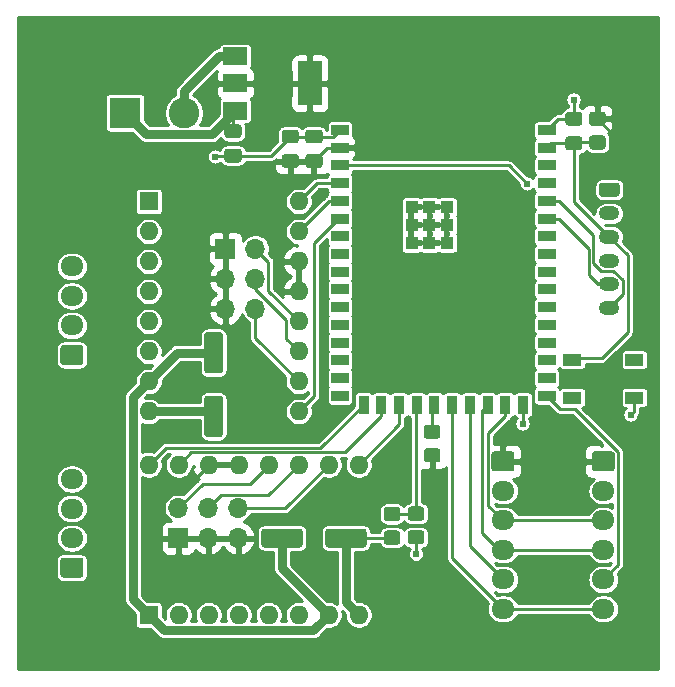
<source format=gtl>
G04 #@! TF.GenerationSoftware,KiCad,Pcbnew,(5.1.9)-1*
G04 #@! TF.CreationDate,2021-05-18T22:54:22-05:00*
G04 #@! TF.ProjectId,DevMagneticEncoders,4465764d-6167-46e6-9574-6963456e636f,rev?*
G04 #@! TF.SameCoordinates,Original*
G04 #@! TF.FileFunction,Copper,L1,Top*
G04 #@! TF.FilePolarity,Positive*
%FSLAX46Y46*%
G04 Gerber Fmt 4.6, Leading zero omitted, Abs format (unit mm)*
G04 Created by KiCad (PCBNEW (5.1.9)-1) date 2021-05-18 22:54:22*
%MOMM*%
%LPD*%
G01*
G04 APERTURE LIST*
G04 #@! TA.AperFunction,SMDPad,CuDef*
%ADD10R,1.550000X1.000000*%
G04 #@! TD*
G04 #@! TA.AperFunction,ComponentPad*
%ADD11O,1.950000X1.700000*%
G04 #@! TD*
G04 #@! TA.AperFunction,ComponentPad*
%ADD12C,0.600000*%
G04 #@! TD*
G04 #@! TA.AperFunction,SMDPad,CuDef*
%ADD13R,1.100000X1.100000*%
G04 #@! TD*
G04 #@! TA.AperFunction,SMDPad,CuDef*
%ADD14R,1.500000X0.900000*%
G04 #@! TD*
G04 #@! TA.AperFunction,SMDPad,CuDef*
%ADD15R,0.900000X1.500000*%
G04 #@! TD*
G04 #@! TA.AperFunction,SMDPad,CuDef*
%ADD16R,2.000000X1.500000*%
G04 #@! TD*
G04 #@! TA.AperFunction,SMDPad,CuDef*
%ADD17R,2.000000X3.800000*%
G04 #@! TD*
G04 #@! TA.AperFunction,ComponentPad*
%ADD18O,1.750000X1.200000*%
G04 #@! TD*
G04 #@! TA.AperFunction,ComponentPad*
%ADD19O,1.700000X1.700000*%
G04 #@! TD*
G04 #@! TA.AperFunction,ComponentPad*
%ADD20R,1.700000X1.700000*%
G04 #@! TD*
G04 #@! TA.AperFunction,ComponentPad*
%ADD21C,2.600000*%
G04 #@! TD*
G04 #@! TA.AperFunction,ComponentPad*
%ADD22R,2.600000X2.600000*%
G04 #@! TD*
G04 #@! TA.AperFunction,ComponentPad*
%ADD23O,1.600000X1.600000*%
G04 #@! TD*
G04 #@! TA.AperFunction,ComponentPad*
%ADD24R,1.600000X1.600000*%
G04 #@! TD*
G04 #@! TA.AperFunction,ViaPad*
%ADD25C,0.609600*%
G04 #@! TD*
G04 #@! TA.AperFunction,Conductor*
%ADD26C,0.254000*%
G04 #@! TD*
G04 #@! TA.AperFunction,Conductor*
%ADD27C,0.762000*%
G04 #@! TD*
G04 #@! TA.AperFunction,Conductor*
%ADD28C,0.100000*%
G04 #@! TD*
G04 APERTURE END LIST*
D10*
X109375000Y-88600000D03*
X114625000Y-88600000D03*
X114625000Y-85400000D03*
X109375000Y-85400000D03*
D11*
X103500000Y-106500000D03*
X103500000Y-104000000D03*
X103500000Y-101500000D03*
X103500000Y-99000000D03*
X103500000Y-96500000D03*
G04 #@! TA.AperFunction,ComponentPad*
G36*
G01*
X102775000Y-93150000D02*
X104225000Y-93150000D01*
G75*
G02*
X104475000Y-93400000I0J-250000D01*
G01*
X104475000Y-94600000D01*
G75*
G02*
X104225000Y-94850000I-250000J0D01*
G01*
X102775000Y-94850000D01*
G75*
G02*
X102525000Y-94600000I0J250000D01*
G01*
X102525000Y-93400000D01*
G75*
G02*
X102775000Y-93150000I250000J0D01*
G01*
G37*
G04 #@! TD.AperFunction*
X112000000Y-106500000D03*
X112000000Y-104000000D03*
X112000000Y-101500000D03*
X112000000Y-99000000D03*
X112000000Y-96500000D03*
G04 #@! TA.AperFunction,ComponentPad*
G36*
G01*
X111275000Y-93150000D02*
X112725000Y-93150000D01*
G75*
G02*
X112975000Y-93400000I0J-250000D01*
G01*
X112975000Y-94600000D01*
G75*
G02*
X112725000Y-94850000I-250000J0D01*
G01*
X111275000Y-94850000D01*
G75*
G02*
X111025000Y-94600000I0J250000D01*
G01*
X111025000Y-93400000D01*
G75*
G02*
X111275000Y-93150000I250000J0D01*
G01*
G37*
G04 #@! TD.AperFunction*
D12*
X98000000Y-75500000D03*
X98750000Y-74750000D03*
X98750000Y-73250000D03*
X95750000Y-73250000D03*
X95750000Y-74750000D03*
X96500000Y-75500000D03*
X97300000Y-74750000D03*
X96500000Y-74000000D03*
X97300000Y-73250000D03*
X98000000Y-74000000D03*
X98000000Y-72500000D03*
X96500000Y-72500000D03*
D13*
X98760000Y-75500000D03*
X97260000Y-75500000D03*
X95760000Y-75500000D03*
X95760000Y-74000000D03*
X95760000Y-72500000D03*
X97260000Y-72500000D03*
X98760000Y-72500000D03*
X98760000Y-74000000D03*
X97260000Y-74000000D03*
D14*
X107200000Y-65950000D03*
X107200000Y-67450000D03*
X107200000Y-68950000D03*
X107200000Y-70450000D03*
X107200000Y-71950000D03*
X107200000Y-73450000D03*
X107200000Y-74950000D03*
X107200000Y-76450000D03*
X107200000Y-77950000D03*
X107200000Y-79450000D03*
X107200000Y-80950000D03*
X107200000Y-82450000D03*
X107200000Y-83950000D03*
X107200000Y-85450000D03*
X107200000Y-86950000D03*
X107200000Y-88450000D03*
D15*
X105200000Y-89200000D03*
X103700000Y-89200000D03*
X102200000Y-89200000D03*
X100700000Y-89200000D03*
X99200000Y-89200000D03*
X97700000Y-89200000D03*
X96200000Y-89200000D03*
X94700000Y-89200000D03*
X93200000Y-89200000D03*
X91700000Y-89200000D03*
D14*
X89700000Y-65950000D03*
X89700000Y-67450000D03*
X89700000Y-68950000D03*
X89700000Y-70450000D03*
X89700000Y-71950000D03*
X89700000Y-73450000D03*
X89700000Y-74950000D03*
X89700000Y-76450000D03*
X89700000Y-77950000D03*
X89700000Y-79450000D03*
X89700000Y-80950000D03*
X89700000Y-82450000D03*
X89700000Y-83950000D03*
X89700000Y-85450000D03*
X89700000Y-86950000D03*
X89700000Y-88450000D03*
D16*
X80850000Y-59700000D03*
X80850000Y-64300000D03*
X80850000Y-62000000D03*
D17*
X87150000Y-62000000D03*
G04 #@! TA.AperFunction,SMDPad,CuDef*
G36*
G01*
X97950001Y-92100000D02*
X97049999Y-92100000D01*
G75*
G02*
X96800000Y-91850001I0J249999D01*
G01*
X96800000Y-91149999D01*
G75*
G02*
X97049999Y-90900000I249999J0D01*
G01*
X97950001Y-90900000D01*
G75*
G02*
X98200000Y-91149999I0J-249999D01*
G01*
X98200000Y-91850001D01*
G75*
G02*
X97950001Y-92100000I-249999J0D01*
G01*
G37*
G04 #@! TD.AperFunction*
G04 #@! TA.AperFunction,SMDPad,CuDef*
G36*
G01*
X97950001Y-94100000D02*
X97049999Y-94100000D01*
G75*
G02*
X96800000Y-93850001I0J249999D01*
G01*
X96800000Y-93149999D01*
G75*
G02*
X97049999Y-92900000I249999J0D01*
G01*
X97950001Y-92900000D01*
G75*
G02*
X98200000Y-93149999I0J-249999D01*
G01*
X98200000Y-93850001D01*
G75*
G02*
X97950001Y-94100000I-249999J0D01*
G01*
G37*
G04 #@! TD.AperFunction*
G04 #@! TA.AperFunction,SMDPad,CuDef*
G36*
G01*
X111049999Y-66400000D02*
X111950001Y-66400000D01*
G75*
G02*
X112200000Y-66649999I0J-249999D01*
G01*
X112200000Y-67350001D01*
G75*
G02*
X111950001Y-67600000I-249999J0D01*
G01*
X111049999Y-67600000D01*
G75*
G02*
X110800000Y-67350001I0J249999D01*
G01*
X110800000Y-66649999D01*
G75*
G02*
X111049999Y-66400000I249999J0D01*
G01*
G37*
G04 #@! TD.AperFunction*
G04 #@! TA.AperFunction,SMDPad,CuDef*
G36*
G01*
X111049999Y-64400000D02*
X111950001Y-64400000D01*
G75*
G02*
X112200000Y-64649999I0J-249999D01*
G01*
X112200000Y-65350001D01*
G75*
G02*
X111950001Y-65600000I-249999J0D01*
G01*
X111049999Y-65600000D01*
G75*
G02*
X110800000Y-65350001I0J249999D01*
G01*
X110800000Y-64649999D01*
G75*
G02*
X111049999Y-64400000I249999J0D01*
G01*
G37*
G04 #@! TD.AperFunction*
G04 #@! TA.AperFunction,SMDPad,CuDef*
G36*
G01*
X95688999Y-99825000D02*
X96589001Y-99825000D01*
G75*
G02*
X96839000Y-100074999I0J-249999D01*
G01*
X96839000Y-100775001D01*
G75*
G02*
X96589001Y-101025000I-249999J0D01*
G01*
X95688999Y-101025000D01*
G75*
G02*
X95439000Y-100775001I0J249999D01*
G01*
X95439000Y-100074999D01*
G75*
G02*
X95688999Y-99825000I249999J0D01*
G01*
G37*
G04 #@! TD.AperFunction*
G04 #@! TA.AperFunction,SMDPad,CuDef*
G36*
G01*
X95688999Y-97825000D02*
X96589001Y-97825000D01*
G75*
G02*
X96839000Y-98074999I0J-249999D01*
G01*
X96839000Y-98775001D01*
G75*
G02*
X96589001Y-99025000I-249999J0D01*
G01*
X95688999Y-99025000D01*
G75*
G02*
X95439000Y-98775001I0J249999D01*
G01*
X95439000Y-98074999D01*
G75*
G02*
X95688999Y-97825000I249999J0D01*
G01*
G37*
G04 #@! TD.AperFunction*
G04 #@! TA.AperFunction,SMDPad,CuDef*
G36*
G01*
X94557001Y-99057000D02*
X93656999Y-99057000D01*
G75*
G02*
X93407000Y-98807001I0J249999D01*
G01*
X93407000Y-98106999D01*
G75*
G02*
X93656999Y-97857000I249999J0D01*
G01*
X94557001Y-97857000D01*
G75*
G02*
X94807000Y-98106999I0J-249999D01*
G01*
X94807000Y-98807001D01*
G75*
G02*
X94557001Y-99057000I-249999J0D01*
G01*
G37*
G04 #@! TD.AperFunction*
G04 #@! TA.AperFunction,SMDPad,CuDef*
G36*
G01*
X94557001Y-101057000D02*
X93656999Y-101057000D01*
G75*
G02*
X93407000Y-100807001I0J249999D01*
G01*
X93407000Y-100106999D01*
G75*
G02*
X93656999Y-99857000I249999J0D01*
G01*
X94557001Y-99857000D01*
G75*
G02*
X94807000Y-100106999I0J-249999D01*
G01*
X94807000Y-100807001D01*
G75*
G02*
X94557001Y-101057000I-249999J0D01*
G01*
G37*
G04 #@! TD.AperFunction*
D11*
X67000000Y-77500000D03*
X67000000Y-80000000D03*
X67000000Y-82500000D03*
G04 #@! TA.AperFunction,ComponentPad*
G36*
G01*
X67725000Y-85850000D02*
X66275000Y-85850000D01*
G75*
G02*
X66025000Y-85600000I0J250000D01*
G01*
X66025000Y-84400000D01*
G75*
G02*
X66275000Y-84150000I250000J0D01*
G01*
X67725000Y-84150000D01*
G75*
G02*
X67975000Y-84400000I0J-250000D01*
G01*
X67975000Y-85600000D01*
G75*
G02*
X67725000Y-85850000I-250000J0D01*
G01*
G37*
G04 #@! TD.AperFunction*
X67000000Y-95500000D03*
X67000000Y-98000000D03*
X67000000Y-100500000D03*
G04 #@! TA.AperFunction,ComponentPad*
G36*
G01*
X67725000Y-103850000D02*
X66275000Y-103850000D01*
G75*
G02*
X66025000Y-103600000I0J250000D01*
G01*
X66025000Y-102400000D01*
G75*
G02*
X66275000Y-102150000I250000J0D01*
G01*
X67725000Y-102150000D01*
G75*
G02*
X67975000Y-102400000I0J-250000D01*
G01*
X67975000Y-103600000D01*
G75*
G02*
X67725000Y-103850000I-250000J0D01*
G01*
G37*
G04 #@! TD.AperFunction*
D18*
X112500000Y-81000000D03*
X112500000Y-79000000D03*
X112500000Y-77000000D03*
X112500000Y-75000000D03*
X112500000Y-73000000D03*
G04 #@! TA.AperFunction,ComponentPad*
G36*
G01*
X111874999Y-70400000D02*
X113125001Y-70400000D01*
G75*
G02*
X113375000Y-70649999I0J-249999D01*
G01*
X113375000Y-71350001D01*
G75*
G02*
X113125001Y-71600000I-249999J0D01*
G01*
X111874999Y-71600000D01*
G75*
G02*
X111625000Y-71350001I0J249999D01*
G01*
X111625000Y-70649999D01*
G75*
G02*
X111874999Y-70400000I249999J0D01*
G01*
G37*
G04 #@! TD.AperFunction*
D19*
X82540000Y-81080000D03*
X80000000Y-81080000D03*
X82540000Y-78540000D03*
X80000000Y-78540000D03*
X82540000Y-76000000D03*
D20*
X80000000Y-76000000D03*
D19*
X81080000Y-97960000D03*
X81080000Y-100500000D03*
X78540000Y-97960000D03*
X78540000Y-100500000D03*
X76000000Y-97960000D03*
D20*
X76000000Y-100500000D03*
D21*
X76500000Y-64500000D03*
D22*
X71500000Y-64500000D03*
G04 #@! TA.AperFunction,SMDPad,CuDef*
G36*
G01*
X109975000Y-65587500D02*
X109025000Y-65587500D01*
G75*
G02*
X108775000Y-65337500I0J250000D01*
G01*
X108775000Y-64662500D01*
G75*
G02*
X109025000Y-64412500I250000J0D01*
G01*
X109975000Y-64412500D01*
G75*
G02*
X110225000Y-64662500I0J-250000D01*
G01*
X110225000Y-65337500D01*
G75*
G02*
X109975000Y-65587500I-250000J0D01*
G01*
G37*
G04 #@! TD.AperFunction*
G04 #@! TA.AperFunction,SMDPad,CuDef*
G36*
G01*
X109975000Y-67662500D02*
X109025000Y-67662500D01*
G75*
G02*
X108775000Y-67412500I0J250000D01*
G01*
X108775000Y-66737500D01*
G75*
G02*
X109025000Y-66487500I250000J0D01*
G01*
X109975000Y-66487500D01*
G75*
G02*
X110225000Y-66737500I0J-250000D01*
G01*
X110225000Y-67412500D01*
G75*
G02*
X109975000Y-67662500I-250000J0D01*
G01*
G37*
G04 #@! TD.AperFunction*
G04 #@! TA.AperFunction,SMDPad,CuDef*
G36*
G01*
X85975000Y-67087500D02*
X85025000Y-67087500D01*
G75*
G02*
X84775000Y-66837500I0J250000D01*
G01*
X84775000Y-66162500D01*
G75*
G02*
X85025000Y-65912500I250000J0D01*
G01*
X85975000Y-65912500D01*
G75*
G02*
X86225000Y-66162500I0J-250000D01*
G01*
X86225000Y-66837500D01*
G75*
G02*
X85975000Y-67087500I-250000J0D01*
G01*
G37*
G04 #@! TD.AperFunction*
G04 #@! TA.AperFunction,SMDPad,CuDef*
G36*
G01*
X85975000Y-69162500D02*
X85025000Y-69162500D01*
G75*
G02*
X84775000Y-68912500I0J250000D01*
G01*
X84775000Y-68237500D01*
G75*
G02*
X85025000Y-67987500I250000J0D01*
G01*
X85975000Y-67987500D01*
G75*
G02*
X86225000Y-68237500I0J-250000D01*
G01*
X86225000Y-68912500D01*
G75*
G02*
X85975000Y-69162500I-250000J0D01*
G01*
G37*
G04 #@! TD.AperFunction*
G04 #@! TA.AperFunction,SMDPad,CuDef*
G36*
G01*
X79550000Y-86550000D02*
X78450000Y-86550000D01*
G75*
G02*
X78200000Y-86300000I0J250000D01*
G01*
X78200000Y-83300000D01*
G75*
G02*
X78450000Y-83050000I250000J0D01*
G01*
X79550000Y-83050000D01*
G75*
G02*
X79800000Y-83300000I0J-250000D01*
G01*
X79800000Y-86300000D01*
G75*
G02*
X79550000Y-86550000I-250000J0D01*
G01*
G37*
G04 #@! TD.AperFunction*
G04 #@! TA.AperFunction,SMDPad,CuDef*
G36*
G01*
X79550000Y-91950000D02*
X78450000Y-91950000D01*
G75*
G02*
X78200000Y-91700000I0J250000D01*
G01*
X78200000Y-88700000D01*
G75*
G02*
X78450000Y-88450000I250000J0D01*
G01*
X79550000Y-88450000D01*
G75*
G02*
X79800000Y-88700000I0J-250000D01*
G01*
X79800000Y-91700000D01*
G75*
G02*
X79550000Y-91950000I-250000J0D01*
G01*
G37*
G04 #@! TD.AperFunction*
G04 #@! TA.AperFunction,SMDPad,CuDef*
G36*
G01*
X86550000Y-99950000D02*
X86550000Y-101050000D01*
G75*
G02*
X86300000Y-101300000I-250000J0D01*
G01*
X83300000Y-101300000D01*
G75*
G02*
X83050000Y-101050000I0J250000D01*
G01*
X83050000Y-99950000D01*
G75*
G02*
X83300000Y-99700000I250000J0D01*
G01*
X86300000Y-99700000D01*
G75*
G02*
X86550000Y-99950000I0J-250000D01*
G01*
G37*
G04 #@! TD.AperFunction*
G04 #@! TA.AperFunction,SMDPad,CuDef*
G36*
G01*
X91950000Y-99950000D02*
X91950000Y-101050000D01*
G75*
G02*
X91700000Y-101300000I-250000J0D01*
G01*
X88700000Y-101300000D01*
G75*
G02*
X88450000Y-101050000I0J250000D01*
G01*
X88450000Y-99950000D01*
G75*
G02*
X88700000Y-99700000I250000J0D01*
G01*
X91700000Y-99700000D01*
G75*
G02*
X91950000Y-99950000I0J-250000D01*
G01*
G37*
G04 #@! TD.AperFunction*
G04 #@! TA.AperFunction,SMDPad,CuDef*
G36*
G01*
X87975000Y-67087500D02*
X87025000Y-67087500D01*
G75*
G02*
X86775000Y-66837500I0J250000D01*
G01*
X86775000Y-66162500D01*
G75*
G02*
X87025000Y-65912500I250000J0D01*
G01*
X87975000Y-65912500D01*
G75*
G02*
X88225000Y-66162500I0J-250000D01*
G01*
X88225000Y-66837500D01*
G75*
G02*
X87975000Y-67087500I-250000J0D01*
G01*
G37*
G04 #@! TD.AperFunction*
G04 #@! TA.AperFunction,SMDPad,CuDef*
G36*
G01*
X87975000Y-69162500D02*
X87025000Y-69162500D01*
G75*
G02*
X86775000Y-68912500I0J250000D01*
G01*
X86775000Y-68237500D01*
G75*
G02*
X87025000Y-67987500I250000J0D01*
G01*
X87975000Y-67987500D01*
G75*
G02*
X88225000Y-68237500I0J-250000D01*
G01*
X88225000Y-68912500D01*
G75*
G02*
X87975000Y-69162500I-250000J0D01*
G01*
G37*
G04 #@! TD.AperFunction*
G04 #@! TA.AperFunction,SMDPad,CuDef*
G36*
G01*
X80170000Y-67527500D02*
X81120000Y-67527500D01*
G75*
G02*
X81370000Y-67777500I0J-250000D01*
G01*
X81370000Y-68452500D01*
G75*
G02*
X81120000Y-68702500I-250000J0D01*
G01*
X80170000Y-68702500D01*
G75*
G02*
X79920000Y-68452500I0J250000D01*
G01*
X79920000Y-67777500D01*
G75*
G02*
X80170000Y-67527500I250000J0D01*
G01*
G37*
G04 #@! TD.AperFunction*
G04 #@! TA.AperFunction,SMDPad,CuDef*
G36*
G01*
X80170000Y-65452500D02*
X81120000Y-65452500D01*
G75*
G02*
X81370000Y-65702500I0J-250000D01*
G01*
X81370000Y-66377500D01*
G75*
G02*
X81120000Y-66627500I-250000J0D01*
G01*
X80170000Y-66627500D01*
G75*
G02*
X79920000Y-66377500I0J250000D01*
G01*
X79920000Y-65702500D01*
G75*
G02*
X80170000Y-65452500I250000J0D01*
G01*
G37*
G04 #@! TD.AperFunction*
D23*
X86200000Y-72000000D03*
X73500000Y-89780000D03*
X86200000Y-74540000D03*
X73500000Y-87240000D03*
X86200000Y-77080000D03*
X73500000Y-84700000D03*
X86200000Y-79620000D03*
X73500000Y-82160000D03*
X86200000Y-82160000D03*
X73500000Y-79620000D03*
X86200000Y-84700000D03*
X73500000Y-77080000D03*
X86200000Y-87240000D03*
X73500000Y-74540000D03*
X86200000Y-89780000D03*
D24*
X73500000Y-72000000D03*
D23*
X73500000Y-94300000D03*
X91280000Y-107000000D03*
X76040000Y-94300000D03*
X88740000Y-107000000D03*
X78580000Y-94300000D03*
X86200000Y-107000000D03*
X81120000Y-94300000D03*
X83660000Y-107000000D03*
X83660000Y-94300000D03*
X81120000Y-107000000D03*
X86200000Y-94300000D03*
X78580000Y-107000000D03*
X88740000Y-94300000D03*
X76040000Y-107000000D03*
X91280000Y-94300000D03*
D24*
X73500000Y-107000000D03*
D25*
X79121000Y-68199000D03*
X96139000Y-101854000D03*
X105156000Y-90805000D03*
X114300000Y-90043000D03*
X109474000Y-63373000D03*
X114935000Y-76962000D03*
X105537000Y-70485000D03*
D26*
X88035011Y-92864989D02*
X91700000Y-89200000D01*
X74935011Y-92864989D02*
X88035011Y-92864989D01*
X73500000Y-94300000D02*
X74935011Y-92864989D01*
D27*
X78580000Y-89780000D02*
X79000000Y-90200000D01*
X73500000Y-89780000D02*
X78580000Y-89780000D01*
X90200000Y-105920000D02*
X91280000Y-107000000D01*
X90200000Y-100500000D02*
X90200000Y-105920000D01*
X73308001Y-66308001D02*
X71500000Y-64500000D01*
X78841999Y-66308001D02*
X73308001Y-66308001D01*
X80850000Y-64300000D02*
X78841999Y-66308001D01*
D26*
X80645000Y-64505000D02*
X80850000Y-64300000D01*
X80645000Y-66040000D02*
X80645000Y-64505000D01*
X94064000Y-100500000D02*
X94107000Y-100457000D01*
X90200000Y-100500000D02*
X94064000Y-100500000D01*
X93200000Y-90204000D02*
X93200000Y-89200000D01*
X90158001Y-93245999D02*
X93200000Y-90204000D01*
X77094001Y-93245999D02*
X90158001Y-93245999D01*
X76040000Y-94300000D02*
X77094001Y-93245999D01*
D27*
X75940000Y-84800000D02*
X73500000Y-87240000D01*
X79000000Y-84800000D02*
X75940000Y-84800000D01*
X84800000Y-103060000D02*
X88740000Y-107000000D01*
X84800000Y-100500000D02*
X84800000Y-103060000D01*
X72191999Y-105691999D02*
X73500000Y-107000000D01*
X72191999Y-88548001D02*
X72191999Y-105691999D01*
X73500000Y-87240000D02*
X72191999Y-88548001D01*
X87431999Y-108308001D02*
X88740000Y-107000000D01*
X74808001Y-108308001D02*
X87431999Y-108308001D01*
X73500000Y-107000000D02*
X74808001Y-108308001D01*
X79461523Y-59700000D02*
X80850000Y-59700000D01*
X76500000Y-62661523D02*
X79461523Y-59700000D01*
X76500000Y-64500000D02*
X76500000Y-62661523D01*
D26*
X79205000Y-68115000D02*
X79121000Y-68199000D01*
X80645000Y-68115000D02*
X79205000Y-68115000D01*
X83885000Y-68115000D02*
X85500000Y-66500000D01*
X80645000Y-68115000D02*
X83885000Y-68115000D01*
X85500000Y-66500000D02*
X87500000Y-66500000D01*
X89150000Y-66500000D02*
X89700000Y-65950000D01*
X87500000Y-66500000D02*
X89150000Y-66500000D01*
X108150000Y-65000000D02*
X107200000Y-65950000D01*
X109500000Y-65000000D02*
X108150000Y-65000000D01*
X96139000Y-100425000D02*
X96139000Y-101854000D01*
X105200000Y-90761000D02*
X105156000Y-90805000D01*
X105200000Y-89200000D02*
X105200000Y-90761000D01*
X114625000Y-89718000D02*
X114300000Y-90043000D01*
X114625000Y-88600000D02*
X114625000Y-89718000D01*
X95760000Y-72500000D02*
X98760000Y-72500000D01*
X98760000Y-72500000D02*
X98760000Y-75500000D01*
X98760000Y-75500000D02*
X95760000Y-75500000D01*
X95760000Y-75500000D02*
X95760000Y-72500000D01*
X97260000Y-72500000D02*
X97260000Y-75500000D01*
X95760000Y-74000000D02*
X98760000Y-74000000D01*
X109500000Y-63399000D02*
X109474000Y-63373000D01*
X109500000Y-65000000D02*
X109500000Y-63399000D01*
X88625000Y-67450000D02*
X89700000Y-67450000D01*
X87500000Y-68575000D02*
X88625000Y-67450000D01*
X78580000Y-94300000D02*
X76741000Y-96139000D01*
X76741000Y-96139000D02*
X74803000Y-96139000D01*
X74803000Y-96139000D02*
X74168000Y-96774000D01*
X74168000Y-96774000D02*
X74168000Y-100457000D01*
X75957000Y-100457000D02*
X76000000Y-100500000D01*
X74168000Y-100457000D02*
X75957000Y-100457000D01*
X111500000Y-65000000D02*
X114935000Y-68435000D01*
X114935000Y-68435000D02*
X114935000Y-76962000D01*
X82075000Y-95885000D02*
X83660000Y-94300000D01*
X78075000Y-95885000D02*
X82075000Y-95885000D01*
X76000000Y-97960000D02*
X78075000Y-95885000D01*
X83644001Y-96855999D02*
X86200000Y-94300000D01*
X79644001Y-96855999D02*
X83644001Y-96855999D01*
X78540000Y-97960000D02*
X79644001Y-96855999D01*
X85080000Y-97960000D02*
X88740000Y-94300000D01*
X81080000Y-97960000D02*
X85080000Y-97960000D01*
X94700000Y-90880000D02*
X94700000Y-89200000D01*
X91280000Y-94300000D02*
X94700000Y-90880000D01*
X87750000Y-70450000D02*
X89700000Y-70450000D01*
X86200000Y-72000000D02*
X87750000Y-70450000D01*
X88790000Y-71950000D02*
X89700000Y-71950000D01*
X86200000Y-74540000D02*
X88790000Y-71950000D01*
X83644001Y-79604001D02*
X86200000Y-82160000D01*
X83644001Y-77104001D02*
X83644001Y-79604001D01*
X82540000Y-76000000D02*
X83644001Y-77104001D01*
X85145999Y-82052077D02*
X85145999Y-83645999D01*
X82540000Y-79446078D02*
X85145999Y-82052077D01*
X85145999Y-83645999D02*
X86200000Y-84700000D01*
X82540000Y-78540000D02*
X82540000Y-79446078D01*
X82540000Y-83580000D02*
X86200000Y-87240000D01*
X82540000Y-81080000D02*
X82540000Y-83580000D01*
X86200000Y-89780000D02*
X87503000Y-88477000D01*
X89542798Y-73450000D02*
X89700000Y-73450000D01*
X87503000Y-75489798D02*
X89542798Y-73450000D01*
X87503000Y-88477000D02*
X87503000Y-75489798D01*
X114046000Y-76546000D02*
X112500000Y-75000000D01*
X114046000Y-83058000D02*
X114046000Y-76546000D01*
X111854000Y-85250000D02*
X114046000Y-83058000D01*
X109875000Y-85250000D02*
X111854000Y-85250000D01*
X109575000Y-67000000D02*
X109500000Y-67075000D01*
X111500000Y-67000000D02*
X109575000Y-67000000D01*
X107575000Y-67075000D02*
X107200000Y-67450000D01*
X109500000Y-67075000D02*
X107575000Y-67075000D01*
X112500000Y-75000000D02*
X112465000Y-75000000D01*
X109500000Y-72035000D02*
X109500000Y-67075000D01*
X112465000Y-75000000D02*
X109500000Y-72035000D01*
X99200000Y-102200000D02*
X99200000Y-89200000D01*
X103500000Y-106500000D02*
X99200000Y-102200000D01*
X112000000Y-106500000D02*
X103500000Y-106500000D01*
X108304001Y-89554001D02*
X107200000Y-88450000D01*
X109591781Y-89554001D02*
X108304001Y-89554001D01*
X113229010Y-93191230D02*
X109591781Y-89554001D01*
X113229010Y-102770990D02*
X113229010Y-93191230D01*
X112000000Y-104000000D02*
X113229010Y-102770990D01*
X101727000Y-100076000D02*
X101727000Y-89673000D01*
X103151000Y-101500000D02*
X101727000Y-100076000D01*
X101727000Y-89673000D02*
X102200000Y-89200000D01*
X103500000Y-101500000D02*
X103151000Y-101500000D01*
X103500000Y-101500000D02*
X112000000Y-101500000D01*
X103700000Y-90204000D02*
X103700000Y-89200000D01*
X102270990Y-97770990D02*
X102270990Y-91633010D01*
X102270990Y-91633010D02*
X103700000Y-90204000D01*
X103500000Y-99000000D02*
X102270990Y-97770990D01*
X112000000Y-99000000D02*
X103500000Y-99000000D01*
X103500000Y-104000000D02*
X100711000Y-101211000D01*
X100711000Y-89211000D02*
X100700000Y-89200000D01*
X100711000Y-101211000D02*
X100711000Y-89211000D01*
X112500000Y-81000000D02*
X113665000Y-79835000D01*
X113665000Y-78682248D02*
X112836762Y-77854010D01*
X113665000Y-79835000D02*
X113665000Y-78682248D01*
X108204000Y-71950000D02*
X107200000Y-71950000D01*
X111125010Y-77216010D02*
X111125010Y-74871010D01*
X111763010Y-77854010D02*
X111125010Y-77216010D01*
X111125010Y-74871010D02*
X108204000Y-71950000D01*
X112836762Y-77854010D02*
X111763010Y-77854010D01*
X108204000Y-73450000D02*
X107200000Y-73450000D01*
X110744000Y-75990000D02*
X108204000Y-73450000D01*
X110744000Y-78232000D02*
X110744000Y-75990000D01*
X111512000Y-79000000D02*
X110744000Y-78232000D01*
X112500000Y-79000000D02*
X111512000Y-79000000D01*
X104002000Y-68950000D02*
X105537000Y-70485000D01*
X89700000Y-68950000D02*
X104002000Y-68950000D01*
X94139000Y-98425000D02*
X94107000Y-98457000D01*
X96139000Y-98425000D02*
X94139000Y-98425000D01*
X96139000Y-89261000D02*
X96200000Y-89200000D01*
X96139000Y-98425000D02*
X96139000Y-89261000D01*
X97500000Y-89400000D02*
X97700000Y-89200000D01*
X97500000Y-91500000D02*
X97500000Y-89400000D01*
X116594001Y-111594000D02*
X62406000Y-111594000D01*
X62406000Y-102400000D01*
X65642157Y-102400000D01*
X65642157Y-103600000D01*
X65654317Y-103723462D01*
X65690329Y-103842179D01*
X65748810Y-103951589D01*
X65827512Y-104047488D01*
X65923411Y-104126190D01*
X66032821Y-104184671D01*
X66151538Y-104220683D01*
X66275000Y-104232843D01*
X67725000Y-104232843D01*
X67848462Y-104220683D01*
X67967179Y-104184671D01*
X68076589Y-104126190D01*
X68172488Y-104047488D01*
X68251190Y-103951589D01*
X68309671Y-103842179D01*
X68345683Y-103723462D01*
X68357843Y-103600000D01*
X68357843Y-102400000D01*
X68345683Y-102276538D01*
X68309671Y-102157821D01*
X68251190Y-102048411D01*
X68172488Y-101952512D01*
X68076589Y-101873810D01*
X67967179Y-101815329D01*
X67848462Y-101779317D01*
X67725000Y-101767157D01*
X66275000Y-101767157D01*
X66151538Y-101779317D01*
X66032821Y-101815329D01*
X65923411Y-101873810D01*
X65827512Y-101952512D01*
X65748810Y-102048411D01*
X65690329Y-102157821D01*
X65654317Y-102276538D01*
X65642157Y-102400000D01*
X62406000Y-102400000D01*
X62406000Y-100500000D01*
X65638044Y-100500000D01*
X65661812Y-100741318D01*
X65732202Y-100973363D01*
X65846509Y-101187216D01*
X66000340Y-101374660D01*
X66187784Y-101528491D01*
X66401637Y-101642798D01*
X66633682Y-101713188D01*
X66814528Y-101731000D01*
X67185472Y-101731000D01*
X67366318Y-101713188D01*
X67598363Y-101642798D01*
X67812216Y-101528491D01*
X67999660Y-101374660D01*
X68153491Y-101187216D01*
X68267798Y-100973363D01*
X68338188Y-100741318D01*
X68361956Y-100500000D01*
X68338188Y-100258682D01*
X68267798Y-100026637D01*
X68153491Y-99812784D01*
X67999660Y-99625340D01*
X67812216Y-99471509D01*
X67598363Y-99357202D01*
X67366318Y-99286812D01*
X67185472Y-99269000D01*
X66814528Y-99269000D01*
X66633682Y-99286812D01*
X66401637Y-99357202D01*
X66187784Y-99471509D01*
X66000340Y-99625340D01*
X65846509Y-99812784D01*
X65732202Y-100026637D01*
X65661812Y-100258682D01*
X65638044Y-100500000D01*
X62406000Y-100500000D01*
X62406000Y-98000000D01*
X65638044Y-98000000D01*
X65661812Y-98241318D01*
X65732202Y-98473363D01*
X65846509Y-98687216D01*
X66000340Y-98874660D01*
X66187784Y-99028491D01*
X66401637Y-99142798D01*
X66633682Y-99213188D01*
X66814528Y-99231000D01*
X67185472Y-99231000D01*
X67366318Y-99213188D01*
X67598363Y-99142798D01*
X67812216Y-99028491D01*
X67999660Y-98874660D01*
X68153491Y-98687216D01*
X68267798Y-98473363D01*
X68338188Y-98241318D01*
X68361956Y-98000000D01*
X68338188Y-97758682D01*
X68267798Y-97526637D01*
X68153491Y-97312784D01*
X67999660Y-97125340D01*
X67812216Y-96971509D01*
X67598363Y-96857202D01*
X67366318Y-96786812D01*
X67185472Y-96769000D01*
X66814528Y-96769000D01*
X66633682Y-96786812D01*
X66401637Y-96857202D01*
X66187784Y-96971509D01*
X66000340Y-97125340D01*
X65846509Y-97312784D01*
X65732202Y-97526637D01*
X65661812Y-97758682D01*
X65638044Y-98000000D01*
X62406000Y-98000000D01*
X62406000Y-95500000D01*
X65638044Y-95500000D01*
X65661812Y-95741318D01*
X65732202Y-95973363D01*
X65846509Y-96187216D01*
X66000340Y-96374660D01*
X66187784Y-96528491D01*
X66401637Y-96642798D01*
X66633682Y-96713188D01*
X66814528Y-96731000D01*
X67185472Y-96731000D01*
X67366318Y-96713188D01*
X67598363Y-96642798D01*
X67812216Y-96528491D01*
X67999660Y-96374660D01*
X68153491Y-96187216D01*
X68267798Y-95973363D01*
X68338188Y-95741318D01*
X68361956Y-95500000D01*
X68338188Y-95258682D01*
X68267798Y-95026637D01*
X68153491Y-94812784D01*
X67999660Y-94625340D01*
X67812216Y-94471509D01*
X67598363Y-94357202D01*
X67366318Y-94286812D01*
X67185472Y-94269000D01*
X66814528Y-94269000D01*
X66633682Y-94286812D01*
X66401637Y-94357202D01*
X66187784Y-94471509D01*
X66000340Y-94625340D01*
X65846509Y-94812784D01*
X65732202Y-95026637D01*
X65661812Y-95258682D01*
X65638044Y-95500000D01*
X62406000Y-95500000D01*
X62406000Y-88548001D01*
X71426313Y-88548001D01*
X71429999Y-88585424D01*
X71430000Y-105654566D01*
X71426313Y-105691999D01*
X71441026Y-105841377D01*
X71484598Y-105985014D01*
X71555354Y-106117391D01*
X71623150Y-106200000D01*
X71650578Y-106233421D01*
X71679648Y-106257278D01*
X72317157Y-106894788D01*
X72317157Y-107800000D01*
X72324513Y-107874689D01*
X72346299Y-107946508D01*
X72381678Y-108012696D01*
X72429289Y-108070711D01*
X72487304Y-108118322D01*
X72553492Y-108153701D01*
X72625311Y-108175487D01*
X72700000Y-108182843D01*
X73605213Y-108182843D01*
X74242722Y-108820353D01*
X74266579Y-108849423D01*
X74295649Y-108873280D01*
X74382608Y-108944646D01*
X74453365Y-108982466D01*
X74514986Y-109015403D01*
X74658623Y-109058975D01*
X74770575Y-109070001D01*
X74770578Y-109070001D01*
X74808001Y-109073687D01*
X74845424Y-109070001D01*
X87394576Y-109070001D01*
X87431999Y-109073687D01*
X87469422Y-109070001D01*
X87469425Y-109070001D01*
X87581377Y-109058975D01*
X87725014Y-109015403D01*
X87857391Y-108944646D01*
X87973421Y-108849423D01*
X87997283Y-108820347D01*
X88636631Y-108181000D01*
X88856318Y-108181000D01*
X89084485Y-108135614D01*
X89299413Y-108046588D01*
X89492843Y-107917342D01*
X89657342Y-107752843D01*
X89786588Y-107559413D01*
X89875614Y-107344485D01*
X89921000Y-107116318D01*
X89921000Y-106883682D01*
X89880016Y-106677646D01*
X90099000Y-106896630D01*
X90099000Y-107116318D01*
X90144386Y-107344485D01*
X90233412Y-107559413D01*
X90362658Y-107752843D01*
X90527157Y-107917342D01*
X90720587Y-108046588D01*
X90935515Y-108135614D01*
X91163682Y-108181000D01*
X91396318Y-108181000D01*
X91624485Y-108135614D01*
X91839413Y-108046588D01*
X92032843Y-107917342D01*
X92197342Y-107752843D01*
X92326588Y-107559413D01*
X92415614Y-107344485D01*
X92461000Y-107116318D01*
X92461000Y-106883682D01*
X92415614Y-106655515D01*
X92326588Y-106440587D01*
X92197342Y-106247157D01*
X92032843Y-106082658D01*
X91839413Y-105953412D01*
X91624485Y-105864386D01*
X91396318Y-105819000D01*
X91176630Y-105819000D01*
X90962000Y-105604370D01*
X90962000Y-101682843D01*
X91700000Y-101682843D01*
X91823462Y-101670683D01*
X91942179Y-101634671D01*
X92051589Y-101576190D01*
X92147488Y-101497488D01*
X92226190Y-101401589D01*
X92284671Y-101292179D01*
X92320683Y-101173462D01*
X92332843Y-101050000D01*
X92332843Y-101008000D01*
X93059838Y-101008000D01*
X93072329Y-101049179D01*
X93130810Y-101158589D01*
X93209512Y-101254488D01*
X93305411Y-101333190D01*
X93414821Y-101391671D01*
X93533538Y-101427683D01*
X93656999Y-101439843D01*
X94557001Y-101439843D01*
X94680462Y-101427683D01*
X94799179Y-101391671D01*
X94908589Y-101333190D01*
X95004488Y-101254488D01*
X95083190Y-101158589D01*
X95131552Y-101068110D01*
X95162810Y-101126589D01*
X95241512Y-101222488D01*
X95337411Y-101301190D01*
X95446821Y-101359671D01*
X95565538Y-101395683D01*
X95621899Y-101401234D01*
X95606305Y-101416828D01*
X95531252Y-101529152D01*
X95479555Y-101653960D01*
X95453200Y-101786455D01*
X95453200Y-101921545D01*
X95479555Y-102054040D01*
X95531252Y-102178848D01*
X95606305Y-102291172D01*
X95701828Y-102386695D01*
X95814152Y-102461748D01*
X95938960Y-102513445D01*
X96071455Y-102539800D01*
X96206545Y-102539800D01*
X96339040Y-102513445D01*
X96463848Y-102461748D01*
X96576172Y-102386695D01*
X96671695Y-102291172D01*
X96746748Y-102178848D01*
X96798445Y-102054040D01*
X96824800Y-101921545D01*
X96824800Y-101786455D01*
X96798445Y-101653960D01*
X96746748Y-101529152D01*
X96671695Y-101416828D01*
X96656101Y-101401234D01*
X96712462Y-101395683D01*
X96831179Y-101359671D01*
X96940589Y-101301190D01*
X97036488Y-101222488D01*
X97115190Y-101126589D01*
X97173671Y-101017179D01*
X97209683Y-100898462D01*
X97221843Y-100775001D01*
X97221843Y-100074999D01*
X97209683Y-99951538D01*
X97173671Y-99832821D01*
X97115190Y-99723411D01*
X97036488Y-99627512D01*
X96940589Y-99548810D01*
X96831179Y-99490329D01*
X96712462Y-99454317D01*
X96589001Y-99442157D01*
X95688999Y-99442157D01*
X95565538Y-99454317D01*
X95446821Y-99490329D01*
X95337411Y-99548810D01*
X95241512Y-99627512D01*
X95162810Y-99723411D01*
X95114448Y-99813890D01*
X95083190Y-99755411D01*
X95004488Y-99659512D01*
X94908589Y-99580810D01*
X94799179Y-99522329D01*
X94680462Y-99486317D01*
X94557001Y-99474157D01*
X93656999Y-99474157D01*
X93533538Y-99486317D01*
X93414821Y-99522329D01*
X93305411Y-99580810D01*
X93209512Y-99659512D01*
X93130810Y-99755411D01*
X93072329Y-99864821D01*
X93036317Y-99983538D01*
X93035484Y-99992000D01*
X92332843Y-99992000D01*
X92332843Y-99950000D01*
X92320683Y-99826538D01*
X92284671Y-99707821D01*
X92226190Y-99598411D01*
X92147488Y-99502512D01*
X92051589Y-99423810D01*
X91942179Y-99365329D01*
X91823462Y-99329317D01*
X91700000Y-99317157D01*
X88700000Y-99317157D01*
X88576538Y-99329317D01*
X88457821Y-99365329D01*
X88348411Y-99423810D01*
X88252512Y-99502512D01*
X88173810Y-99598411D01*
X88115329Y-99707821D01*
X88079317Y-99826538D01*
X88067157Y-99950000D01*
X88067157Y-101050000D01*
X88079317Y-101173462D01*
X88115329Y-101292179D01*
X88173810Y-101401589D01*
X88252512Y-101497488D01*
X88348411Y-101576190D01*
X88457821Y-101634671D01*
X88576538Y-101670683D01*
X88700000Y-101682843D01*
X89438000Y-101682843D01*
X89438001Y-105882567D01*
X89434314Y-105920000D01*
X89447340Y-106052254D01*
X89299413Y-105953412D01*
X89084485Y-105864386D01*
X88856318Y-105819000D01*
X88636631Y-105819000D01*
X85562000Y-102744370D01*
X85562000Y-101682843D01*
X86300000Y-101682843D01*
X86423462Y-101670683D01*
X86542179Y-101634671D01*
X86651589Y-101576190D01*
X86747488Y-101497488D01*
X86826190Y-101401589D01*
X86884671Y-101292179D01*
X86920683Y-101173462D01*
X86932843Y-101050000D01*
X86932843Y-99950000D01*
X86920683Y-99826538D01*
X86884671Y-99707821D01*
X86826190Y-99598411D01*
X86747488Y-99502512D01*
X86651589Y-99423810D01*
X86542179Y-99365329D01*
X86423462Y-99329317D01*
X86300000Y-99317157D01*
X83300000Y-99317157D01*
X83176538Y-99329317D01*
X83057821Y-99365329D01*
X82948411Y-99423810D01*
X82852512Y-99502512D01*
X82773810Y-99598411D01*
X82715329Y-99707821D01*
X82679317Y-99826538D01*
X82667157Y-99950000D01*
X82667157Y-101050000D01*
X82679317Y-101173462D01*
X82715329Y-101292179D01*
X82773810Y-101401589D01*
X82852512Y-101497488D01*
X82948411Y-101576190D01*
X83057821Y-101634671D01*
X83176538Y-101670683D01*
X83300000Y-101682843D01*
X84038000Y-101682843D01*
X84038001Y-103022567D01*
X84034314Y-103060000D01*
X84049027Y-103209378D01*
X84092599Y-103353015D01*
X84163355Y-103485392D01*
X84234721Y-103572351D01*
X84258579Y-103601422D01*
X84287649Y-103625279D01*
X86522353Y-105859984D01*
X86316318Y-105819000D01*
X86083682Y-105819000D01*
X85855515Y-105864386D01*
X85640587Y-105953412D01*
X85447157Y-106082658D01*
X85282658Y-106247157D01*
X85153412Y-106440587D01*
X85064386Y-106655515D01*
X85019000Y-106883682D01*
X85019000Y-107116318D01*
X85064386Y-107344485D01*
X85147857Y-107546001D01*
X84712143Y-107546001D01*
X84795614Y-107344485D01*
X84841000Y-107116318D01*
X84841000Y-106883682D01*
X84795614Y-106655515D01*
X84706588Y-106440587D01*
X84577342Y-106247157D01*
X84412843Y-106082658D01*
X84219413Y-105953412D01*
X84004485Y-105864386D01*
X83776318Y-105819000D01*
X83543682Y-105819000D01*
X83315515Y-105864386D01*
X83100587Y-105953412D01*
X82907157Y-106082658D01*
X82742658Y-106247157D01*
X82613412Y-106440587D01*
X82524386Y-106655515D01*
X82479000Y-106883682D01*
X82479000Y-107116318D01*
X82524386Y-107344485D01*
X82607857Y-107546001D01*
X82172143Y-107546001D01*
X82255614Y-107344485D01*
X82301000Y-107116318D01*
X82301000Y-106883682D01*
X82255614Y-106655515D01*
X82166588Y-106440587D01*
X82037342Y-106247157D01*
X81872843Y-106082658D01*
X81679413Y-105953412D01*
X81464485Y-105864386D01*
X81236318Y-105819000D01*
X81003682Y-105819000D01*
X80775515Y-105864386D01*
X80560587Y-105953412D01*
X80367157Y-106082658D01*
X80202658Y-106247157D01*
X80073412Y-106440587D01*
X79984386Y-106655515D01*
X79939000Y-106883682D01*
X79939000Y-107116318D01*
X79984386Y-107344485D01*
X80067857Y-107546001D01*
X79632143Y-107546001D01*
X79715614Y-107344485D01*
X79761000Y-107116318D01*
X79761000Y-106883682D01*
X79715614Y-106655515D01*
X79626588Y-106440587D01*
X79497342Y-106247157D01*
X79332843Y-106082658D01*
X79139413Y-105953412D01*
X78924485Y-105864386D01*
X78696318Y-105819000D01*
X78463682Y-105819000D01*
X78235515Y-105864386D01*
X78020587Y-105953412D01*
X77827157Y-106082658D01*
X77662658Y-106247157D01*
X77533412Y-106440587D01*
X77444386Y-106655515D01*
X77399000Y-106883682D01*
X77399000Y-107116318D01*
X77444386Y-107344485D01*
X77527857Y-107546001D01*
X77092143Y-107546001D01*
X77175614Y-107344485D01*
X77221000Y-107116318D01*
X77221000Y-106883682D01*
X77175614Y-106655515D01*
X77086588Y-106440587D01*
X76957342Y-106247157D01*
X76792843Y-106082658D01*
X76599413Y-105953412D01*
X76384485Y-105864386D01*
X76156318Y-105819000D01*
X75923682Y-105819000D01*
X75695515Y-105864386D01*
X75480587Y-105953412D01*
X75287157Y-106082658D01*
X75122658Y-106247157D01*
X74993412Y-106440587D01*
X74904386Y-106655515D01*
X74859000Y-106883682D01*
X74859000Y-107116318D01*
X74899984Y-107322353D01*
X74682843Y-107105213D01*
X74682843Y-106200000D01*
X74675487Y-106125311D01*
X74653701Y-106053492D01*
X74618322Y-105987304D01*
X74570711Y-105929289D01*
X74512696Y-105881678D01*
X74446508Y-105846299D01*
X74374689Y-105824513D01*
X74300000Y-105817157D01*
X73394788Y-105817157D01*
X72953999Y-105376369D01*
X72953999Y-101350000D01*
X74511928Y-101350000D01*
X74524188Y-101474482D01*
X74560498Y-101594180D01*
X74619463Y-101704494D01*
X74698815Y-101801185D01*
X74795506Y-101880537D01*
X74905820Y-101939502D01*
X75025518Y-101975812D01*
X75150000Y-101988072D01*
X75714250Y-101985000D01*
X75873000Y-101826250D01*
X75873000Y-100627000D01*
X76127000Y-100627000D01*
X76127000Y-101826250D01*
X76285750Y-101985000D01*
X76850000Y-101988072D01*
X76974482Y-101975812D01*
X77094180Y-101939502D01*
X77204494Y-101880537D01*
X77301185Y-101801185D01*
X77380537Y-101704494D01*
X77439502Y-101594180D01*
X77463966Y-101513534D01*
X77539731Y-101597588D01*
X77773080Y-101771641D01*
X78035901Y-101896825D01*
X78183110Y-101941476D01*
X78413000Y-101820155D01*
X78413000Y-100627000D01*
X78667000Y-100627000D01*
X78667000Y-101820155D01*
X78896890Y-101941476D01*
X79044099Y-101896825D01*
X79306920Y-101771641D01*
X79540269Y-101597588D01*
X79735178Y-101381355D01*
X79810000Y-101255745D01*
X79884822Y-101381355D01*
X80079731Y-101597588D01*
X80313080Y-101771641D01*
X80575901Y-101896825D01*
X80723110Y-101941476D01*
X80953000Y-101820155D01*
X80953000Y-100627000D01*
X81207000Y-100627000D01*
X81207000Y-101820155D01*
X81436890Y-101941476D01*
X81584099Y-101896825D01*
X81846920Y-101771641D01*
X82080269Y-101597588D01*
X82275178Y-101381355D01*
X82424157Y-101131252D01*
X82521481Y-100856891D01*
X82400814Y-100627000D01*
X81207000Y-100627000D01*
X80953000Y-100627000D01*
X78667000Y-100627000D01*
X78413000Y-100627000D01*
X76127000Y-100627000D01*
X75873000Y-100627000D01*
X74673750Y-100627000D01*
X74515000Y-100785750D01*
X74511928Y-101350000D01*
X72953999Y-101350000D01*
X72953999Y-95352143D01*
X73155515Y-95435614D01*
X73383682Y-95481000D01*
X73616318Y-95481000D01*
X73844485Y-95435614D01*
X74059413Y-95346588D01*
X74252843Y-95217342D01*
X74417342Y-95052843D01*
X74546588Y-94859413D01*
X74635614Y-94644485D01*
X74681000Y-94416318D01*
X74681000Y-94183682D01*
X74635614Y-93955515D01*
X74614318Y-93904102D01*
X75145432Y-93372989D01*
X75301628Y-93372989D01*
X75287157Y-93382658D01*
X75122658Y-93547157D01*
X74993412Y-93740587D01*
X74904386Y-93955515D01*
X74859000Y-94183682D01*
X74859000Y-94416318D01*
X74904386Y-94644485D01*
X74993412Y-94859413D01*
X75122658Y-95052843D01*
X75287157Y-95217342D01*
X75480587Y-95346588D01*
X75695515Y-95435614D01*
X75923682Y-95481000D01*
X76156318Y-95481000D01*
X76384485Y-95435614D01*
X76599413Y-95346588D01*
X76792843Y-95217342D01*
X76957342Y-95052843D01*
X77086588Y-94859413D01*
X77175614Y-94644485D01*
X77218875Y-94427002D01*
X77309375Y-94427002D01*
X77188091Y-94649040D01*
X77282930Y-94913881D01*
X77427615Y-95155131D01*
X77616586Y-95363519D01*
X77770576Y-95477664D01*
X77757894Y-95488072D01*
X77714052Y-95524052D01*
X77698150Y-95543429D01*
X76434166Y-96807413D01*
X76359069Y-96776307D01*
X76121243Y-96729000D01*
X75878757Y-96729000D01*
X75640931Y-96776307D01*
X75416903Y-96869102D01*
X75215283Y-97003820D01*
X75043820Y-97175283D01*
X74909102Y-97376903D01*
X74816307Y-97600931D01*
X74769000Y-97838757D01*
X74769000Y-98081243D01*
X74816307Y-98319069D01*
X74909102Y-98543097D01*
X75043820Y-98744717D01*
X75215283Y-98916180D01*
X75360294Y-99013073D01*
X75150000Y-99011928D01*
X75025518Y-99024188D01*
X74905820Y-99060498D01*
X74795506Y-99119463D01*
X74698815Y-99198815D01*
X74619463Y-99295506D01*
X74560498Y-99405820D01*
X74524188Y-99525518D01*
X74511928Y-99650000D01*
X74515000Y-100214250D01*
X74673750Y-100373000D01*
X75873000Y-100373000D01*
X75873000Y-100353000D01*
X76127000Y-100353000D01*
X76127000Y-100373000D01*
X78413000Y-100373000D01*
X78413000Y-100353000D01*
X78667000Y-100353000D01*
X78667000Y-100373000D01*
X80953000Y-100373000D01*
X80953000Y-100353000D01*
X81207000Y-100353000D01*
X81207000Y-100373000D01*
X82400814Y-100373000D01*
X82521481Y-100143109D01*
X82424157Y-99868748D01*
X82275178Y-99618645D01*
X82080269Y-99402412D01*
X81846920Y-99228359D01*
X81584099Y-99103175D01*
X81556846Y-99094909D01*
X81663097Y-99050898D01*
X81864717Y-98916180D01*
X82036180Y-98744717D01*
X82170898Y-98543097D01*
X82202004Y-98468000D01*
X85055056Y-98468000D01*
X85080000Y-98470457D01*
X85104944Y-98468000D01*
X85104947Y-98468000D01*
X85179585Y-98460649D01*
X85275343Y-98431601D01*
X85363595Y-98384429D01*
X85440948Y-98320948D01*
X85456855Y-98301565D01*
X88344102Y-95414318D01*
X88395515Y-95435614D01*
X88623682Y-95481000D01*
X88856318Y-95481000D01*
X89084485Y-95435614D01*
X89299413Y-95346588D01*
X89492843Y-95217342D01*
X89657342Y-95052843D01*
X89786588Y-94859413D01*
X89875614Y-94644485D01*
X89921000Y-94416318D01*
X89921000Y-94183682D01*
X89875614Y-93955515D01*
X89792143Y-93753999D01*
X90133057Y-93753999D01*
X90158001Y-93756456D01*
X90182945Y-93753999D01*
X90182948Y-93753999D01*
X90229767Y-93749388D01*
X90144386Y-93955515D01*
X90099000Y-94183682D01*
X90099000Y-94416318D01*
X90144386Y-94644485D01*
X90233412Y-94859413D01*
X90362658Y-95052843D01*
X90527157Y-95217342D01*
X90720587Y-95346588D01*
X90935515Y-95435614D01*
X91163682Y-95481000D01*
X91396318Y-95481000D01*
X91624485Y-95435614D01*
X91839413Y-95346588D01*
X92032843Y-95217342D01*
X92197342Y-95052843D01*
X92326588Y-94859413D01*
X92415614Y-94644485D01*
X92461000Y-94416318D01*
X92461000Y-94183682D01*
X92415614Y-93955515D01*
X92394318Y-93904102D01*
X95041571Y-91256850D01*
X95060948Y-91240948D01*
X95109448Y-91181850D01*
X95124429Y-91163596D01*
X95171600Y-91075345D01*
X95180928Y-91044595D01*
X95200649Y-90979585D01*
X95208000Y-90904947D01*
X95208000Y-90904945D01*
X95210457Y-90880001D01*
X95208000Y-90855057D01*
X95208000Y-90327131D01*
X95224689Y-90325487D01*
X95296508Y-90303701D01*
X95362696Y-90268322D01*
X95420711Y-90220711D01*
X95450000Y-90185022D01*
X95479289Y-90220711D01*
X95537304Y-90268322D01*
X95603492Y-90303701D01*
X95631001Y-90312046D01*
X95631000Y-97447869D01*
X95565538Y-97454317D01*
X95446821Y-97490329D01*
X95337411Y-97548810D01*
X95241512Y-97627512D01*
X95162810Y-97723411D01*
X95114448Y-97813890D01*
X95083190Y-97755411D01*
X95004488Y-97659512D01*
X94908589Y-97580810D01*
X94799179Y-97522329D01*
X94680462Y-97486317D01*
X94557001Y-97474157D01*
X93656999Y-97474157D01*
X93533538Y-97486317D01*
X93414821Y-97522329D01*
X93305411Y-97580810D01*
X93209512Y-97659512D01*
X93130810Y-97755411D01*
X93072329Y-97864821D01*
X93036317Y-97983538D01*
X93024157Y-98106999D01*
X93024157Y-98807001D01*
X93036317Y-98930462D01*
X93072329Y-99049179D01*
X93130810Y-99158589D01*
X93209512Y-99254488D01*
X93305411Y-99333190D01*
X93414821Y-99391671D01*
X93533538Y-99427683D01*
X93656999Y-99439843D01*
X94557001Y-99439843D01*
X94680462Y-99427683D01*
X94799179Y-99391671D01*
X94908589Y-99333190D01*
X95004488Y-99254488D01*
X95083190Y-99158589D01*
X95131552Y-99068110D01*
X95162810Y-99126589D01*
X95241512Y-99222488D01*
X95337411Y-99301190D01*
X95446821Y-99359671D01*
X95565538Y-99395683D01*
X95688999Y-99407843D01*
X96589001Y-99407843D01*
X96712462Y-99395683D01*
X96831179Y-99359671D01*
X96940589Y-99301190D01*
X97036488Y-99222488D01*
X97115190Y-99126589D01*
X97173671Y-99017179D01*
X97209683Y-98898462D01*
X97221843Y-98775001D01*
X97221843Y-98074999D01*
X97209683Y-97951538D01*
X97173671Y-97832821D01*
X97115190Y-97723411D01*
X97036488Y-97627512D01*
X96940589Y-97548810D01*
X96831179Y-97490329D01*
X96712462Y-97454317D01*
X96647000Y-97447869D01*
X96647000Y-94717161D01*
X96675518Y-94725812D01*
X96800000Y-94738072D01*
X97214250Y-94735000D01*
X97373000Y-94576250D01*
X97373000Y-93627000D01*
X97353000Y-93627000D01*
X97353000Y-93373000D01*
X97373000Y-93373000D01*
X97373000Y-93353000D01*
X97627000Y-93353000D01*
X97627000Y-93373000D01*
X97647000Y-93373000D01*
X97647000Y-93627000D01*
X97627000Y-93627000D01*
X97627000Y-94576250D01*
X97785750Y-94735000D01*
X98200000Y-94738072D01*
X98324482Y-94725812D01*
X98444180Y-94689502D01*
X98554494Y-94630537D01*
X98651185Y-94551185D01*
X98692001Y-94501451D01*
X98692000Y-102175056D01*
X98689543Y-102200000D01*
X98692000Y-102224944D01*
X98692000Y-102224946D01*
X98699351Y-102299584D01*
X98728399Y-102395342D01*
X98775571Y-102483595D01*
X98839052Y-102560948D01*
X98858435Y-102576855D01*
X102258680Y-105977101D01*
X102232202Y-106026637D01*
X102161812Y-106258682D01*
X102138044Y-106500000D01*
X102161812Y-106741318D01*
X102232202Y-106973363D01*
X102346509Y-107187216D01*
X102500340Y-107374660D01*
X102687784Y-107528491D01*
X102901637Y-107642798D01*
X103133682Y-107713188D01*
X103314528Y-107731000D01*
X103685472Y-107731000D01*
X103866318Y-107713188D01*
X104098363Y-107642798D01*
X104312216Y-107528491D01*
X104499660Y-107374660D01*
X104653491Y-107187216D01*
X104749284Y-107008000D01*
X110750716Y-107008000D01*
X110846509Y-107187216D01*
X111000340Y-107374660D01*
X111187784Y-107528491D01*
X111401637Y-107642798D01*
X111633682Y-107713188D01*
X111814528Y-107731000D01*
X112185472Y-107731000D01*
X112366318Y-107713188D01*
X112598363Y-107642798D01*
X112812216Y-107528491D01*
X112999660Y-107374660D01*
X113153491Y-107187216D01*
X113267798Y-106973363D01*
X113338188Y-106741318D01*
X113361956Y-106500000D01*
X113338188Y-106258682D01*
X113267798Y-106026637D01*
X113153491Y-105812784D01*
X112999660Y-105625340D01*
X112812216Y-105471509D01*
X112598363Y-105357202D01*
X112366318Y-105286812D01*
X112185472Y-105269000D01*
X111814528Y-105269000D01*
X111633682Y-105286812D01*
X111401637Y-105357202D01*
X111187784Y-105471509D01*
X111000340Y-105625340D01*
X110846509Y-105812784D01*
X110750716Y-105992000D01*
X104749284Y-105992000D01*
X104653491Y-105812784D01*
X104499660Y-105625340D01*
X104312216Y-105471509D01*
X104098363Y-105357202D01*
X103866318Y-105286812D01*
X103685472Y-105269000D01*
X103314528Y-105269000D01*
X103133682Y-105286812D01*
X103035129Y-105316708D01*
X102814807Y-105096386D01*
X102901637Y-105142798D01*
X103133682Y-105213188D01*
X103314528Y-105231000D01*
X103685472Y-105231000D01*
X103866318Y-105213188D01*
X104098363Y-105142798D01*
X104312216Y-105028491D01*
X104499660Y-104874660D01*
X104653491Y-104687216D01*
X104767798Y-104473363D01*
X104838188Y-104241318D01*
X104861956Y-104000000D01*
X104838188Y-103758682D01*
X104767798Y-103526637D01*
X104653491Y-103312784D01*
X104499660Y-103125340D01*
X104312216Y-102971509D01*
X104098363Y-102857202D01*
X103866318Y-102786812D01*
X103685472Y-102769000D01*
X103314528Y-102769000D01*
X103133682Y-102786812D01*
X103035128Y-102816708D01*
X102814806Y-102596386D01*
X102901637Y-102642798D01*
X103133682Y-102713188D01*
X103314528Y-102731000D01*
X103685472Y-102731000D01*
X103866318Y-102713188D01*
X104098363Y-102642798D01*
X104312216Y-102528491D01*
X104499660Y-102374660D01*
X104653491Y-102187216D01*
X104749284Y-102008000D01*
X110750716Y-102008000D01*
X110846509Y-102187216D01*
X111000340Y-102374660D01*
X111187784Y-102528491D01*
X111401637Y-102642798D01*
X111633682Y-102713188D01*
X111814528Y-102731000D01*
X112185472Y-102731000D01*
X112366318Y-102713188D01*
X112598363Y-102642798D01*
X112685194Y-102596386D01*
X112464872Y-102816708D01*
X112366318Y-102786812D01*
X112185472Y-102769000D01*
X111814528Y-102769000D01*
X111633682Y-102786812D01*
X111401637Y-102857202D01*
X111187784Y-102971509D01*
X111000340Y-103125340D01*
X110846509Y-103312784D01*
X110732202Y-103526637D01*
X110661812Y-103758682D01*
X110638044Y-104000000D01*
X110661812Y-104241318D01*
X110732202Y-104473363D01*
X110846509Y-104687216D01*
X111000340Y-104874660D01*
X111187784Y-105028491D01*
X111401637Y-105142798D01*
X111633682Y-105213188D01*
X111814528Y-105231000D01*
X112185472Y-105231000D01*
X112366318Y-105213188D01*
X112598363Y-105142798D01*
X112812216Y-105028491D01*
X112999660Y-104874660D01*
X113153491Y-104687216D01*
X113267798Y-104473363D01*
X113338188Y-104241318D01*
X113361956Y-104000000D01*
X113338188Y-103758682D01*
X113267798Y-103526637D01*
X113241320Y-103477100D01*
X113570575Y-103147845D01*
X113589958Y-103131938D01*
X113653439Y-103054585D01*
X113700611Y-102966333D01*
X113729659Y-102870575D01*
X113737010Y-102795937D01*
X113737010Y-102795934D01*
X113739467Y-102770990D01*
X113737010Y-102746046D01*
X113737010Y-93216174D01*
X113739467Y-93191230D01*
X113735267Y-93148585D01*
X113729659Y-93091645D01*
X113700611Y-92995887D01*
X113653439Y-92907635D01*
X113589958Y-92830282D01*
X113570575Y-92814375D01*
X110230058Y-89473858D01*
X110296508Y-89453701D01*
X110362696Y-89418322D01*
X110420711Y-89370711D01*
X110468322Y-89312696D01*
X110503701Y-89246508D01*
X110525487Y-89174689D01*
X110532843Y-89100000D01*
X110532843Y-88100000D01*
X113467157Y-88100000D01*
X113467157Y-89100000D01*
X113474513Y-89174689D01*
X113496299Y-89246508D01*
X113531678Y-89312696D01*
X113579289Y-89370711D01*
X113637304Y-89418322D01*
X113703492Y-89453701D01*
X113775311Y-89475487D01*
X113850000Y-89482843D01*
X113903928Y-89482843D01*
X113862828Y-89510305D01*
X113767305Y-89605828D01*
X113692252Y-89718152D01*
X113640555Y-89842960D01*
X113614200Y-89975455D01*
X113614200Y-90110545D01*
X113640555Y-90243040D01*
X113692252Y-90367848D01*
X113767305Y-90480172D01*
X113862828Y-90575695D01*
X113975152Y-90650748D01*
X114099960Y-90702445D01*
X114232455Y-90728800D01*
X114367545Y-90728800D01*
X114500040Y-90702445D01*
X114624848Y-90650748D01*
X114737172Y-90575695D01*
X114832695Y-90480172D01*
X114907748Y-90367848D01*
X114959445Y-90243040D01*
X114985800Y-90110545D01*
X114985800Y-90079069D01*
X114985948Y-90078948D01*
X115030477Y-90024689D01*
X115049429Y-90001596D01*
X115096600Y-89913345D01*
X115100452Y-89900648D01*
X115125649Y-89817585D01*
X115133000Y-89742947D01*
X115133000Y-89742945D01*
X115135457Y-89718001D01*
X115133000Y-89693057D01*
X115133000Y-89482843D01*
X115400000Y-89482843D01*
X115474689Y-89475487D01*
X115546508Y-89453701D01*
X115612696Y-89418322D01*
X115670711Y-89370711D01*
X115718322Y-89312696D01*
X115753701Y-89246508D01*
X115775487Y-89174689D01*
X115782843Y-89100000D01*
X115782843Y-88100000D01*
X115775487Y-88025311D01*
X115753701Y-87953492D01*
X115718322Y-87887304D01*
X115670711Y-87829289D01*
X115612696Y-87781678D01*
X115546508Y-87746299D01*
X115474689Y-87724513D01*
X115400000Y-87717157D01*
X113850000Y-87717157D01*
X113775311Y-87724513D01*
X113703492Y-87746299D01*
X113637304Y-87781678D01*
X113579289Y-87829289D01*
X113531678Y-87887304D01*
X113496299Y-87953492D01*
X113474513Y-88025311D01*
X113467157Y-88100000D01*
X110532843Y-88100000D01*
X110525487Y-88025311D01*
X110503701Y-87953492D01*
X110468322Y-87887304D01*
X110420711Y-87829289D01*
X110362696Y-87781678D01*
X110296508Y-87746299D01*
X110224689Y-87724513D01*
X110150000Y-87717157D01*
X108600000Y-87717157D01*
X108525311Y-87724513D01*
X108453492Y-87746299D01*
X108387304Y-87781678D01*
X108329289Y-87829289D01*
X108305246Y-87858586D01*
X108303701Y-87853492D01*
X108268322Y-87787304D01*
X108220711Y-87729289D01*
X108185022Y-87700000D01*
X108220711Y-87670711D01*
X108268322Y-87612696D01*
X108303701Y-87546508D01*
X108325487Y-87474689D01*
X108332843Y-87400000D01*
X108332843Y-86500000D01*
X108325487Y-86425311D01*
X108303701Y-86353492D01*
X108268322Y-86287304D01*
X108220711Y-86229289D01*
X108185022Y-86200000D01*
X108220711Y-86170711D01*
X108268322Y-86112696D01*
X108275000Y-86100203D01*
X108281678Y-86112696D01*
X108329289Y-86170711D01*
X108387304Y-86218322D01*
X108453492Y-86253701D01*
X108525311Y-86275487D01*
X108600000Y-86282843D01*
X110150000Y-86282843D01*
X110224689Y-86275487D01*
X110296508Y-86253701D01*
X110362696Y-86218322D01*
X110420711Y-86170711D01*
X110468322Y-86112696D01*
X110503701Y-86046508D01*
X110525487Y-85974689D01*
X110532843Y-85900000D01*
X110532843Y-85758000D01*
X111829056Y-85758000D01*
X111854000Y-85760457D01*
X111878944Y-85758000D01*
X111878947Y-85758000D01*
X111953585Y-85750649D01*
X112049343Y-85721601D01*
X112137595Y-85674429D01*
X112214948Y-85610948D01*
X112230855Y-85591565D01*
X112922420Y-84900000D01*
X113467157Y-84900000D01*
X113467157Y-85900000D01*
X113474513Y-85974689D01*
X113496299Y-86046508D01*
X113531678Y-86112696D01*
X113579289Y-86170711D01*
X113637304Y-86218322D01*
X113703492Y-86253701D01*
X113775311Y-86275487D01*
X113850000Y-86282843D01*
X115400000Y-86282843D01*
X115474689Y-86275487D01*
X115546508Y-86253701D01*
X115612696Y-86218322D01*
X115670711Y-86170711D01*
X115718322Y-86112696D01*
X115753701Y-86046508D01*
X115775487Y-85974689D01*
X115782843Y-85900000D01*
X115782843Y-84900000D01*
X115775487Y-84825311D01*
X115753701Y-84753492D01*
X115718322Y-84687304D01*
X115670711Y-84629289D01*
X115612696Y-84581678D01*
X115546508Y-84546299D01*
X115474689Y-84524513D01*
X115400000Y-84517157D01*
X113850000Y-84517157D01*
X113775311Y-84524513D01*
X113703492Y-84546299D01*
X113637304Y-84581678D01*
X113579289Y-84629289D01*
X113531678Y-84687304D01*
X113496299Y-84753492D01*
X113474513Y-84825311D01*
X113467157Y-84900000D01*
X112922420Y-84900000D01*
X114387571Y-83434850D01*
X114406948Y-83418948D01*
X114425624Y-83396190D01*
X114470429Y-83341596D01*
X114501833Y-83282843D01*
X114517601Y-83253343D01*
X114546649Y-83157585D01*
X114554000Y-83082947D01*
X114554000Y-83082945D01*
X114556457Y-83058001D01*
X114554000Y-83033057D01*
X114554000Y-76570943D01*
X114556457Y-76545999D01*
X114553954Y-76520587D01*
X114546649Y-76446415D01*
X114517601Y-76350657D01*
X114505040Y-76327157D01*
X114470429Y-76262404D01*
X114422850Y-76204429D01*
X114406948Y-76185052D01*
X114387571Y-76169150D01*
X113654340Y-75435920D01*
X113685711Y-75377229D01*
X113741805Y-75192310D01*
X113760746Y-75000000D01*
X113741805Y-74807690D01*
X113685711Y-74622771D01*
X113594618Y-74452349D01*
X113472028Y-74302972D01*
X113322651Y-74180382D01*
X113152229Y-74089289D01*
X112967310Y-74033195D01*
X112823187Y-74019000D01*
X112202421Y-74019000D01*
X112163067Y-73979646D01*
X112176813Y-73981000D01*
X112823187Y-73981000D01*
X112967310Y-73966805D01*
X113152229Y-73910711D01*
X113322651Y-73819618D01*
X113472028Y-73697028D01*
X113594618Y-73547651D01*
X113685711Y-73377229D01*
X113741805Y-73192310D01*
X113760746Y-73000000D01*
X113741805Y-72807690D01*
X113685711Y-72622771D01*
X113594618Y-72452349D01*
X113472028Y-72302972D01*
X113322651Y-72180382D01*
X113152229Y-72089289D01*
X112967310Y-72033195D01*
X112823187Y-72019000D01*
X112176813Y-72019000D01*
X112032690Y-72033195D01*
X111847771Y-72089289D01*
X111677349Y-72180382D01*
X111527972Y-72302972D01*
X111405382Y-72452349D01*
X111314289Y-72622771D01*
X111258195Y-72807690D01*
X111239254Y-73000000D01*
X111245354Y-73061933D01*
X110008000Y-71824580D01*
X110008000Y-70649999D01*
X111242157Y-70649999D01*
X111242157Y-71350001D01*
X111254317Y-71473462D01*
X111290329Y-71592179D01*
X111348810Y-71701589D01*
X111427512Y-71797488D01*
X111523411Y-71876190D01*
X111632821Y-71934671D01*
X111751538Y-71970683D01*
X111874999Y-71982843D01*
X113125001Y-71982843D01*
X113248462Y-71970683D01*
X113367179Y-71934671D01*
X113476589Y-71876190D01*
X113572488Y-71797488D01*
X113651190Y-71701589D01*
X113709671Y-71592179D01*
X113745683Y-71473462D01*
X113757843Y-71350001D01*
X113757843Y-70649999D01*
X113745683Y-70526538D01*
X113709671Y-70407821D01*
X113651190Y-70298411D01*
X113572488Y-70202512D01*
X113476589Y-70123810D01*
X113367179Y-70065329D01*
X113248462Y-70029317D01*
X113125001Y-70017157D01*
X111874999Y-70017157D01*
X111751538Y-70029317D01*
X111632821Y-70065329D01*
X111523411Y-70123810D01*
X111427512Y-70202512D01*
X111348810Y-70298411D01*
X111290329Y-70407821D01*
X111254317Y-70526538D01*
X111242157Y-70649999D01*
X110008000Y-70649999D01*
X110008000Y-68042093D01*
X110098462Y-68033183D01*
X110217179Y-67997171D01*
X110326589Y-67938690D01*
X110422488Y-67859988D01*
X110501190Y-67764089D01*
X110530342Y-67709549D01*
X110602512Y-67797488D01*
X110698411Y-67876190D01*
X110807821Y-67934671D01*
X110926538Y-67970683D01*
X111049999Y-67982843D01*
X111950001Y-67982843D01*
X112073462Y-67970683D01*
X112192179Y-67934671D01*
X112301589Y-67876190D01*
X112397488Y-67797488D01*
X112476190Y-67701589D01*
X112534671Y-67592179D01*
X112570683Y-67473462D01*
X112582843Y-67350001D01*
X112582843Y-66649999D01*
X112570683Y-66526538D01*
X112534671Y-66407821D01*
X112476190Y-66298411D01*
X112398246Y-66203436D01*
X112444180Y-66189502D01*
X112554494Y-66130537D01*
X112651185Y-66051185D01*
X112730537Y-65954494D01*
X112789502Y-65844180D01*
X112825812Y-65724482D01*
X112838072Y-65600000D01*
X112835000Y-65285750D01*
X112676250Y-65127000D01*
X111627000Y-65127000D01*
X111627000Y-65147000D01*
X111373000Y-65147000D01*
X111373000Y-65127000D01*
X111353000Y-65127000D01*
X111353000Y-64873000D01*
X111373000Y-64873000D01*
X111373000Y-63923750D01*
X111627000Y-63923750D01*
X111627000Y-64873000D01*
X112676250Y-64873000D01*
X112835000Y-64714250D01*
X112838072Y-64400000D01*
X112825812Y-64275518D01*
X112789502Y-64155820D01*
X112730537Y-64045506D01*
X112651185Y-63948815D01*
X112554494Y-63869463D01*
X112444180Y-63810498D01*
X112324482Y-63774188D01*
X112200000Y-63761928D01*
X111785750Y-63765000D01*
X111627000Y-63923750D01*
X111373000Y-63923750D01*
X111214250Y-63765000D01*
X110800000Y-63761928D01*
X110675518Y-63774188D01*
X110555820Y-63810498D01*
X110445506Y-63869463D01*
X110348815Y-63948815D01*
X110269463Y-64045506D01*
X110244407Y-64092382D01*
X110217179Y-64077829D01*
X110098462Y-64041817D01*
X110008000Y-64032907D01*
X110008000Y-63808219D01*
X110081748Y-63697848D01*
X110133445Y-63573040D01*
X110159800Y-63440545D01*
X110159800Y-63305455D01*
X110133445Y-63172960D01*
X110081748Y-63048152D01*
X110006695Y-62935828D01*
X109911172Y-62840305D01*
X109798848Y-62765252D01*
X109674040Y-62713555D01*
X109541545Y-62687200D01*
X109406455Y-62687200D01*
X109273960Y-62713555D01*
X109149152Y-62765252D01*
X109036828Y-62840305D01*
X108941305Y-62935828D01*
X108866252Y-63048152D01*
X108814555Y-63172960D01*
X108788200Y-63305455D01*
X108788200Y-63440545D01*
X108814555Y-63573040D01*
X108866252Y-63697848D01*
X108941305Y-63810172D01*
X108992001Y-63860868D01*
X108992001Y-64032907D01*
X108901538Y-64041817D01*
X108782821Y-64077829D01*
X108673411Y-64136310D01*
X108577512Y-64215012D01*
X108498810Y-64310911D01*
X108440329Y-64420321D01*
X108418586Y-64492000D01*
X108174944Y-64492000D01*
X108150000Y-64489543D01*
X108125056Y-64492000D01*
X108125053Y-64492000D01*
X108050415Y-64499351D01*
X107954657Y-64528399D01*
X107866405Y-64575571D01*
X107789052Y-64639052D01*
X107773145Y-64658435D01*
X107314423Y-65117157D01*
X106450000Y-65117157D01*
X106375311Y-65124513D01*
X106303492Y-65146299D01*
X106237304Y-65181678D01*
X106179289Y-65229289D01*
X106131678Y-65287304D01*
X106096299Y-65353492D01*
X106074513Y-65425311D01*
X106067157Y-65500000D01*
X106067157Y-66400000D01*
X106074513Y-66474689D01*
X106096299Y-66546508D01*
X106131678Y-66612696D01*
X106179289Y-66670711D01*
X106214978Y-66700000D01*
X106179289Y-66729289D01*
X106131678Y-66787304D01*
X106096299Y-66853492D01*
X106074513Y-66925311D01*
X106067157Y-67000000D01*
X106067157Y-67900000D01*
X106074513Y-67974689D01*
X106096299Y-68046508D01*
X106131678Y-68112696D01*
X106179289Y-68170711D01*
X106214978Y-68200000D01*
X106179289Y-68229289D01*
X106131678Y-68287304D01*
X106096299Y-68353492D01*
X106074513Y-68425311D01*
X106067157Y-68500000D01*
X106067157Y-69400000D01*
X106074513Y-69474689D01*
X106096299Y-69546508D01*
X106131678Y-69612696D01*
X106179289Y-69670711D01*
X106214978Y-69700000D01*
X106179289Y-69729289D01*
X106131678Y-69787304D01*
X106096299Y-69853492D01*
X106074513Y-69925311D01*
X106067157Y-70000000D01*
X106067157Y-70045290D01*
X105974172Y-69952305D01*
X105861848Y-69877252D01*
X105737040Y-69825555D01*
X105604545Y-69799200D01*
X105569620Y-69799200D01*
X104378855Y-68608435D01*
X104362948Y-68589052D01*
X104285595Y-68525571D01*
X104197343Y-68478399D01*
X104101585Y-68449351D01*
X104026947Y-68442000D01*
X104026944Y-68442000D01*
X104002000Y-68439543D01*
X103977056Y-68442000D01*
X90827131Y-68442000D01*
X90825487Y-68425311D01*
X90822572Y-68415701D01*
X90901185Y-68351185D01*
X90980537Y-68254494D01*
X91039502Y-68144180D01*
X91075812Y-68024482D01*
X91088072Y-67900000D01*
X91085000Y-67735750D01*
X90926250Y-67577000D01*
X89827000Y-67577000D01*
X89827000Y-67597000D01*
X89573000Y-67597000D01*
X89573000Y-67577000D01*
X89553000Y-67577000D01*
X89553000Y-67323000D01*
X89573000Y-67323000D01*
X89573000Y-67303000D01*
X89827000Y-67303000D01*
X89827000Y-67323000D01*
X90926250Y-67323000D01*
X91085000Y-67164250D01*
X91088072Y-67000000D01*
X91075812Y-66875518D01*
X91039502Y-66755820D01*
X90980537Y-66645506D01*
X90901185Y-66548815D01*
X90822572Y-66484299D01*
X90825487Y-66474689D01*
X90832843Y-66400000D01*
X90832843Y-65500000D01*
X90825487Y-65425311D01*
X90803701Y-65353492D01*
X90768322Y-65287304D01*
X90720711Y-65229289D01*
X90662696Y-65181678D01*
X90596508Y-65146299D01*
X90524689Y-65124513D01*
X90450000Y-65117157D01*
X88950000Y-65117157D01*
X88875311Y-65124513D01*
X88803492Y-65146299D01*
X88737304Y-65181678D01*
X88679289Y-65229289D01*
X88631678Y-65287304D01*
X88596299Y-65353492D01*
X88574513Y-65425311D01*
X88567157Y-65500000D01*
X88567157Y-65944999D01*
X88559671Y-65920321D01*
X88501190Y-65810911D01*
X88422488Y-65715012D01*
X88326589Y-65636310D01*
X88217179Y-65577829D01*
X88098462Y-65541817D01*
X87975000Y-65529657D01*
X87025000Y-65529657D01*
X86901538Y-65541817D01*
X86782821Y-65577829D01*
X86673411Y-65636310D01*
X86577512Y-65715012D01*
X86500000Y-65809461D01*
X86422488Y-65715012D01*
X86326589Y-65636310D01*
X86217179Y-65577829D01*
X86098462Y-65541817D01*
X85975000Y-65529657D01*
X85025000Y-65529657D01*
X84901538Y-65541817D01*
X84782821Y-65577829D01*
X84673411Y-65636310D01*
X84577512Y-65715012D01*
X84498810Y-65810911D01*
X84440329Y-65920321D01*
X84404317Y-66039038D01*
X84392157Y-66162500D01*
X84392157Y-66837500D01*
X84396812Y-66884768D01*
X83674580Y-67607000D01*
X81726414Y-67607000D01*
X81704671Y-67535321D01*
X81646190Y-67425911D01*
X81567488Y-67330012D01*
X81471589Y-67251310D01*
X81362179Y-67192829D01*
X81243462Y-67156817D01*
X81120000Y-67144657D01*
X80170000Y-67144657D01*
X80046538Y-67156817D01*
X79927821Y-67192829D01*
X79818411Y-67251310D01*
X79722512Y-67330012D01*
X79643810Y-67425911D01*
X79585329Y-67535321D01*
X79563586Y-67607000D01*
X79469416Y-67607000D01*
X79445848Y-67591252D01*
X79321040Y-67539555D01*
X79188545Y-67513200D01*
X79053455Y-67513200D01*
X78920960Y-67539555D01*
X78796152Y-67591252D01*
X78683828Y-67666305D01*
X78588305Y-67761828D01*
X78513252Y-67874152D01*
X78461555Y-67998960D01*
X78435200Y-68131455D01*
X78435200Y-68266545D01*
X78461555Y-68399040D01*
X78513252Y-68523848D01*
X78588305Y-68636172D01*
X78683828Y-68731695D01*
X78796152Y-68806748D01*
X78920960Y-68858445D01*
X79053455Y-68884800D01*
X79188545Y-68884800D01*
X79321040Y-68858445D01*
X79445848Y-68806748D01*
X79558172Y-68731695D01*
X79588763Y-68701104D01*
X79643810Y-68804089D01*
X79722512Y-68899988D01*
X79818411Y-68978690D01*
X79927821Y-69037171D01*
X80046538Y-69073183D01*
X80170000Y-69085343D01*
X81120000Y-69085343D01*
X81243462Y-69073183D01*
X81362179Y-69037171D01*
X81471589Y-68978690D01*
X81567488Y-68899988D01*
X81646190Y-68804089D01*
X81704671Y-68694679D01*
X81726414Y-68623000D01*
X83860056Y-68623000D01*
X83885000Y-68625457D01*
X83909944Y-68623000D01*
X83909947Y-68623000D01*
X83984585Y-68615649D01*
X84080343Y-68586601D01*
X84168595Y-68539429D01*
X84245948Y-68475948D01*
X84261855Y-68456565D01*
X84284585Y-68433835D01*
X84298750Y-68448000D01*
X85373000Y-68448000D01*
X85373000Y-68428000D01*
X85627000Y-68428000D01*
X85627000Y-68448000D01*
X87373000Y-68448000D01*
X87373000Y-68428000D01*
X87627000Y-68428000D01*
X87627000Y-68448000D01*
X87647000Y-68448000D01*
X87647000Y-68702000D01*
X87627000Y-68702000D01*
X87627000Y-69638750D01*
X87785750Y-69797500D01*
X88225000Y-69800572D01*
X88349482Y-69788312D01*
X88469180Y-69752002D01*
X88579494Y-69693037D01*
X88650075Y-69635113D01*
X88679289Y-69670711D01*
X88714978Y-69700000D01*
X88679289Y-69729289D01*
X88631678Y-69787304D01*
X88596299Y-69853492D01*
X88574513Y-69925311D01*
X88572869Y-69942000D01*
X87774943Y-69942000D01*
X87749999Y-69939543D01*
X87725055Y-69942000D01*
X87725053Y-69942000D01*
X87650415Y-69949351D01*
X87554657Y-69978399D01*
X87514245Y-70000000D01*
X87466404Y-70025571D01*
X87439284Y-70047828D01*
X87389052Y-70089052D01*
X87373150Y-70108429D01*
X86595898Y-70885682D01*
X86544485Y-70864386D01*
X86316318Y-70819000D01*
X86083682Y-70819000D01*
X85855515Y-70864386D01*
X85640587Y-70953412D01*
X85447157Y-71082658D01*
X85282658Y-71247157D01*
X85153412Y-71440587D01*
X85064386Y-71655515D01*
X85019000Y-71883682D01*
X85019000Y-72116318D01*
X85064386Y-72344485D01*
X85153412Y-72559413D01*
X85282658Y-72752843D01*
X85447157Y-72917342D01*
X85640587Y-73046588D01*
X85855515Y-73135614D01*
X86083682Y-73181000D01*
X86316318Y-73181000D01*
X86544485Y-73135614D01*
X86759413Y-73046588D01*
X86952843Y-72917342D01*
X87117342Y-72752843D01*
X87246588Y-72559413D01*
X87335614Y-72344485D01*
X87381000Y-72116318D01*
X87381000Y-71883682D01*
X87335614Y-71655515D01*
X87314318Y-71604102D01*
X87960421Y-70958000D01*
X88572869Y-70958000D01*
X88574513Y-70974689D01*
X88596299Y-71046508D01*
X88631678Y-71112696D01*
X88679289Y-71170711D01*
X88714978Y-71200000D01*
X88679289Y-71229289D01*
X88631678Y-71287304D01*
X88596299Y-71353492D01*
X88574513Y-71425311D01*
X88567875Y-71492715D01*
X88554245Y-71500000D01*
X88506404Y-71525571D01*
X88451810Y-71570376D01*
X88429052Y-71589052D01*
X88413150Y-71608429D01*
X86595898Y-73425682D01*
X86544485Y-73404386D01*
X86316318Y-73359000D01*
X86083682Y-73359000D01*
X85855515Y-73404386D01*
X85640587Y-73493412D01*
X85447157Y-73622658D01*
X85282658Y-73787157D01*
X85153412Y-73980587D01*
X85064386Y-74195515D01*
X85019000Y-74423682D01*
X85019000Y-74656318D01*
X85064386Y-74884485D01*
X85153412Y-75099413D01*
X85282658Y-75292843D01*
X85447157Y-75457342D01*
X85640587Y-75586588D01*
X85855515Y-75675614D01*
X86072998Y-75718875D01*
X86072998Y-75809375D01*
X85850960Y-75688091D01*
X85586119Y-75782930D01*
X85344869Y-75927615D01*
X85136481Y-76116586D01*
X84968963Y-76342580D01*
X84848754Y-76596913D01*
X84808096Y-76730961D01*
X84930085Y-76953000D01*
X86073000Y-76953000D01*
X86073000Y-76933000D01*
X86327000Y-76933000D01*
X86327000Y-76953000D01*
X86347000Y-76953000D01*
X86347000Y-77207000D01*
X86327000Y-77207000D01*
X86327000Y-79493000D01*
X86347000Y-79493000D01*
X86347000Y-79747000D01*
X86327000Y-79747000D01*
X86327000Y-79767000D01*
X86073000Y-79767000D01*
X86073000Y-79747000D01*
X84930085Y-79747000D01*
X84808096Y-79969039D01*
X84843202Y-80084781D01*
X84152001Y-79393581D01*
X84152001Y-77429039D01*
X84808096Y-77429039D01*
X84848754Y-77563087D01*
X84968963Y-77817420D01*
X85136481Y-78043414D01*
X85344869Y-78232385D01*
X85540982Y-78350000D01*
X85344869Y-78467615D01*
X85136481Y-78656586D01*
X84968963Y-78882580D01*
X84848754Y-79136913D01*
X84808096Y-79270961D01*
X84930085Y-79493000D01*
X86073000Y-79493000D01*
X86073000Y-77207000D01*
X84930085Y-77207000D01*
X84808096Y-77429039D01*
X84152001Y-77429039D01*
X84152001Y-77128944D01*
X84154458Y-77104000D01*
X84148809Y-77046648D01*
X84144650Y-77004416D01*
X84115602Y-76908658D01*
X84115601Y-76908656D01*
X84068430Y-76820405D01*
X84020851Y-76762430D01*
X84004949Y-76743053D01*
X83985572Y-76727151D01*
X83692587Y-76434166D01*
X83723693Y-76359069D01*
X83771000Y-76121243D01*
X83771000Y-75878757D01*
X83723693Y-75640931D01*
X83630898Y-75416903D01*
X83496180Y-75215283D01*
X83324717Y-75043820D01*
X83123097Y-74909102D01*
X82899069Y-74816307D01*
X82661243Y-74769000D01*
X82418757Y-74769000D01*
X82180931Y-74816307D01*
X81956903Y-74909102D01*
X81755283Y-75043820D01*
X81583820Y-75215283D01*
X81486927Y-75360294D01*
X81488072Y-75150000D01*
X81475812Y-75025518D01*
X81439502Y-74905820D01*
X81380537Y-74795506D01*
X81301185Y-74698815D01*
X81204494Y-74619463D01*
X81094180Y-74560498D01*
X80974482Y-74524188D01*
X80850000Y-74511928D01*
X80285750Y-74515000D01*
X80127000Y-74673750D01*
X80127000Y-75873000D01*
X80147000Y-75873000D01*
X80147000Y-76127000D01*
X80127000Y-76127000D01*
X80127000Y-78413000D01*
X80147000Y-78413000D01*
X80147000Y-78667000D01*
X80127000Y-78667000D01*
X80127000Y-80953000D01*
X80147000Y-80953000D01*
X80147000Y-81207000D01*
X80127000Y-81207000D01*
X80127000Y-82400814D01*
X80356891Y-82521481D01*
X80631252Y-82424157D01*
X80881355Y-82275178D01*
X81097588Y-82080269D01*
X81271641Y-81846920D01*
X81396825Y-81584099D01*
X81405091Y-81556846D01*
X81449102Y-81663097D01*
X81583820Y-81864717D01*
X81755283Y-82036180D01*
X81956903Y-82170898D01*
X82032000Y-82202004D01*
X82032001Y-83555046D01*
X82029543Y-83580000D01*
X82035729Y-83642798D01*
X82039352Y-83679585D01*
X82054949Y-83731000D01*
X82068400Y-83775343D01*
X82115571Y-83863595D01*
X82163150Y-83921570D01*
X82179053Y-83940948D01*
X82198430Y-83956850D01*
X85085682Y-86844102D01*
X85064386Y-86895515D01*
X85019000Y-87123682D01*
X85019000Y-87356318D01*
X85064386Y-87584485D01*
X85153412Y-87799413D01*
X85282658Y-87992843D01*
X85447157Y-88157342D01*
X85640587Y-88286588D01*
X85855515Y-88375614D01*
X86083682Y-88421000D01*
X86316318Y-88421000D01*
X86544485Y-88375614D01*
X86759413Y-88286588D01*
X86952843Y-88157342D01*
X86995000Y-88115185D01*
X86995000Y-88266579D01*
X86595898Y-88665682D01*
X86544485Y-88644386D01*
X86316318Y-88599000D01*
X86083682Y-88599000D01*
X85855515Y-88644386D01*
X85640587Y-88733412D01*
X85447157Y-88862658D01*
X85282658Y-89027157D01*
X85153412Y-89220587D01*
X85064386Y-89435515D01*
X85019000Y-89663682D01*
X85019000Y-89896318D01*
X85064386Y-90124485D01*
X85153412Y-90339413D01*
X85282658Y-90532843D01*
X85447157Y-90697342D01*
X85640587Y-90826588D01*
X85855515Y-90915614D01*
X86083682Y-90961000D01*
X86316318Y-90961000D01*
X86544485Y-90915614D01*
X86759413Y-90826588D01*
X86952843Y-90697342D01*
X87117342Y-90532843D01*
X87246588Y-90339413D01*
X87335614Y-90124485D01*
X87381000Y-89896318D01*
X87381000Y-89663682D01*
X87335614Y-89435515D01*
X87314318Y-89384102D01*
X87844571Y-88853850D01*
X87863948Y-88837948D01*
X87903791Y-88789399D01*
X87927429Y-88760596D01*
X87974600Y-88672345D01*
X87982791Y-88645343D01*
X88003649Y-88576585D01*
X88011000Y-88501947D01*
X88011000Y-88501945D01*
X88013457Y-88477001D01*
X88011000Y-88452057D01*
X88011000Y-75700218D01*
X88567157Y-75144061D01*
X88567157Y-75400000D01*
X88574513Y-75474689D01*
X88596299Y-75546508D01*
X88631678Y-75612696D01*
X88679289Y-75670711D01*
X88714978Y-75700000D01*
X88679289Y-75729289D01*
X88631678Y-75787304D01*
X88596299Y-75853492D01*
X88574513Y-75925311D01*
X88567157Y-76000000D01*
X88567157Y-76900000D01*
X88574513Y-76974689D01*
X88596299Y-77046508D01*
X88631678Y-77112696D01*
X88679289Y-77170711D01*
X88714978Y-77200000D01*
X88679289Y-77229289D01*
X88631678Y-77287304D01*
X88596299Y-77353492D01*
X88574513Y-77425311D01*
X88567157Y-77500000D01*
X88567157Y-78400000D01*
X88574513Y-78474689D01*
X88596299Y-78546508D01*
X88631678Y-78612696D01*
X88679289Y-78670711D01*
X88714978Y-78700000D01*
X88679289Y-78729289D01*
X88631678Y-78787304D01*
X88596299Y-78853492D01*
X88574513Y-78925311D01*
X88567157Y-79000000D01*
X88567157Y-79900000D01*
X88574513Y-79974689D01*
X88596299Y-80046508D01*
X88631678Y-80112696D01*
X88679289Y-80170711D01*
X88714978Y-80200000D01*
X88679289Y-80229289D01*
X88631678Y-80287304D01*
X88596299Y-80353492D01*
X88574513Y-80425311D01*
X88567157Y-80500000D01*
X88567157Y-81400000D01*
X88574513Y-81474689D01*
X88596299Y-81546508D01*
X88631678Y-81612696D01*
X88679289Y-81670711D01*
X88714978Y-81700000D01*
X88679289Y-81729289D01*
X88631678Y-81787304D01*
X88596299Y-81853492D01*
X88574513Y-81925311D01*
X88567157Y-82000000D01*
X88567157Y-82900000D01*
X88574513Y-82974689D01*
X88596299Y-83046508D01*
X88631678Y-83112696D01*
X88679289Y-83170711D01*
X88714978Y-83200000D01*
X88679289Y-83229289D01*
X88631678Y-83287304D01*
X88596299Y-83353492D01*
X88574513Y-83425311D01*
X88567157Y-83500000D01*
X88567157Y-84400000D01*
X88574513Y-84474689D01*
X88596299Y-84546508D01*
X88631678Y-84612696D01*
X88679289Y-84670711D01*
X88714978Y-84700000D01*
X88679289Y-84729289D01*
X88631678Y-84787304D01*
X88596299Y-84853492D01*
X88574513Y-84925311D01*
X88567157Y-85000000D01*
X88567157Y-85900000D01*
X88574513Y-85974689D01*
X88596299Y-86046508D01*
X88631678Y-86112696D01*
X88679289Y-86170711D01*
X88714978Y-86200000D01*
X88679289Y-86229289D01*
X88631678Y-86287304D01*
X88596299Y-86353492D01*
X88574513Y-86425311D01*
X88567157Y-86500000D01*
X88567157Y-87400000D01*
X88574513Y-87474689D01*
X88596299Y-87546508D01*
X88631678Y-87612696D01*
X88679289Y-87670711D01*
X88714978Y-87700000D01*
X88679289Y-87729289D01*
X88631678Y-87787304D01*
X88596299Y-87853492D01*
X88574513Y-87925311D01*
X88567157Y-88000000D01*
X88567157Y-88900000D01*
X88574513Y-88974689D01*
X88596299Y-89046508D01*
X88631678Y-89112696D01*
X88679289Y-89170711D01*
X88737304Y-89218322D01*
X88803492Y-89253701D01*
X88875311Y-89275487D01*
X88950000Y-89282843D01*
X90450000Y-89282843D01*
X90524689Y-89275487D01*
X90596508Y-89253701D01*
X90662696Y-89218322D01*
X90720711Y-89170711D01*
X90768322Y-89112696D01*
X90803701Y-89046508D01*
X90825487Y-88974689D01*
X90832843Y-88900000D01*
X90832843Y-88000000D01*
X90825487Y-87925311D01*
X90803701Y-87853492D01*
X90768322Y-87787304D01*
X90720711Y-87729289D01*
X90685022Y-87700000D01*
X90720711Y-87670711D01*
X90768322Y-87612696D01*
X90803701Y-87546508D01*
X90825487Y-87474689D01*
X90832843Y-87400000D01*
X90832843Y-86500000D01*
X90825487Y-86425311D01*
X90803701Y-86353492D01*
X90768322Y-86287304D01*
X90720711Y-86229289D01*
X90685022Y-86200000D01*
X90720711Y-86170711D01*
X90768322Y-86112696D01*
X90803701Y-86046508D01*
X90825487Y-85974689D01*
X90832843Y-85900000D01*
X90832843Y-85000000D01*
X90825487Y-84925311D01*
X90803701Y-84853492D01*
X90768322Y-84787304D01*
X90720711Y-84729289D01*
X90685022Y-84700000D01*
X90720711Y-84670711D01*
X90768322Y-84612696D01*
X90803701Y-84546508D01*
X90825487Y-84474689D01*
X90832843Y-84400000D01*
X90832843Y-83500000D01*
X90825487Y-83425311D01*
X90803701Y-83353492D01*
X90768322Y-83287304D01*
X90720711Y-83229289D01*
X90685022Y-83200000D01*
X90720711Y-83170711D01*
X90768322Y-83112696D01*
X90803701Y-83046508D01*
X90825487Y-82974689D01*
X90832843Y-82900000D01*
X90832843Y-82000000D01*
X90825487Y-81925311D01*
X90803701Y-81853492D01*
X90768322Y-81787304D01*
X90720711Y-81729289D01*
X90685022Y-81700000D01*
X90720711Y-81670711D01*
X90768322Y-81612696D01*
X90803701Y-81546508D01*
X90825487Y-81474689D01*
X90832843Y-81400000D01*
X90832843Y-80500000D01*
X90825487Y-80425311D01*
X90803701Y-80353492D01*
X90768322Y-80287304D01*
X90720711Y-80229289D01*
X90685022Y-80200000D01*
X90720711Y-80170711D01*
X90768322Y-80112696D01*
X90803701Y-80046508D01*
X90825487Y-79974689D01*
X90832843Y-79900000D01*
X90832843Y-79000000D01*
X90825487Y-78925311D01*
X90803701Y-78853492D01*
X90768322Y-78787304D01*
X90720711Y-78729289D01*
X90685022Y-78700000D01*
X90720711Y-78670711D01*
X90768322Y-78612696D01*
X90803701Y-78546508D01*
X90825487Y-78474689D01*
X90832843Y-78400000D01*
X90832843Y-77500000D01*
X90825487Y-77425311D01*
X90803701Y-77353492D01*
X90768322Y-77287304D01*
X90720711Y-77229289D01*
X90685022Y-77200000D01*
X90720711Y-77170711D01*
X90768322Y-77112696D01*
X90803701Y-77046508D01*
X90825487Y-76974689D01*
X90832843Y-76900000D01*
X90832843Y-76000000D01*
X90825487Y-75925311D01*
X90803701Y-75853492D01*
X90768322Y-75787304D01*
X90720711Y-75729289D01*
X90685022Y-75700000D01*
X90720711Y-75670711D01*
X90768322Y-75612696D01*
X90803701Y-75546508D01*
X90825487Y-75474689D01*
X90832843Y-75400000D01*
X90832843Y-74500000D01*
X90825487Y-74425311D01*
X90803701Y-74353492D01*
X90768322Y-74287304D01*
X90720711Y-74229289D01*
X90685022Y-74200000D01*
X90720711Y-74170711D01*
X90768322Y-74112696D01*
X90803701Y-74046508D01*
X90825487Y-73974689D01*
X90832843Y-73900000D01*
X90832843Y-73000000D01*
X90825487Y-72925311D01*
X90803701Y-72853492D01*
X90768322Y-72787304D01*
X90720711Y-72729289D01*
X90685022Y-72700000D01*
X90720711Y-72670711D01*
X90768322Y-72612696D01*
X90803701Y-72546508D01*
X90825487Y-72474689D01*
X90832843Y-72400000D01*
X90832843Y-71950000D01*
X94827157Y-71950000D01*
X94827157Y-73050000D01*
X94834513Y-73124689D01*
X94856299Y-73196508D01*
X94884892Y-73250000D01*
X94856299Y-73303492D01*
X94834513Y-73375311D01*
X94827157Y-73450000D01*
X94827157Y-74550000D01*
X94834513Y-74624689D01*
X94856299Y-74696508D01*
X94884892Y-74750000D01*
X94856299Y-74803492D01*
X94834513Y-74875311D01*
X94827157Y-74950000D01*
X94827157Y-76050000D01*
X94834513Y-76124689D01*
X94856299Y-76196508D01*
X94891678Y-76262696D01*
X94939289Y-76320711D01*
X94997304Y-76368322D01*
X95063492Y-76403701D01*
X95135311Y-76425487D01*
X95210000Y-76432843D01*
X96310000Y-76432843D01*
X96384689Y-76425487D01*
X96456508Y-76403701D01*
X96510000Y-76375108D01*
X96563492Y-76403701D01*
X96635311Y-76425487D01*
X96710000Y-76432843D01*
X97810000Y-76432843D01*
X97884689Y-76425487D01*
X97956508Y-76403701D01*
X98010000Y-76375108D01*
X98063492Y-76403701D01*
X98135311Y-76425487D01*
X98210000Y-76432843D01*
X99310000Y-76432843D01*
X99384689Y-76425487D01*
X99456508Y-76403701D01*
X99522696Y-76368322D01*
X99580711Y-76320711D01*
X99628322Y-76262696D01*
X99663701Y-76196508D01*
X99685487Y-76124689D01*
X99692843Y-76050000D01*
X99692843Y-74950000D01*
X99685487Y-74875311D01*
X99663701Y-74803492D01*
X99635108Y-74750000D01*
X99663701Y-74696508D01*
X99685487Y-74624689D01*
X99692843Y-74550000D01*
X99692843Y-73450000D01*
X99685487Y-73375311D01*
X99663701Y-73303492D01*
X99635108Y-73250000D01*
X99663701Y-73196508D01*
X99685487Y-73124689D01*
X99692843Y-73050000D01*
X99692843Y-71950000D01*
X99685487Y-71875311D01*
X99663701Y-71803492D01*
X99628322Y-71737304D01*
X99580711Y-71679289D01*
X99522696Y-71631678D01*
X99456508Y-71596299D01*
X99384689Y-71574513D01*
X99310000Y-71567157D01*
X98210000Y-71567157D01*
X98135311Y-71574513D01*
X98063492Y-71596299D01*
X98010000Y-71624892D01*
X97956508Y-71596299D01*
X97884689Y-71574513D01*
X97810000Y-71567157D01*
X96710000Y-71567157D01*
X96635311Y-71574513D01*
X96563492Y-71596299D01*
X96510000Y-71624892D01*
X96456508Y-71596299D01*
X96384689Y-71574513D01*
X96310000Y-71567157D01*
X95210000Y-71567157D01*
X95135311Y-71574513D01*
X95063492Y-71596299D01*
X94997304Y-71631678D01*
X94939289Y-71679289D01*
X94891678Y-71737304D01*
X94856299Y-71803492D01*
X94834513Y-71875311D01*
X94827157Y-71950000D01*
X90832843Y-71950000D01*
X90832843Y-71500000D01*
X90825487Y-71425311D01*
X90803701Y-71353492D01*
X90768322Y-71287304D01*
X90720711Y-71229289D01*
X90685022Y-71200000D01*
X90720711Y-71170711D01*
X90768322Y-71112696D01*
X90803701Y-71046508D01*
X90825487Y-70974689D01*
X90832843Y-70900000D01*
X90832843Y-70000000D01*
X90825487Y-69925311D01*
X90803701Y-69853492D01*
X90768322Y-69787304D01*
X90720711Y-69729289D01*
X90685022Y-69700000D01*
X90720711Y-69670711D01*
X90768322Y-69612696D01*
X90803701Y-69546508D01*
X90825487Y-69474689D01*
X90827131Y-69458000D01*
X103791580Y-69458000D01*
X104851200Y-70517620D01*
X104851200Y-70552545D01*
X104877555Y-70685040D01*
X104929252Y-70809848D01*
X105004305Y-70922172D01*
X105099828Y-71017695D01*
X105212152Y-71092748D01*
X105336960Y-71144445D01*
X105469455Y-71170800D01*
X105604545Y-71170800D01*
X105737040Y-71144445D01*
X105861848Y-71092748D01*
X105974172Y-71017695D01*
X106069372Y-70922495D01*
X106074513Y-70974689D01*
X106096299Y-71046508D01*
X106131678Y-71112696D01*
X106179289Y-71170711D01*
X106214978Y-71200000D01*
X106179289Y-71229289D01*
X106131678Y-71287304D01*
X106096299Y-71353492D01*
X106074513Y-71425311D01*
X106067157Y-71500000D01*
X106067157Y-72400000D01*
X106074513Y-72474689D01*
X106096299Y-72546508D01*
X106131678Y-72612696D01*
X106179289Y-72670711D01*
X106214978Y-72700000D01*
X106179289Y-72729289D01*
X106131678Y-72787304D01*
X106096299Y-72853492D01*
X106074513Y-72925311D01*
X106067157Y-73000000D01*
X106067157Y-73900000D01*
X106074513Y-73974689D01*
X106096299Y-74046508D01*
X106131678Y-74112696D01*
X106179289Y-74170711D01*
X106214978Y-74200000D01*
X106179289Y-74229289D01*
X106131678Y-74287304D01*
X106096299Y-74353492D01*
X106074513Y-74425311D01*
X106067157Y-74500000D01*
X106067157Y-75400000D01*
X106074513Y-75474689D01*
X106096299Y-75546508D01*
X106131678Y-75612696D01*
X106179289Y-75670711D01*
X106214978Y-75700000D01*
X106179289Y-75729289D01*
X106131678Y-75787304D01*
X106096299Y-75853492D01*
X106074513Y-75925311D01*
X106067157Y-76000000D01*
X106067157Y-76900000D01*
X106074513Y-76974689D01*
X106096299Y-77046508D01*
X106131678Y-77112696D01*
X106179289Y-77170711D01*
X106214978Y-77200000D01*
X106179289Y-77229289D01*
X106131678Y-77287304D01*
X106096299Y-77353492D01*
X106074513Y-77425311D01*
X106067157Y-77500000D01*
X106067157Y-78400000D01*
X106074513Y-78474689D01*
X106096299Y-78546508D01*
X106131678Y-78612696D01*
X106179289Y-78670711D01*
X106214978Y-78700000D01*
X106179289Y-78729289D01*
X106131678Y-78787304D01*
X106096299Y-78853492D01*
X106074513Y-78925311D01*
X106067157Y-79000000D01*
X106067157Y-79900000D01*
X106074513Y-79974689D01*
X106096299Y-80046508D01*
X106131678Y-80112696D01*
X106179289Y-80170711D01*
X106214978Y-80200000D01*
X106179289Y-80229289D01*
X106131678Y-80287304D01*
X106096299Y-80353492D01*
X106074513Y-80425311D01*
X106067157Y-80500000D01*
X106067157Y-81400000D01*
X106074513Y-81474689D01*
X106096299Y-81546508D01*
X106131678Y-81612696D01*
X106179289Y-81670711D01*
X106214978Y-81700000D01*
X106179289Y-81729289D01*
X106131678Y-81787304D01*
X106096299Y-81853492D01*
X106074513Y-81925311D01*
X106067157Y-82000000D01*
X106067157Y-82900000D01*
X106074513Y-82974689D01*
X106096299Y-83046508D01*
X106131678Y-83112696D01*
X106179289Y-83170711D01*
X106214978Y-83200000D01*
X106179289Y-83229289D01*
X106131678Y-83287304D01*
X106096299Y-83353492D01*
X106074513Y-83425311D01*
X106067157Y-83500000D01*
X106067157Y-84400000D01*
X106074513Y-84474689D01*
X106096299Y-84546508D01*
X106131678Y-84612696D01*
X106179289Y-84670711D01*
X106214978Y-84700000D01*
X106179289Y-84729289D01*
X106131678Y-84787304D01*
X106096299Y-84853492D01*
X106074513Y-84925311D01*
X106067157Y-85000000D01*
X106067157Y-85900000D01*
X106074513Y-85974689D01*
X106096299Y-86046508D01*
X106131678Y-86112696D01*
X106179289Y-86170711D01*
X106214978Y-86200000D01*
X106179289Y-86229289D01*
X106131678Y-86287304D01*
X106096299Y-86353492D01*
X106074513Y-86425311D01*
X106067157Y-86500000D01*
X106067157Y-87400000D01*
X106074513Y-87474689D01*
X106096299Y-87546508D01*
X106131678Y-87612696D01*
X106179289Y-87670711D01*
X106214978Y-87700000D01*
X106179289Y-87729289D01*
X106131678Y-87787304D01*
X106096299Y-87853492D01*
X106074513Y-87925311D01*
X106067157Y-88000000D01*
X106067157Y-88900000D01*
X106074513Y-88974689D01*
X106096299Y-89046508D01*
X106131678Y-89112696D01*
X106179289Y-89170711D01*
X106237304Y-89218322D01*
X106303492Y-89253701D01*
X106375311Y-89275487D01*
X106450000Y-89282843D01*
X107314423Y-89282843D01*
X107927150Y-89895571D01*
X107943053Y-89914949D01*
X107962430Y-89930851D01*
X108020405Y-89978430D01*
X108063744Y-90001595D01*
X108108658Y-90025602D01*
X108204416Y-90054650D01*
X108279054Y-90062001D01*
X108279056Y-90062001D01*
X108304000Y-90064458D01*
X108328944Y-90062001D01*
X109381361Y-90062001D01*
X111872998Y-92553638D01*
X111872998Y-92673748D01*
X111714250Y-92515000D01*
X111025000Y-92511928D01*
X110900518Y-92524188D01*
X110780820Y-92560498D01*
X110670506Y-92619463D01*
X110573815Y-92698815D01*
X110494463Y-92795506D01*
X110435498Y-92905820D01*
X110399188Y-93025518D01*
X110386928Y-93150000D01*
X110390000Y-93714250D01*
X110548750Y-93873000D01*
X111873000Y-93873000D01*
X111873000Y-93853000D01*
X112127000Y-93853000D01*
X112127000Y-93873000D01*
X112147000Y-93873000D01*
X112147000Y-94127000D01*
X112127000Y-94127000D01*
X112127000Y-94147000D01*
X111873000Y-94147000D01*
X111873000Y-94127000D01*
X110548750Y-94127000D01*
X110390000Y-94285750D01*
X110386928Y-94850000D01*
X110399188Y-94974482D01*
X110435498Y-95094180D01*
X110494463Y-95204494D01*
X110573815Y-95301185D01*
X110670506Y-95380537D01*
X110780820Y-95439502D01*
X110900518Y-95475812D01*
X111025000Y-95488072D01*
X111168381Y-95487433D01*
X111000340Y-95625340D01*
X110846509Y-95812784D01*
X110732202Y-96026637D01*
X110661812Y-96258682D01*
X110638044Y-96500000D01*
X110661812Y-96741318D01*
X110732202Y-96973363D01*
X110846509Y-97187216D01*
X111000340Y-97374660D01*
X111187784Y-97528491D01*
X111401637Y-97642798D01*
X111633682Y-97713188D01*
X111814528Y-97731000D01*
X112185472Y-97731000D01*
X112366318Y-97713188D01*
X112598363Y-97642798D01*
X112721011Y-97577241D01*
X112721011Y-97922759D01*
X112598363Y-97857202D01*
X112366318Y-97786812D01*
X112185472Y-97769000D01*
X111814528Y-97769000D01*
X111633682Y-97786812D01*
X111401637Y-97857202D01*
X111187784Y-97971509D01*
X111000340Y-98125340D01*
X110846509Y-98312784D01*
X110750716Y-98492000D01*
X104749284Y-98492000D01*
X104653491Y-98312784D01*
X104499660Y-98125340D01*
X104312216Y-97971509D01*
X104098363Y-97857202D01*
X103866318Y-97786812D01*
X103685472Y-97769000D01*
X103314528Y-97769000D01*
X103133682Y-97786812D01*
X103035128Y-97816708D01*
X102814806Y-97596386D01*
X102901637Y-97642798D01*
X103133682Y-97713188D01*
X103314528Y-97731000D01*
X103685472Y-97731000D01*
X103866318Y-97713188D01*
X104098363Y-97642798D01*
X104312216Y-97528491D01*
X104499660Y-97374660D01*
X104653491Y-97187216D01*
X104767798Y-96973363D01*
X104838188Y-96741318D01*
X104861956Y-96500000D01*
X104838188Y-96258682D01*
X104767798Y-96026637D01*
X104653491Y-95812784D01*
X104499660Y-95625340D01*
X104331619Y-95487433D01*
X104475000Y-95488072D01*
X104599482Y-95475812D01*
X104719180Y-95439502D01*
X104829494Y-95380537D01*
X104926185Y-95301185D01*
X105005537Y-95204494D01*
X105064502Y-95094180D01*
X105100812Y-94974482D01*
X105113072Y-94850000D01*
X105110000Y-94285750D01*
X104951250Y-94127000D01*
X103627000Y-94127000D01*
X103627000Y-94147000D01*
X103373000Y-94147000D01*
X103373000Y-94127000D01*
X103353000Y-94127000D01*
X103353000Y-93873000D01*
X103373000Y-93873000D01*
X103373000Y-92673750D01*
X103627000Y-92673750D01*
X103627000Y-93873000D01*
X104951250Y-93873000D01*
X105110000Y-93714250D01*
X105113072Y-93150000D01*
X105100812Y-93025518D01*
X105064502Y-92905820D01*
X105005537Y-92795506D01*
X104926185Y-92698815D01*
X104829494Y-92619463D01*
X104719180Y-92560498D01*
X104599482Y-92524188D01*
X104475000Y-92511928D01*
X103785750Y-92515000D01*
X103627000Y-92673750D01*
X103373000Y-92673750D01*
X103214250Y-92515000D01*
X102778990Y-92513060D01*
X102778990Y-91843430D01*
X104041571Y-90580850D01*
X104060948Y-90564948D01*
X104079781Y-90542000D01*
X104124429Y-90487596D01*
X104171600Y-90399345D01*
X104171601Y-90399342D01*
X104193060Y-90328602D01*
X104224689Y-90325487D01*
X104296508Y-90303701D01*
X104362696Y-90268322D01*
X104420711Y-90220711D01*
X104450000Y-90185022D01*
X104479289Y-90220711D01*
X104537304Y-90268322D01*
X104603492Y-90303701D01*
X104667895Y-90323238D01*
X104623305Y-90367828D01*
X104548252Y-90480152D01*
X104496555Y-90604960D01*
X104470200Y-90737455D01*
X104470200Y-90872545D01*
X104496555Y-91005040D01*
X104548252Y-91129848D01*
X104623305Y-91242172D01*
X104718828Y-91337695D01*
X104831152Y-91412748D01*
X104955960Y-91464445D01*
X105088455Y-91490800D01*
X105223545Y-91490800D01*
X105356040Y-91464445D01*
X105480848Y-91412748D01*
X105593172Y-91337695D01*
X105688695Y-91242172D01*
X105763748Y-91129848D01*
X105815445Y-91005040D01*
X105841800Y-90872545D01*
X105841800Y-90737455D01*
X105815445Y-90604960D01*
X105763748Y-90480152D01*
X105708000Y-90396720D01*
X105708000Y-90327131D01*
X105724689Y-90325487D01*
X105796508Y-90303701D01*
X105862696Y-90268322D01*
X105920711Y-90220711D01*
X105968322Y-90162696D01*
X106003701Y-90096508D01*
X106025487Y-90024689D01*
X106032843Y-89950000D01*
X106032843Y-88450000D01*
X106025487Y-88375311D01*
X106003701Y-88303492D01*
X105968322Y-88237304D01*
X105920711Y-88179289D01*
X105862696Y-88131678D01*
X105796508Y-88096299D01*
X105724689Y-88074513D01*
X105650000Y-88067157D01*
X104750000Y-88067157D01*
X104675311Y-88074513D01*
X104603492Y-88096299D01*
X104537304Y-88131678D01*
X104479289Y-88179289D01*
X104450000Y-88214978D01*
X104420711Y-88179289D01*
X104362696Y-88131678D01*
X104296508Y-88096299D01*
X104224689Y-88074513D01*
X104150000Y-88067157D01*
X103250000Y-88067157D01*
X103175311Y-88074513D01*
X103103492Y-88096299D01*
X103037304Y-88131678D01*
X102979289Y-88179289D01*
X102950000Y-88214978D01*
X102920711Y-88179289D01*
X102862696Y-88131678D01*
X102796508Y-88096299D01*
X102724689Y-88074513D01*
X102650000Y-88067157D01*
X101750000Y-88067157D01*
X101675311Y-88074513D01*
X101603492Y-88096299D01*
X101537304Y-88131678D01*
X101479289Y-88179289D01*
X101450000Y-88214978D01*
X101420711Y-88179289D01*
X101362696Y-88131678D01*
X101296508Y-88096299D01*
X101224689Y-88074513D01*
X101150000Y-88067157D01*
X100250000Y-88067157D01*
X100175311Y-88074513D01*
X100103492Y-88096299D01*
X100037304Y-88131678D01*
X99979289Y-88179289D01*
X99950000Y-88214978D01*
X99920711Y-88179289D01*
X99862696Y-88131678D01*
X99796508Y-88096299D01*
X99724689Y-88074513D01*
X99650000Y-88067157D01*
X98750000Y-88067157D01*
X98675311Y-88074513D01*
X98603492Y-88096299D01*
X98537304Y-88131678D01*
X98479289Y-88179289D01*
X98450000Y-88214978D01*
X98420711Y-88179289D01*
X98362696Y-88131678D01*
X98296508Y-88096299D01*
X98224689Y-88074513D01*
X98150000Y-88067157D01*
X97250000Y-88067157D01*
X97175311Y-88074513D01*
X97103492Y-88096299D01*
X97037304Y-88131678D01*
X96979289Y-88179289D01*
X96950000Y-88214978D01*
X96920711Y-88179289D01*
X96862696Y-88131678D01*
X96796508Y-88096299D01*
X96724689Y-88074513D01*
X96650000Y-88067157D01*
X95750000Y-88067157D01*
X95675311Y-88074513D01*
X95603492Y-88096299D01*
X95537304Y-88131678D01*
X95479289Y-88179289D01*
X95450000Y-88214978D01*
X95420711Y-88179289D01*
X95362696Y-88131678D01*
X95296508Y-88096299D01*
X95224689Y-88074513D01*
X95150000Y-88067157D01*
X94250000Y-88067157D01*
X94175311Y-88074513D01*
X94103492Y-88096299D01*
X94037304Y-88131678D01*
X93979289Y-88179289D01*
X93950000Y-88214978D01*
X93920711Y-88179289D01*
X93862696Y-88131678D01*
X93796508Y-88096299D01*
X93724689Y-88074513D01*
X93650000Y-88067157D01*
X92750000Y-88067157D01*
X92675311Y-88074513D01*
X92603492Y-88096299D01*
X92537304Y-88131678D01*
X92479289Y-88179289D01*
X92450000Y-88214978D01*
X92420711Y-88179289D01*
X92362696Y-88131678D01*
X92296508Y-88096299D01*
X92224689Y-88074513D01*
X92150000Y-88067157D01*
X91250000Y-88067157D01*
X91175311Y-88074513D01*
X91103492Y-88096299D01*
X91037304Y-88131678D01*
X90979289Y-88179289D01*
X90931678Y-88237304D01*
X90896299Y-88303492D01*
X90874513Y-88375311D01*
X90867157Y-88450000D01*
X90867157Y-89314422D01*
X87824591Y-92356989D01*
X74959954Y-92356989D01*
X74935010Y-92354532D01*
X74910066Y-92356989D01*
X74910064Y-92356989D01*
X74835426Y-92364340D01*
X74739668Y-92393388D01*
X74698587Y-92415346D01*
X74651415Y-92440560D01*
X74614710Y-92470683D01*
X74574063Y-92504041D01*
X74558161Y-92523418D01*
X73895898Y-93185682D01*
X73844485Y-93164386D01*
X73616318Y-93119000D01*
X73383682Y-93119000D01*
X73155515Y-93164386D01*
X72953999Y-93247857D01*
X72953999Y-90832143D01*
X73155515Y-90915614D01*
X73383682Y-90961000D01*
X73616318Y-90961000D01*
X73844485Y-90915614D01*
X74059413Y-90826588D01*
X74252843Y-90697342D01*
X74408185Y-90542000D01*
X77817157Y-90542000D01*
X77817157Y-91700000D01*
X77829317Y-91823462D01*
X77865329Y-91942179D01*
X77923810Y-92051589D01*
X78002512Y-92147488D01*
X78098411Y-92226190D01*
X78207821Y-92284671D01*
X78326538Y-92320683D01*
X78450000Y-92332843D01*
X79550000Y-92332843D01*
X79673462Y-92320683D01*
X79792179Y-92284671D01*
X79901589Y-92226190D01*
X79997488Y-92147488D01*
X80076190Y-92051589D01*
X80134671Y-91942179D01*
X80170683Y-91823462D01*
X80182843Y-91700000D01*
X80182843Y-88700000D01*
X80170683Y-88576538D01*
X80134671Y-88457821D01*
X80076190Y-88348411D01*
X79997488Y-88252512D01*
X79901589Y-88173810D01*
X79792179Y-88115329D01*
X79673462Y-88079317D01*
X79550000Y-88067157D01*
X78450000Y-88067157D01*
X78326538Y-88079317D01*
X78207821Y-88115329D01*
X78098411Y-88173810D01*
X78002512Y-88252512D01*
X77923810Y-88348411D01*
X77865329Y-88457821D01*
X77829317Y-88576538D01*
X77817157Y-88700000D01*
X77817157Y-89018000D01*
X74408185Y-89018000D01*
X74252843Y-88862658D01*
X74059413Y-88733412D01*
X73844485Y-88644386D01*
X73616318Y-88599000D01*
X73383682Y-88599000D01*
X73177647Y-88639984D01*
X73396631Y-88421000D01*
X73616318Y-88421000D01*
X73844485Y-88375614D01*
X74059413Y-88286588D01*
X74252843Y-88157342D01*
X74417342Y-87992843D01*
X74546588Y-87799413D01*
X74635614Y-87584485D01*
X74681000Y-87356318D01*
X74681000Y-87136630D01*
X76255631Y-85562000D01*
X77817157Y-85562000D01*
X77817157Y-86300000D01*
X77829317Y-86423462D01*
X77865329Y-86542179D01*
X77923810Y-86651589D01*
X78002512Y-86747488D01*
X78098411Y-86826190D01*
X78207821Y-86884671D01*
X78326538Y-86920683D01*
X78450000Y-86932843D01*
X79550000Y-86932843D01*
X79673462Y-86920683D01*
X79792179Y-86884671D01*
X79901589Y-86826190D01*
X79997488Y-86747488D01*
X80076190Y-86651589D01*
X80134671Y-86542179D01*
X80170683Y-86423462D01*
X80182843Y-86300000D01*
X80182843Y-83300000D01*
X80170683Y-83176538D01*
X80134671Y-83057821D01*
X80076190Y-82948411D01*
X79997488Y-82852512D01*
X79901589Y-82773810D01*
X79792179Y-82715329D01*
X79673462Y-82679317D01*
X79550000Y-82667157D01*
X78450000Y-82667157D01*
X78326538Y-82679317D01*
X78207821Y-82715329D01*
X78098411Y-82773810D01*
X78002512Y-82852512D01*
X77923810Y-82948411D01*
X77865329Y-83057821D01*
X77829317Y-83176538D01*
X77817157Y-83300000D01*
X77817157Y-84038000D01*
X75977422Y-84038000D01*
X75939999Y-84034314D01*
X75902576Y-84038000D01*
X75902574Y-84038000D01*
X75790622Y-84049026D01*
X75646985Y-84092598D01*
X75514608Y-84163355D01*
X75398578Y-84258578D01*
X75374721Y-84287648D01*
X74640016Y-85022353D01*
X74681000Y-84816318D01*
X74681000Y-84583682D01*
X74635614Y-84355515D01*
X74546588Y-84140587D01*
X74417342Y-83947157D01*
X74252843Y-83782658D01*
X74059413Y-83653412D01*
X73844485Y-83564386D01*
X73616318Y-83519000D01*
X73383682Y-83519000D01*
X73155515Y-83564386D01*
X72940587Y-83653412D01*
X72747157Y-83782658D01*
X72582658Y-83947157D01*
X72453412Y-84140587D01*
X72364386Y-84355515D01*
X72319000Y-84583682D01*
X72319000Y-84816318D01*
X72364386Y-85044485D01*
X72453412Y-85259413D01*
X72582658Y-85452843D01*
X72747157Y-85617342D01*
X72940587Y-85746588D01*
X73155515Y-85835614D01*
X73383682Y-85881000D01*
X73616318Y-85881000D01*
X73822353Y-85840016D01*
X73603370Y-86059000D01*
X73383682Y-86059000D01*
X73155515Y-86104386D01*
X72940587Y-86193412D01*
X72747157Y-86322658D01*
X72582658Y-86487157D01*
X72453412Y-86680587D01*
X72364386Y-86895515D01*
X72319000Y-87123682D01*
X72319000Y-87343369D01*
X71679653Y-87982717D01*
X71650577Y-88006579D01*
X71612833Y-88052571D01*
X71555354Y-88122609D01*
X71550507Y-88131678D01*
X71484597Y-88254987D01*
X71441025Y-88398624D01*
X71435195Y-88457821D01*
X71426313Y-88548001D01*
X62406000Y-88548001D01*
X62406000Y-84400000D01*
X65642157Y-84400000D01*
X65642157Y-85600000D01*
X65654317Y-85723462D01*
X65690329Y-85842179D01*
X65748810Y-85951589D01*
X65827512Y-86047488D01*
X65923411Y-86126190D01*
X66032821Y-86184671D01*
X66151538Y-86220683D01*
X66275000Y-86232843D01*
X67725000Y-86232843D01*
X67848462Y-86220683D01*
X67967179Y-86184671D01*
X68076589Y-86126190D01*
X68172488Y-86047488D01*
X68251190Y-85951589D01*
X68309671Y-85842179D01*
X68345683Y-85723462D01*
X68357843Y-85600000D01*
X68357843Y-84400000D01*
X68345683Y-84276538D01*
X68309671Y-84157821D01*
X68251190Y-84048411D01*
X68172488Y-83952512D01*
X68076589Y-83873810D01*
X67967179Y-83815329D01*
X67848462Y-83779317D01*
X67725000Y-83767157D01*
X66275000Y-83767157D01*
X66151538Y-83779317D01*
X66032821Y-83815329D01*
X65923411Y-83873810D01*
X65827512Y-83952512D01*
X65748810Y-84048411D01*
X65690329Y-84157821D01*
X65654317Y-84276538D01*
X65642157Y-84400000D01*
X62406000Y-84400000D01*
X62406000Y-82500000D01*
X65638044Y-82500000D01*
X65661812Y-82741318D01*
X65732202Y-82973363D01*
X65846509Y-83187216D01*
X66000340Y-83374660D01*
X66187784Y-83528491D01*
X66401637Y-83642798D01*
X66633682Y-83713188D01*
X66814528Y-83731000D01*
X67185472Y-83731000D01*
X67366318Y-83713188D01*
X67598363Y-83642798D01*
X67812216Y-83528491D01*
X67999660Y-83374660D01*
X68153491Y-83187216D01*
X68267798Y-82973363D01*
X68338188Y-82741318D01*
X68361956Y-82500000D01*
X68338188Y-82258682D01*
X68272969Y-82043682D01*
X72319000Y-82043682D01*
X72319000Y-82276318D01*
X72364386Y-82504485D01*
X72453412Y-82719413D01*
X72582658Y-82912843D01*
X72747157Y-83077342D01*
X72940587Y-83206588D01*
X73155515Y-83295614D01*
X73383682Y-83341000D01*
X73616318Y-83341000D01*
X73844485Y-83295614D01*
X74059413Y-83206588D01*
X74252843Y-83077342D01*
X74417342Y-82912843D01*
X74546588Y-82719413D01*
X74635614Y-82504485D01*
X74681000Y-82276318D01*
X74681000Y-82043682D01*
X74635614Y-81815515D01*
X74546588Y-81600587D01*
X74437209Y-81436890D01*
X78558524Y-81436890D01*
X78603175Y-81584099D01*
X78728359Y-81846920D01*
X78902412Y-82080269D01*
X79118645Y-82275178D01*
X79368748Y-82424157D01*
X79643109Y-82521481D01*
X79873000Y-82400814D01*
X79873000Y-81207000D01*
X78679845Y-81207000D01*
X78558524Y-81436890D01*
X74437209Y-81436890D01*
X74417342Y-81407157D01*
X74252843Y-81242658D01*
X74059413Y-81113412D01*
X73844485Y-81024386D01*
X73616318Y-80979000D01*
X73383682Y-80979000D01*
X73155515Y-81024386D01*
X72940587Y-81113412D01*
X72747157Y-81242658D01*
X72582658Y-81407157D01*
X72453412Y-81600587D01*
X72364386Y-81815515D01*
X72319000Y-82043682D01*
X68272969Y-82043682D01*
X68267798Y-82026637D01*
X68153491Y-81812784D01*
X67999660Y-81625340D01*
X67812216Y-81471509D01*
X67598363Y-81357202D01*
X67366318Y-81286812D01*
X67185472Y-81269000D01*
X66814528Y-81269000D01*
X66633682Y-81286812D01*
X66401637Y-81357202D01*
X66187784Y-81471509D01*
X66000340Y-81625340D01*
X65846509Y-81812784D01*
X65732202Y-82026637D01*
X65661812Y-82258682D01*
X65638044Y-82500000D01*
X62406000Y-82500000D01*
X62406000Y-80000000D01*
X65638044Y-80000000D01*
X65661812Y-80241318D01*
X65732202Y-80473363D01*
X65846509Y-80687216D01*
X66000340Y-80874660D01*
X66187784Y-81028491D01*
X66401637Y-81142798D01*
X66633682Y-81213188D01*
X66814528Y-81231000D01*
X67185472Y-81231000D01*
X67366318Y-81213188D01*
X67598363Y-81142798D01*
X67812216Y-81028491D01*
X67999660Y-80874660D01*
X68153491Y-80687216D01*
X68267798Y-80473363D01*
X68338188Y-80241318D01*
X68361956Y-80000000D01*
X68338188Y-79758682D01*
X68267798Y-79526637D01*
X68255529Y-79503682D01*
X72319000Y-79503682D01*
X72319000Y-79736318D01*
X72364386Y-79964485D01*
X72453412Y-80179413D01*
X72582658Y-80372843D01*
X72747157Y-80537342D01*
X72940587Y-80666588D01*
X73155515Y-80755614D01*
X73383682Y-80801000D01*
X73616318Y-80801000D01*
X73844485Y-80755614D01*
X74059413Y-80666588D01*
X74252843Y-80537342D01*
X74417342Y-80372843D01*
X74546588Y-80179413D01*
X74635614Y-79964485D01*
X74681000Y-79736318D01*
X74681000Y-79503682D01*
X74635614Y-79275515D01*
X74546588Y-79060587D01*
X74437209Y-78896890D01*
X78558524Y-78896890D01*
X78603175Y-79044099D01*
X78728359Y-79306920D01*
X78902412Y-79540269D01*
X79118645Y-79735178D01*
X79244255Y-79810000D01*
X79118645Y-79884822D01*
X78902412Y-80079731D01*
X78728359Y-80313080D01*
X78603175Y-80575901D01*
X78558524Y-80723110D01*
X78679845Y-80953000D01*
X79873000Y-80953000D01*
X79873000Y-78667000D01*
X78679845Y-78667000D01*
X78558524Y-78896890D01*
X74437209Y-78896890D01*
X74417342Y-78867157D01*
X74252843Y-78702658D01*
X74059413Y-78573412D01*
X73844485Y-78484386D01*
X73616318Y-78439000D01*
X73383682Y-78439000D01*
X73155515Y-78484386D01*
X72940587Y-78573412D01*
X72747157Y-78702658D01*
X72582658Y-78867157D01*
X72453412Y-79060587D01*
X72364386Y-79275515D01*
X72319000Y-79503682D01*
X68255529Y-79503682D01*
X68153491Y-79312784D01*
X67999660Y-79125340D01*
X67812216Y-78971509D01*
X67598363Y-78857202D01*
X67366318Y-78786812D01*
X67185472Y-78769000D01*
X66814528Y-78769000D01*
X66633682Y-78786812D01*
X66401637Y-78857202D01*
X66187784Y-78971509D01*
X66000340Y-79125340D01*
X65846509Y-79312784D01*
X65732202Y-79526637D01*
X65661812Y-79758682D01*
X65638044Y-80000000D01*
X62406000Y-80000000D01*
X62406000Y-77500000D01*
X65638044Y-77500000D01*
X65661812Y-77741318D01*
X65732202Y-77973363D01*
X65846509Y-78187216D01*
X66000340Y-78374660D01*
X66187784Y-78528491D01*
X66401637Y-78642798D01*
X66633682Y-78713188D01*
X66814528Y-78731000D01*
X67185472Y-78731000D01*
X67366318Y-78713188D01*
X67598363Y-78642798D01*
X67812216Y-78528491D01*
X67999660Y-78374660D01*
X68153491Y-78187216D01*
X68267798Y-77973363D01*
X68338188Y-77741318D01*
X68361956Y-77500000D01*
X68338188Y-77258682D01*
X68267798Y-77026637D01*
X68234148Y-76963682D01*
X72319000Y-76963682D01*
X72319000Y-77196318D01*
X72364386Y-77424485D01*
X72453412Y-77639413D01*
X72582658Y-77832843D01*
X72747157Y-77997342D01*
X72940587Y-78126588D01*
X73155515Y-78215614D01*
X73383682Y-78261000D01*
X73616318Y-78261000D01*
X73844485Y-78215614D01*
X74059413Y-78126588D01*
X74252843Y-77997342D01*
X74417342Y-77832843D01*
X74546588Y-77639413D01*
X74635614Y-77424485D01*
X74681000Y-77196318D01*
X74681000Y-76963682D01*
X74658387Y-76850000D01*
X78511928Y-76850000D01*
X78524188Y-76974482D01*
X78560498Y-77094180D01*
X78619463Y-77204494D01*
X78698815Y-77301185D01*
X78795506Y-77380537D01*
X78905820Y-77439502D01*
X78986466Y-77463966D01*
X78902412Y-77539731D01*
X78728359Y-77773080D01*
X78603175Y-78035901D01*
X78558524Y-78183110D01*
X78679845Y-78413000D01*
X79873000Y-78413000D01*
X79873000Y-76127000D01*
X78673750Y-76127000D01*
X78515000Y-76285750D01*
X78511928Y-76850000D01*
X74658387Y-76850000D01*
X74635614Y-76735515D01*
X74546588Y-76520587D01*
X74417342Y-76327157D01*
X74252843Y-76162658D01*
X74059413Y-76033412D01*
X73844485Y-75944386D01*
X73616318Y-75899000D01*
X73383682Y-75899000D01*
X73155515Y-75944386D01*
X72940587Y-76033412D01*
X72747157Y-76162658D01*
X72582658Y-76327157D01*
X72453412Y-76520587D01*
X72364386Y-76735515D01*
X72319000Y-76963682D01*
X68234148Y-76963682D01*
X68153491Y-76812784D01*
X67999660Y-76625340D01*
X67812216Y-76471509D01*
X67598363Y-76357202D01*
X67366318Y-76286812D01*
X67185472Y-76269000D01*
X66814528Y-76269000D01*
X66633682Y-76286812D01*
X66401637Y-76357202D01*
X66187784Y-76471509D01*
X66000340Y-76625340D01*
X65846509Y-76812784D01*
X65732202Y-77026637D01*
X65661812Y-77258682D01*
X65638044Y-77500000D01*
X62406000Y-77500000D01*
X62406000Y-74423682D01*
X72319000Y-74423682D01*
X72319000Y-74656318D01*
X72364386Y-74884485D01*
X72453412Y-75099413D01*
X72582658Y-75292843D01*
X72747157Y-75457342D01*
X72940587Y-75586588D01*
X73155515Y-75675614D01*
X73383682Y-75721000D01*
X73616318Y-75721000D01*
X73844485Y-75675614D01*
X74059413Y-75586588D01*
X74252843Y-75457342D01*
X74417342Y-75292843D01*
X74512786Y-75150000D01*
X78511928Y-75150000D01*
X78515000Y-75714250D01*
X78673750Y-75873000D01*
X79873000Y-75873000D01*
X79873000Y-74673750D01*
X79714250Y-74515000D01*
X79150000Y-74511928D01*
X79025518Y-74524188D01*
X78905820Y-74560498D01*
X78795506Y-74619463D01*
X78698815Y-74698815D01*
X78619463Y-74795506D01*
X78560498Y-74905820D01*
X78524188Y-75025518D01*
X78511928Y-75150000D01*
X74512786Y-75150000D01*
X74546588Y-75099413D01*
X74635614Y-74884485D01*
X74681000Y-74656318D01*
X74681000Y-74423682D01*
X74635614Y-74195515D01*
X74546588Y-73980587D01*
X74417342Y-73787157D01*
X74252843Y-73622658D01*
X74059413Y-73493412D01*
X73844485Y-73404386D01*
X73616318Y-73359000D01*
X73383682Y-73359000D01*
X73155515Y-73404386D01*
X72940587Y-73493412D01*
X72747157Y-73622658D01*
X72582658Y-73787157D01*
X72453412Y-73980587D01*
X72364386Y-74195515D01*
X72319000Y-74423682D01*
X62406000Y-74423682D01*
X62406000Y-71200000D01*
X72317157Y-71200000D01*
X72317157Y-72800000D01*
X72324513Y-72874689D01*
X72346299Y-72946508D01*
X72381678Y-73012696D01*
X72429289Y-73070711D01*
X72487304Y-73118322D01*
X72553492Y-73153701D01*
X72625311Y-73175487D01*
X72700000Y-73182843D01*
X74300000Y-73182843D01*
X74374689Y-73175487D01*
X74446508Y-73153701D01*
X74512696Y-73118322D01*
X74570711Y-73070711D01*
X74618322Y-73012696D01*
X74653701Y-72946508D01*
X74675487Y-72874689D01*
X74682843Y-72800000D01*
X74682843Y-71200000D01*
X74675487Y-71125311D01*
X74653701Y-71053492D01*
X74618322Y-70987304D01*
X74570711Y-70929289D01*
X74512696Y-70881678D01*
X74446508Y-70846299D01*
X74374689Y-70824513D01*
X74300000Y-70817157D01*
X72700000Y-70817157D01*
X72625311Y-70824513D01*
X72553492Y-70846299D01*
X72487304Y-70881678D01*
X72429289Y-70929289D01*
X72381678Y-70987304D01*
X72346299Y-71053492D01*
X72324513Y-71125311D01*
X72317157Y-71200000D01*
X62406000Y-71200000D01*
X62406000Y-69162500D01*
X84136928Y-69162500D01*
X84149188Y-69286982D01*
X84185498Y-69406680D01*
X84244463Y-69516994D01*
X84323815Y-69613685D01*
X84420506Y-69693037D01*
X84530820Y-69752002D01*
X84650518Y-69788312D01*
X84775000Y-69800572D01*
X85214250Y-69797500D01*
X85373000Y-69638750D01*
X85373000Y-68702000D01*
X85627000Y-68702000D01*
X85627000Y-69638750D01*
X85785750Y-69797500D01*
X86225000Y-69800572D01*
X86349482Y-69788312D01*
X86469180Y-69752002D01*
X86500000Y-69735528D01*
X86530820Y-69752002D01*
X86650518Y-69788312D01*
X86775000Y-69800572D01*
X87214250Y-69797500D01*
X87373000Y-69638750D01*
X87373000Y-68702000D01*
X85627000Y-68702000D01*
X85373000Y-68702000D01*
X84298750Y-68702000D01*
X84140000Y-68860750D01*
X84136928Y-69162500D01*
X62406000Y-69162500D01*
X62406000Y-63200000D01*
X69817157Y-63200000D01*
X69817157Y-65800000D01*
X69824513Y-65874689D01*
X69846299Y-65946508D01*
X69881678Y-66012696D01*
X69929289Y-66070711D01*
X69987304Y-66118322D01*
X70053492Y-66153701D01*
X70125311Y-66175487D01*
X70200000Y-66182843D01*
X72105213Y-66182843D01*
X72742717Y-66820347D01*
X72766579Y-66849423D01*
X72832704Y-66903690D01*
X72882608Y-66944646D01*
X72953365Y-66982466D01*
X73014986Y-67015403D01*
X73158623Y-67058975D01*
X73270575Y-67070001D01*
X73270578Y-67070001D01*
X73308001Y-67073687D01*
X73345424Y-67070001D01*
X78804576Y-67070001D01*
X78841999Y-67073687D01*
X78879422Y-67070001D01*
X78879425Y-67070001D01*
X78991377Y-67058975D01*
X79135014Y-67015403D01*
X79267391Y-66944646D01*
X79383421Y-66849423D01*
X79407283Y-66820347D01*
X79593209Y-66634421D01*
X79643810Y-66729089D01*
X79722512Y-66824988D01*
X79818411Y-66903690D01*
X79927821Y-66962171D01*
X80046538Y-66998183D01*
X80170000Y-67010343D01*
X81120000Y-67010343D01*
X81243462Y-66998183D01*
X81362179Y-66962171D01*
X81471589Y-66903690D01*
X81567488Y-66824988D01*
X81646190Y-66729089D01*
X81704671Y-66619679D01*
X81740683Y-66500962D01*
X81752843Y-66377500D01*
X81752843Y-65702500D01*
X81740683Y-65579038D01*
X81704671Y-65460321D01*
X81689984Y-65432843D01*
X81850000Y-65432843D01*
X81924689Y-65425487D01*
X81996508Y-65403701D01*
X82062696Y-65368322D01*
X82120711Y-65320711D01*
X82168322Y-65262696D01*
X82203701Y-65196508D01*
X82225487Y-65124689D01*
X82232843Y-65050000D01*
X82232843Y-63900000D01*
X85511928Y-63900000D01*
X85524188Y-64024482D01*
X85560498Y-64144180D01*
X85619463Y-64254494D01*
X85698815Y-64351185D01*
X85795506Y-64430537D01*
X85905820Y-64489502D01*
X86025518Y-64525812D01*
X86150000Y-64538072D01*
X86864250Y-64535000D01*
X87023000Y-64376250D01*
X87023000Y-62127000D01*
X87277000Y-62127000D01*
X87277000Y-64376250D01*
X87435750Y-64535000D01*
X88150000Y-64538072D01*
X88274482Y-64525812D01*
X88394180Y-64489502D01*
X88504494Y-64430537D01*
X88601185Y-64351185D01*
X88680537Y-64254494D01*
X88739502Y-64144180D01*
X88775812Y-64024482D01*
X88788072Y-63900000D01*
X88785000Y-62285750D01*
X88626250Y-62127000D01*
X87277000Y-62127000D01*
X87023000Y-62127000D01*
X85673750Y-62127000D01*
X85515000Y-62285750D01*
X85511928Y-63900000D01*
X82232843Y-63900000D01*
X82232843Y-63550000D01*
X82225487Y-63475311D01*
X82203701Y-63403492D01*
X82168322Y-63337304D01*
X82146969Y-63311285D01*
X82204494Y-63280537D01*
X82301185Y-63201185D01*
X82380537Y-63104494D01*
X82439502Y-62994180D01*
X82475812Y-62874482D01*
X82488072Y-62750000D01*
X82485000Y-62285750D01*
X82326250Y-62127000D01*
X80977000Y-62127000D01*
X80977000Y-62147000D01*
X80723000Y-62147000D01*
X80723000Y-62127000D01*
X79373750Y-62127000D01*
X79215000Y-62285750D01*
X79211928Y-62750000D01*
X79224188Y-62874482D01*
X79260498Y-62994180D01*
X79319463Y-63104494D01*
X79398815Y-63201185D01*
X79495506Y-63280537D01*
X79553031Y-63311285D01*
X79531678Y-63337304D01*
X79496299Y-63403492D01*
X79474513Y-63475311D01*
X79467157Y-63550000D01*
X79467157Y-64605212D01*
X78526369Y-65546001D01*
X77822806Y-65546001D01*
X77989683Y-65296252D01*
X78116400Y-64990330D01*
X78181000Y-64665564D01*
X78181000Y-64334436D01*
X78116400Y-64009670D01*
X77989683Y-63703748D01*
X77805718Y-63428425D01*
X77571575Y-63194282D01*
X77296252Y-63010317D01*
X77262000Y-62996129D01*
X77262000Y-62977153D01*
X79291691Y-60947463D01*
X79260498Y-61005820D01*
X79224188Y-61125518D01*
X79211928Y-61250000D01*
X79215000Y-61714250D01*
X79373750Y-61873000D01*
X80723000Y-61873000D01*
X80723000Y-61853000D01*
X80977000Y-61853000D01*
X80977000Y-61873000D01*
X82326250Y-61873000D01*
X82485000Y-61714250D01*
X82488072Y-61250000D01*
X82475812Y-61125518D01*
X82439502Y-61005820D01*
X82380537Y-60895506D01*
X82301185Y-60798815D01*
X82204494Y-60719463D01*
X82146969Y-60688715D01*
X82168322Y-60662696D01*
X82203701Y-60596508D01*
X82225487Y-60524689D01*
X82232843Y-60450000D01*
X82232843Y-60100000D01*
X85511928Y-60100000D01*
X85515000Y-61714250D01*
X85673750Y-61873000D01*
X87023000Y-61873000D01*
X87023000Y-59623750D01*
X87277000Y-59623750D01*
X87277000Y-61873000D01*
X88626250Y-61873000D01*
X88785000Y-61714250D01*
X88788072Y-60100000D01*
X88775812Y-59975518D01*
X88739502Y-59855820D01*
X88680537Y-59745506D01*
X88601185Y-59648815D01*
X88504494Y-59569463D01*
X88394180Y-59510498D01*
X88274482Y-59474188D01*
X88150000Y-59461928D01*
X87435750Y-59465000D01*
X87277000Y-59623750D01*
X87023000Y-59623750D01*
X86864250Y-59465000D01*
X86150000Y-59461928D01*
X86025518Y-59474188D01*
X85905820Y-59510498D01*
X85795506Y-59569463D01*
X85698815Y-59648815D01*
X85619463Y-59745506D01*
X85560498Y-59855820D01*
X85524188Y-59975518D01*
X85511928Y-60100000D01*
X82232843Y-60100000D01*
X82232843Y-58950000D01*
X82225487Y-58875311D01*
X82203701Y-58803492D01*
X82168322Y-58737304D01*
X82120711Y-58679289D01*
X82062696Y-58631678D01*
X81996508Y-58596299D01*
X81924689Y-58574513D01*
X81850000Y-58567157D01*
X79850000Y-58567157D01*
X79775311Y-58574513D01*
X79703492Y-58596299D01*
X79637304Y-58631678D01*
X79579289Y-58679289D01*
X79531678Y-58737304D01*
X79496299Y-58803492D01*
X79474513Y-58875311D01*
X79468633Y-58935014D01*
X79461523Y-58934314D01*
X79424100Y-58938000D01*
X79424097Y-58938000D01*
X79312145Y-58949026D01*
X79168508Y-58992598D01*
X79106887Y-59025535D01*
X79036130Y-59063355D01*
X78953427Y-59131228D01*
X78920101Y-59158578D01*
X78896244Y-59187648D01*
X75987649Y-62096244D01*
X75958579Y-62120101D01*
X75934722Y-62149171D01*
X75934721Y-62149172D01*
X75863355Y-62236131D01*
X75792599Y-62368508D01*
X75749027Y-62512145D01*
X75734314Y-62661523D01*
X75738001Y-62698956D01*
X75738001Y-62996129D01*
X75703748Y-63010317D01*
X75428425Y-63194282D01*
X75194282Y-63428425D01*
X75010317Y-63703748D01*
X74883600Y-64009670D01*
X74819000Y-64334436D01*
X74819000Y-64665564D01*
X74883600Y-64990330D01*
X75010317Y-65296252D01*
X75177194Y-65546001D01*
X73623631Y-65546001D01*
X73182843Y-65105213D01*
X73182843Y-63200000D01*
X73175487Y-63125311D01*
X73153701Y-63053492D01*
X73118322Y-62987304D01*
X73070711Y-62929289D01*
X73012696Y-62881678D01*
X72946508Y-62846299D01*
X72874689Y-62824513D01*
X72800000Y-62817157D01*
X70200000Y-62817157D01*
X70125311Y-62824513D01*
X70053492Y-62846299D01*
X69987304Y-62881678D01*
X69929289Y-62929289D01*
X69881678Y-62987304D01*
X69846299Y-63053492D01*
X69824513Y-63125311D01*
X69817157Y-63200000D01*
X62406000Y-63200000D01*
X62406000Y-56406000D01*
X116594000Y-56406000D01*
X116594001Y-111594000D01*
G04 #@! TA.AperFunction,Conductor*
D28*
G36*
X116594001Y-111594000D02*
G01*
X62406000Y-111594000D01*
X62406000Y-102400000D01*
X65642157Y-102400000D01*
X65642157Y-103600000D01*
X65654317Y-103723462D01*
X65690329Y-103842179D01*
X65748810Y-103951589D01*
X65827512Y-104047488D01*
X65923411Y-104126190D01*
X66032821Y-104184671D01*
X66151538Y-104220683D01*
X66275000Y-104232843D01*
X67725000Y-104232843D01*
X67848462Y-104220683D01*
X67967179Y-104184671D01*
X68076589Y-104126190D01*
X68172488Y-104047488D01*
X68251190Y-103951589D01*
X68309671Y-103842179D01*
X68345683Y-103723462D01*
X68357843Y-103600000D01*
X68357843Y-102400000D01*
X68345683Y-102276538D01*
X68309671Y-102157821D01*
X68251190Y-102048411D01*
X68172488Y-101952512D01*
X68076589Y-101873810D01*
X67967179Y-101815329D01*
X67848462Y-101779317D01*
X67725000Y-101767157D01*
X66275000Y-101767157D01*
X66151538Y-101779317D01*
X66032821Y-101815329D01*
X65923411Y-101873810D01*
X65827512Y-101952512D01*
X65748810Y-102048411D01*
X65690329Y-102157821D01*
X65654317Y-102276538D01*
X65642157Y-102400000D01*
X62406000Y-102400000D01*
X62406000Y-100500000D01*
X65638044Y-100500000D01*
X65661812Y-100741318D01*
X65732202Y-100973363D01*
X65846509Y-101187216D01*
X66000340Y-101374660D01*
X66187784Y-101528491D01*
X66401637Y-101642798D01*
X66633682Y-101713188D01*
X66814528Y-101731000D01*
X67185472Y-101731000D01*
X67366318Y-101713188D01*
X67598363Y-101642798D01*
X67812216Y-101528491D01*
X67999660Y-101374660D01*
X68153491Y-101187216D01*
X68267798Y-100973363D01*
X68338188Y-100741318D01*
X68361956Y-100500000D01*
X68338188Y-100258682D01*
X68267798Y-100026637D01*
X68153491Y-99812784D01*
X67999660Y-99625340D01*
X67812216Y-99471509D01*
X67598363Y-99357202D01*
X67366318Y-99286812D01*
X67185472Y-99269000D01*
X66814528Y-99269000D01*
X66633682Y-99286812D01*
X66401637Y-99357202D01*
X66187784Y-99471509D01*
X66000340Y-99625340D01*
X65846509Y-99812784D01*
X65732202Y-100026637D01*
X65661812Y-100258682D01*
X65638044Y-100500000D01*
X62406000Y-100500000D01*
X62406000Y-98000000D01*
X65638044Y-98000000D01*
X65661812Y-98241318D01*
X65732202Y-98473363D01*
X65846509Y-98687216D01*
X66000340Y-98874660D01*
X66187784Y-99028491D01*
X66401637Y-99142798D01*
X66633682Y-99213188D01*
X66814528Y-99231000D01*
X67185472Y-99231000D01*
X67366318Y-99213188D01*
X67598363Y-99142798D01*
X67812216Y-99028491D01*
X67999660Y-98874660D01*
X68153491Y-98687216D01*
X68267798Y-98473363D01*
X68338188Y-98241318D01*
X68361956Y-98000000D01*
X68338188Y-97758682D01*
X68267798Y-97526637D01*
X68153491Y-97312784D01*
X67999660Y-97125340D01*
X67812216Y-96971509D01*
X67598363Y-96857202D01*
X67366318Y-96786812D01*
X67185472Y-96769000D01*
X66814528Y-96769000D01*
X66633682Y-96786812D01*
X66401637Y-96857202D01*
X66187784Y-96971509D01*
X66000340Y-97125340D01*
X65846509Y-97312784D01*
X65732202Y-97526637D01*
X65661812Y-97758682D01*
X65638044Y-98000000D01*
X62406000Y-98000000D01*
X62406000Y-95500000D01*
X65638044Y-95500000D01*
X65661812Y-95741318D01*
X65732202Y-95973363D01*
X65846509Y-96187216D01*
X66000340Y-96374660D01*
X66187784Y-96528491D01*
X66401637Y-96642798D01*
X66633682Y-96713188D01*
X66814528Y-96731000D01*
X67185472Y-96731000D01*
X67366318Y-96713188D01*
X67598363Y-96642798D01*
X67812216Y-96528491D01*
X67999660Y-96374660D01*
X68153491Y-96187216D01*
X68267798Y-95973363D01*
X68338188Y-95741318D01*
X68361956Y-95500000D01*
X68338188Y-95258682D01*
X68267798Y-95026637D01*
X68153491Y-94812784D01*
X67999660Y-94625340D01*
X67812216Y-94471509D01*
X67598363Y-94357202D01*
X67366318Y-94286812D01*
X67185472Y-94269000D01*
X66814528Y-94269000D01*
X66633682Y-94286812D01*
X66401637Y-94357202D01*
X66187784Y-94471509D01*
X66000340Y-94625340D01*
X65846509Y-94812784D01*
X65732202Y-95026637D01*
X65661812Y-95258682D01*
X65638044Y-95500000D01*
X62406000Y-95500000D01*
X62406000Y-88548001D01*
X71426313Y-88548001D01*
X71429999Y-88585424D01*
X71430000Y-105654566D01*
X71426313Y-105691999D01*
X71441026Y-105841377D01*
X71484598Y-105985014D01*
X71555354Y-106117391D01*
X71623150Y-106200000D01*
X71650578Y-106233421D01*
X71679648Y-106257278D01*
X72317157Y-106894788D01*
X72317157Y-107800000D01*
X72324513Y-107874689D01*
X72346299Y-107946508D01*
X72381678Y-108012696D01*
X72429289Y-108070711D01*
X72487304Y-108118322D01*
X72553492Y-108153701D01*
X72625311Y-108175487D01*
X72700000Y-108182843D01*
X73605213Y-108182843D01*
X74242722Y-108820353D01*
X74266579Y-108849423D01*
X74295649Y-108873280D01*
X74382608Y-108944646D01*
X74453365Y-108982466D01*
X74514986Y-109015403D01*
X74658623Y-109058975D01*
X74770575Y-109070001D01*
X74770578Y-109070001D01*
X74808001Y-109073687D01*
X74845424Y-109070001D01*
X87394576Y-109070001D01*
X87431999Y-109073687D01*
X87469422Y-109070001D01*
X87469425Y-109070001D01*
X87581377Y-109058975D01*
X87725014Y-109015403D01*
X87857391Y-108944646D01*
X87973421Y-108849423D01*
X87997283Y-108820347D01*
X88636631Y-108181000D01*
X88856318Y-108181000D01*
X89084485Y-108135614D01*
X89299413Y-108046588D01*
X89492843Y-107917342D01*
X89657342Y-107752843D01*
X89786588Y-107559413D01*
X89875614Y-107344485D01*
X89921000Y-107116318D01*
X89921000Y-106883682D01*
X89880016Y-106677646D01*
X90099000Y-106896630D01*
X90099000Y-107116318D01*
X90144386Y-107344485D01*
X90233412Y-107559413D01*
X90362658Y-107752843D01*
X90527157Y-107917342D01*
X90720587Y-108046588D01*
X90935515Y-108135614D01*
X91163682Y-108181000D01*
X91396318Y-108181000D01*
X91624485Y-108135614D01*
X91839413Y-108046588D01*
X92032843Y-107917342D01*
X92197342Y-107752843D01*
X92326588Y-107559413D01*
X92415614Y-107344485D01*
X92461000Y-107116318D01*
X92461000Y-106883682D01*
X92415614Y-106655515D01*
X92326588Y-106440587D01*
X92197342Y-106247157D01*
X92032843Y-106082658D01*
X91839413Y-105953412D01*
X91624485Y-105864386D01*
X91396318Y-105819000D01*
X91176630Y-105819000D01*
X90962000Y-105604370D01*
X90962000Y-101682843D01*
X91700000Y-101682843D01*
X91823462Y-101670683D01*
X91942179Y-101634671D01*
X92051589Y-101576190D01*
X92147488Y-101497488D01*
X92226190Y-101401589D01*
X92284671Y-101292179D01*
X92320683Y-101173462D01*
X92332843Y-101050000D01*
X92332843Y-101008000D01*
X93059838Y-101008000D01*
X93072329Y-101049179D01*
X93130810Y-101158589D01*
X93209512Y-101254488D01*
X93305411Y-101333190D01*
X93414821Y-101391671D01*
X93533538Y-101427683D01*
X93656999Y-101439843D01*
X94557001Y-101439843D01*
X94680462Y-101427683D01*
X94799179Y-101391671D01*
X94908589Y-101333190D01*
X95004488Y-101254488D01*
X95083190Y-101158589D01*
X95131552Y-101068110D01*
X95162810Y-101126589D01*
X95241512Y-101222488D01*
X95337411Y-101301190D01*
X95446821Y-101359671D01*
X95565538Y-101395683D01*
X95621899Y-101401234D01*
X95606305Y-101416828D01*
X95531252Y-101529152D01*
X95479555Y-101653960D01*
X95453200Y-101786455D01*
X95453200Y-101921545D01*
X95479555Y-102054040D01*
X95531252Y-102178848D01*
X95606305Y-102291172D01*
X95701828Y-102386695D01*
X95814152Y-102461748D01*
X95938960Y-102513445D01*
X96071455Y-102539800D01*
X96206545Y-102539800D01*
X96339040Y-102513445D01*
X96463848Y-102461748D01*
X96576172Y-102386695D01*
X96671695Y-102291172D01*
X96746748Y-102178848D01*
X96798445Y-102054040D01*
X96824800Y-101921545D01*
X96824800Y-101786455D01*
X96798445Y-101653960D01*
X96746748Y-101529152D01*
X96671695Y-101416828D01*
X96656101Y-101401234D01*
X96712462Y-101395683D01*
X96831179Y-101359671D01*
X96940589Y-101301190D01*
X97036488Y-101222488D01*
X97115190Y-101126589D01*
X97173671Y-101017179D01*
X97209683Y-100898462D01*
X97221843Y-100775001D01*
X97221843Y-100074999D01*
X97209683Y-99951538D01*
X97173671Y-99832821D01*
X97115190Y-99723411D01*
X97036488Y-99627512D01*
X96940589Y-99548810D01*
X96831179Y-99490329D01*
X96712462Y-99454317D01*
X96589001Y-99442157D01*
X95688999Y-99442157D01*
X95565538Y-99454317D01*
X95446821Y-99490329D01*
X95337411Y-99548810D01*
X95241512Y-99627512D01*
X95162810Y-99723411D01*
X95114448Y-99813890D01*
X95083190Y-99755411D01*
X95004488Y-99659512D01*
X94908589Y-99580810D01*
X94799179Y-99522329D01*
X94680462Y-99486317D01*
X94557001Y-99474157D01*
X93656999Y-99474157D01*
X93533538Y-99486317D01*
X93414821Y-99522329D01*
X93305411Y-99580810D01*
X93209512Y-99659512D01*
X93130810Y-99755411D01*
X93072329Y-99864821D01*
X93036317Y-99983538D01*
X93035484Y-99992000D01*
X92332843Y-99992000D01*
X92332843Y-99950000D01*
X92320683Y-99826538D01*
X92284671Y-99707821D01*
X92226190Y-99598411D01*
X92147488Y-99502512D01*
X92051589Y-99423810D01*
X91942179Y-99365329D01*
X91823462Y-99329317D01*
X91700000Y-99317157D01*
X88700000Y-99317157D01*
X88576538Y-99329317D01*
X88457821Y-99365329D01*
X88348411Y-99423810D01*
X88252512Y-99502512D01*
X88173810Y-99598411D01*
X88115329Y-99707821D01*
X88079317Y-99826538D01*
X88067157Y-99950000D01*
X88067157Y-101050000D01*
X88079317Y-101173462D01*
X88115329Y-101292179D01*
X88173810Y-101401589D01*
X88252512Y-101497488D01*
X88348411Y-101576190D01*
X88457821Y-101634671D01*
X88576538Y-101670683D01*
X88700000Y-101682843D01*
X89438000Y-101682843D01*
X89438001Y-105882567D01*
X89434314Y-105920000D01*
X89447340Y-106052254D01*
X89299413Y-105953412D01*
X89084485Y-105864386D01*
X88856318Y-105819000D01*
X88636631Y-105819000D01*
X85562000Y-102744370D01*
X85562000Y-101682843D01*
X86300000Y-101682843D01*
X86423462Y-101670683D01*
X86542179Y-101634671D01*
X86651589Y-101576190D01*
X86747488Y-101497488D01*
X86826190Y-101401589D01*
X86884671Y-101292179D01*
X86920683Y-101173462D01*
X86932843Y-101050000D01*
X86932843Y-99950000D01*
X86920683Y-99826538D01*
X86884671Y-99707821D01*
X86826190Y-99598411D01*
X86747488Y-99502512D01*
X86651589Y-99423810D01*
X86542179Y-99365329D01*
X86423462Y-99329317D01*
X86300000Y-99317157D01*
X83300000Y-99317157D01*
X83176538Y-99329317D01*
X83057821Y-99365329D01*
X82948411Y-99423810D01*
X82852512Y-99502512D01*
X82773810Y-99598411D01*
X82715329Y-99707821D01*
X82679317Y-99826538D01*
X82667157Y-99950000D01*
X82667157Y-101050000D01*
X82679317Y-101173462D01*
X82715329Y-101292179D01*
X82773810Y-101401589D01*
X82852512Y-101497488D01*
X82948411Y-101576190D01*
X83057821Y-101634671D01*
X83176538Y-101670683D01*
X83300000Y-101682843D01*
X84038000Y-101682843D01*
X84038001Y-103022567D01*
X84034314Y-103060000D01*
X84049027Y-103209378D01*
X84092599Y-103353015D01*
X84163355Y-103485392D01*
X84234721Y-103572351D01*
X84258579Y-103601422D01*
X84287649Y-103625279D01*
X86522353Y-105859984D01*
X86316318Y-105819000D01*
X86083682Y-105819000D01*
X85855515Y-105864386D01*
X85640587Y-105953412D01*
X85447157Y-106082658D01*
X85282658Y-106247157D01*
X85153412Y-106440587D01*
X85064386Y-106655515D01*
X85019000Y-106883682D01*
X85019000Y-107116318D01*
X85064386Y-107344485D01*
X85147857Y-107546001D01*
X84712143Y-107546001D01*
X84795614Y-107344485D01*
X84841000Y-107116318D01*
X84841000Y-106883682D01*
X84795614Y-106655515D01*
X84706588Y-106440587D01*
X84577342Y-106247157D01*
X84412843Y-106082658D01*
X84219413Y-105953412D01*
X84004485Y-105864386D01*
X83776318Y-105819000D01*
X83543682Y-105819000D01*
X83315515Y-105864386D01*
X83100587Y-105953412D01*
X82907157Y-106082658D01*
X82742658Y-106247157D01*
X82613412Y-106440587D01*
X82524386Y-106655515D01*
X82479000Y-106883682D01*
X82479000Y-107116318D01*
X82524386Y-107344485D01*
X82607857Y-107546001D01*
X82172143Y-107546001D01*
X82255614Y-107344485D01*
X82301000Y-107116318D01*
X82301000Y-106883682D01*
X82255614Y-106655515D01*
X82166588Y-106440587D01*
X82037342Y-106247157D01*
X81872843Y-106082658D01*
X81679413Y-105953412D01*
X81464485Y-105864386D01*
X81236318Y-105819000D01*
X81003682Y-105819000D01*
X80775515Y-105864386D01*
X80560587Y-105953412D01*
X80367157Y-106082658D01*
X80202658Y-106247157D01*
X80073412Y-106440587D01*
X79984386Y-106655515D01*
X79939000Y-106883682D01*
X79939000Y-107116318D01*
X79984386Y-107344485D01*
X80067857Y-107546001D01*
X79632143Y-107546001D01*
X79715614Y-107344485D01*
X79761000Y-107116318D01*
X79761000Y-106883682D01*
X79715614Y-106655515D01*
X79626588Y-106440587D01*
X79497342Y-106247157D01*
X79332843Y-106082658D01*
X79139413Y-105953412D01*
X78924485Y-105864386D01*
X78696318Y-105819000D01*
X78463682Y-105819000D01*
X78235515Y-105864386D01*
X78020587Y-105953412D01*
X77827157Y-106082658D01*
X77662658Y-106247157D01*
X77533412Y-106440587D01*
X77444386Y-106655515D01*
X77399000Y-106883682D01*
X77399000Y-107116318D01*
X77444386Y-107344485D01*
X77527857Y-107546001D01*
X77092143Y-107546001D01*
X77175614Y-107344485D01*
X77221000Y-107116318D01*
X77221000Y-106883682D01*
X77175614Y-106655515D01*
X77086588Y-106440587D01*
X76957342Y-106247157D01*
X76792843Y-106082658D01*
X76599413Y-105953412D01*
X76384485Y-105864386D01*
X76156318Y-105819000D01*
X75923682Y-105819000D01*
X75695515Y-105864386D01*
X75480587Y-105953412D01*
X75287157Y-106082658D01*
X75122658Y-106247157D01*
X74993412Y-106440587D01*
X74904386Y-106655515D01*
X74859000Y-106883682D01*
X74859000Y-107116318D01*
X74899984Y-107322353D01*
X74682843Y-107105213D01*
X74682843Y-106200000D01*
X74675487Y-106125311D01*
X74653701Y-106053492D01*
X74618322Y-105987304D01*
X74570711Y-105929289D01*
X74512696Y-105881678D01*
X74446508Y-105846299D01*
X74374689Y-105824513D01*
X74300000Y-105817157D01*
X73394788Y-105817157D01*
X72953999Y-105376369D01*
X72953999Y-101350000D01*
X74511928Y-101350000D01*
X74524188Y-101474482D01*
X74560498Y-101594180D01*
X74619463Y-101704494D01*
X74698815Y-101801185D01*
X74795506Y-101880537D01*
X74905820Y-101939502D01*
X75025518Y-101975812D01*
X75150000Y-101988072D01*
X75714250Y-101985000D01*
X75873000Y-101826250D01*
X75873000Y-100627000D01*
X76127000Y-100627000D01*
X76127000Y-101826250D01*
X76285750Y-101985000D01*
X76850000Y-101988072D01*
X76974482Y-101975812D01*
X77094180Y-101939502D01*
X77204494Y-101880537D01*
X77301185Y-101801185D01*
X77380537Y-101704494D01*
X77439502Y-101594180D01*
X77463966Y-101513534D01*
X77539731Y-101597588D01*
X77773080Y-101771641D01*
X78035901Y-101896825D01*
X78183110Y-101941476D01*
X78413000Y-101820155D01*
X78413000Y-100627000D01*
X78667000Y-100627000D01*
X78667000Y-101820155D01*
X78896890Y-101941476D01*
X79044099Y-101896825D01*
X79306920Y-101771641D01*
X79540269Y-101597588D01*
X79735178Y-101381355D01*
X79810000Y-101255745D01*
X79884822Y-101381355D01*
X80079731Y-101597588D01*
X80313080Y-101771641D01*
X80575901Y-101896825D01*
X80723110Y-101941476D01*
X80953000Y-101820155D01*
X80953000Y-100627000D01*
X81207000Y-100627000D01*
X81207000Y-101820155D01*
X81436890Y-101941476D01*
X81584099Y-101896825D01*
X81846920Y-101771641D01*
X82080269Y-101597588D01*
X82275178Y-101381355D01*
X82424157Y-101131252D01*
X82521481Y-100856891D01*
X82400814Y-100627000D01*
X81207000Y-100627000D01*
X80953000Y-100627000D01*
X78667000Y-100627000D01*
X78413000Y-100627000D01*
X76127000Y-100627000D01*
X75873000Y-100627000D01*
X74673750Y-100627000D01*
X74515000Y-100785750D01*
X74511928Y-101350000D01*
X72953999Y-101350000D01*
X72953999Y-95352143D01*
X73155515Y-95435614D01*
X73383682Y-95481000D01*
X73616318Y-95481000D01*
X73844485Y-95435614D01*
X74059413Y-95346588D01*
X74252843Y-95217342D01*
X74417342Y-95052843D01*
X74546588Y-94859413D01*
X74635614Y-94644485D01*
X74681000Y-94416318D01*
X74681000Y-94183682D01*
X74635614Y-93955515D01*
X74614318Y-93904102D01*
X75145432Y-93372989D01*
X75301628Y-93372989D01*
X75287157Y-93382658D01*
X75122658Y-93547157D01*
X74993412Y-93740587D01*
X74904386Y-93955515D01*
X74859000Y-94183682D01*
X74859000Y-94416318D01*
X74904386Y-94644485D01*
X74993412Y-94859413D01*
X75122658Y-95052843D01*
X75287157Y-95217342D01*
X75480587Y-95346588D01*
X75695515Y-95435614D01*
X75923682Y-95481000D01*
X76156318Y-95481000D01*
X76384485Y-95435614D01*
X76599413Y-95346588D01*
X76792843Y-95217342D01*
X76957342Y-95052843D01*
X77086588Y-94859413D01*
X77175614Y-94644485D01*
X77218875Y-94427002D01*
X77309375Y-94427002D01*
X77188091Y-94649040D01*
X77282930Y-94913881D01*
X77427615Y-95155131D01*
X77616586Y-95363519D01*
X77770576Y-95477664D01*
X77757894Y-95488072D01*
X77714052Y-95524052D01*
X77698150Y-95543429D01*
X76434166Y-96807413D01*
X76359069Y-96776307D01*
X76121243Y-96729000D01*
X75878757Y-96729000D01*
X75640931Y-96776307D01*
X75416903Y-96869102D01*
X75215283Y-97003820D01*
X75043820Y-97175283D01*
X74909102Y-97376903D01*
X74816307Y-97600931D01*
X74769000Y-97838757D01*
X74769000Y-98081243D01*
X74816307Y-98319069D01*
X74909102Y-98543097D01*
X75043820Y-98744717D01*
X75215283Y-98916180D01*
X75360294Y-99013073D01*
X75150000Y-99011928D01*
X75025518Y-99024188D01*
X74905820Y-99060498D01*
X74795506Y-99119463D01*
X74698815Y-99198815D01*
X74619463Y-99295506D01*
X74560498Y-99405820D01*
X74524188Y-99525518D01*
X74511928Y-99650000D01*
X74515000Y-100214250D01*
X74673750Y-100373000D01*
X75873000Y-100373000D01*
X75873000Y-100353000D01*
X76127000Y-100353000D01*
X76127000Y-100373000D01*
X78413000Y-100373000D01*
X78413000Y-100353000D01*
X78667000Y-100353000D01*
X78667000Y-100373000D01*
X80953000Y-100373000D01*
X80953000Y-100353000D01*
X81207000Y-100353000D01*
X81207000Y-100373000D01*
X82400814Y-100373000D01*
X82521481Y-100143109D01*
X82424157Y-99868748D01*
X82275178Y-99618645D01*
X82080269Y-99402412D01*
X81846920Y-99228359D01*
X81584099Y-99103175D01*
X81556846Y-99094909D01*
X81663097Y-99050898D01*
X81864717Y-98916180D01*
X82036180Y-98744717D01*
X82170898Y-98543097D01*
X82202004Y-98468000D01*
X85055056Y-98468000D01*
X85080000Y-98470457D01*
X85104944Y-98468000D01*
X85104947Y-98468000D01*
X85179585Y-98460649D01*
X85275343Y-98431601D01*
X85363595Y-98384429D01*
X85440948Y-98320948D01*
X85456855Y-98301565D01*
X88344102Y-95414318D01*
X88395515Y-95435614D01*
X88623682Y-95481000D01*
X88856318Y-95481000D01*
X89084485Y-95435614D01*
X89299413Y-95346588D01*
X89492843Y-95217342D01*
X89657342Y-95052843D01*
X89786588Y-94859413D01*
X89875614Y-94644485D01*
X89921000Y-94416318D01*
X89921000Y-94183682D01*
X89875614Y-93955515D01*
X89792143Y-93753999D01*
X90133057Y-93753999D01*
X90158001Y-93756456D01*
X90182945Y-93753999D01*
X90182948Y-93753999D01*
X90229767Y-93749388D01*
X90144386Y-93955515D01*
X90099000Y-94183682D01*
X90099000Y-94416318D01*
X90144386Y-94644485D01*
X90233412Y-94859413D01*
X90362658Y-95052843D01*
X90527157Y-95217342D01*
X90720587Y-95346588D01*
X90935515Y-95435614D01*
X91163682Y-95481000D01*
X91396318Y-95481000D01*
X91624485Y-95435614D01*
X91839413Y-95346588D01*
X92032843Y-95217342D01*
X92197342Y-95052843D01*
X92326588Y-94859413D01*
X92415614Y-94644485D01*
X92461000Y-94416318D01*
X92461000Y-94183682D01*
X92415614Y-93955515D01*
X92394318Y-93904102D01*
X95041571Y-91256850D01*
X95060948Y-91240948D01*
X95109448Y-91181850D01*
X95124429Y-91163596D01*
X95171600Y-91075345D01*
X95180928Y-91044595D01*
X95200649Y-90979585D01*
X95208000Y-90904947D01*
X95208000Y-90904945D01*
X95210457Y-90880001D01*
X95208000Y-90855057D01*
X95208000Y-90327131D01*
X95224689Y-90325487D01*
X95296508Y-90303701D01*
X95362696Y-90268322D01*
X95420711Y-90220711D01*
X95450000Y-90185022D01*
X95479289Y-90220711D01*
X95537304Y-90268322D01*
X95603492Y-90303701D01*
X95631001Y-90312046D01*
X95631000Y-97447869D01*
X95565538Y-97454317D01*
X95446821Y-97490329D01*
X95337411Y-97548810D01*
X95241512Y-97627512D01*
X95162810Y-97723411D01*
X95114448Y-97813890D01*
X95083190Y-97755411D01*
X95004488Y-97659512D01*
X94908589Y-97580810D01*
X94799179Y-97522329D01*
X94680462Y-97486317D01*
X94557001Y-97474157D01*
X93656999Y-97474157D01*
X93533538Y-97486317D01*
X93414821Y-97522329D01*
X93305411Y-97580810D01*
X93209512Y-97659512D01*
X93130810Y-97755411D01*
X93072329Y-97864821D01*
X93036317Y-97983538D01*
X93024157Y-98106999D01*
X93024157Y-98807001D01*
X93036317Y-98930462D01*
X93072329Y-99049179D01*
X93130810Y-99158589D01*
X93209512Y-99254488D01*
X93305411Y-99333190D01*
X93414821Y-99391671D01*
X93533538Y-99427683D01*
X93656999Y-99439843D01*
X94557001Y-99439843D01*
X94680462Y-99427683D01*
X94799179Y-99391671D01*
X94908589Y-99333190D01*
X95004488Y-99254488D01*
X95083190Y-99158589D01*
X95131552Y-99068110D01*
X95162810Y-99126589D01*
X95241512Y-99222488D01*
X95337411Y-99301190D01*
X95446821Y-99359671D01*
X95565538Y-99395683D01*
X95688999Y-99407843D01*
X96589001Y-99407843D01*
X96712462Y-99395683D01*
X96831179Y-99359671D01*
X96940589Y-99301190D01*
X97036488Y-99222488D01*
X97115190Y-99126589D01*
X97173671Y-99017179D01*
X97209683Y-98898462D01*
X97221843Y-98775001D01*
X97221843Y-98074999D01*
X97209683Y-97951538D01*
X97173671Y-97832821D01*
X97115190Y-97723411D01*
X97036488Y-97627512D01*
X96940589Y-97548810D01*
X96831179Y-97490329D01*
X96712462Y-97454317D01*
X96647000Y-97447869D01*
X96647000Y-94717161D01*
X96675518Y-94725812D01*
X96800000Y-94738072D01*
X97214250Y-94735000D01*
X97373000Y-94576250D01*
X97373000Y-93627000D01*
X97353000Y-93627000D01*
X97353000Y-93373000D01*
X97373000Y-93373000D01*
X97373000Y-93353000D01*
X97627000Y-93353000D01*
X97627000Y-93373000D01*
X97647000Y-93373000D01*
X97647000Y-93627000D01*
X97627000Y-93627000D01*
X97627000Y-94576250D01*
X97785750Y-94735000D01*
X98200000Y-94738072D01*
X98324482Y-94725812D01*
X98444180Y-94689502D01*
X98554494Y-94630537D01*
X98651185Y-94551185D01*
X98692001Y-94501451D01*
X98692000Y-102175056D01*
X98689543Y-102200000D01*
X98692000Y-102224944D01*
X98692000Y-102224946D01*
X98699351Y-102299584D01*
X98728399Y-102395342D01*
X98775571Y-102483595D01*
X98839052Y-102560948D01*
X98858435Y-102576855D01*
X102258680Y-105977101D01*
X102232202Y-106026637D01*
X102161812Y-106258682D01*
X102138044Y-106500000D01*
X102161812Y-106741318D01*
X102232202Y-106973363D01*
X102346509Y-107187216D01*
X102500340Y-107374660D01*
X102687784Y-107528491D01*
X102901637Y-107642798D01*
X103133682Y-107713188D01*
X103314528Y-107731000D01*
X103685472Y-107731000D01*
X103866318Y-107713188D01*
X104098363Y-107642798D01*
X104312216Y-107528491D01*
X104499660Y-107374660D01*
X104653491Y-107187216D01*
X104749284Y-107008000D01*
X110750716Y-107008000D01*
X110846509Y-107187216D01*
X111000340Y-107374660D01*
X111187784Y-107528491D01*
X111401637Y-107642798D01*
X111633682Y-107713188D01*
X111814528Y-107731000D01*
X112185472Y-107731000D01*
X112366318Y-107713188D01*
X112598363Y-107642798D01*
X112812216Y-107528491D01*
X112999660Y-107374660D01*
X113153491Y-107187216D01*
X113267798Y-106973363D01*
X113338188Y-106741318D01*
X113361956Y-106500000D01*
X113338188Y-106258682D01*
X113267798Y-106026637D01*
X113153491Y-105812784D01*
X112999660Y-105625340D01*
X112812216Y-105471509D01*
X112598363Y-105357202D01*
X112366318Y-105286812D01*
X112185472Y-105269000D01*
X111814528Y-105269000D01*
X111633682Y-105286812D01*
X111401637Y-105357202D01*
X111187784Y-105471509D01*
X111000340Y-105625340D01*
X110846509Y-105812784D01*
X110750716Y-105992000D01*
X104749284Y-105992000D01*
X104653491Y-105812784D01*
X104499660Y-105625340D01*
X104312216Y-105471509D01*
X104098363Y-105357202D01*
X103866318Y-105286812D01*
X103685472Y-105269000D01*
X103314528Y-105269000D01*
X103133682Y-105286812D01*
X103035129Y-105316708D01*
X102814807Y-105096386D01*
X102901637Y-105142798D01*
X103133682Y-105213188D01*
X103314528Y-105231000D01*
X103685472Y-105231000D01*
X103866318Y-105213188D01*
X104098363Y-105142798D01*
X104312216Y-105028491D01*
X104499660Y-104874660D01*
X104653491Y-104687216D01*
X104767798Y-104473363D01*
X104838188Y-104241318D01*
X104861956Y-104000000D01*
X104838188Y-103758682D01*
X104767798Y-103526637D01*
X104653491Y-103312784D01*
X104499660Y-103125340D01*
X104312216Y-102971509D01*
X104098363Y-102857202D01*
X103866318Y-102786812D01*
X103685472Y-102769000D01*
X103314528Y-102769000D01*
X103133682Y-102786812D01*
X103035128Y-102816708D01*
X102814806Y-102596386D01*
X102901637Y-102642798D01*
X103133682Y-102713188D01*
X103314528Y-102731000D01*
X103685472Y-102731000D01*
X103866318Y-102713188D01*
X104098363Y-102642798D01*
X104312216Y-102528491D01*
X104499660Y-102374660D01*
X104653491Y-102187216D01*
X104749284Y-102008000D01*
X110750716Y-102008000D01*
X110846509Y-102187216D01*
X111000340Y-102374660D01*
X111187784Y-102528491D01*
X111401637Y-102642798D01*
X111633682Y-102713188D01*
X111814528Y-102731000D01*
X112185472Y-102731000D01*
X112366318Y-102713188D01*
X112598363Y-102642798D01*
X112685194Y-102596386D01*
X112464872Y-102816708D01*
X112366318Y-102786812D01*
X112185472Y-102769000D01*
X111814528Y-102769000D01*
X111633682Y-102786812D01*
X111401637Y-102857202D01*
X111187784Y-102971509D01*
X111000340Y-103125340D01*
X110846509Y-103312784D01*
X110732202Y-103526637D01*
X110661812Y-103758682D01*
X110638044Y-104000000D01*
X110661812Y-104241318D01*
X110732202Y-104473363D01*
X110846509Y-104687216D01*
X111000340Y-104874660D01*
X111187784Y-105028491D01*
X111401637Y-105142798D01*
X111633682Y-105213188D01*
X111814528Y-105231000D01*
X112185472Y-105231000D01*
X112366318Y-105213188D01*
X112598363Y-105142798D01*
X112812216Y-105028491D01*
X112999660Y-104874660D01*
X113153491Y-104687216D01*
X113267798Y-104473363D01*
X113338188Y-104241318D01*
X113361956Y-104000000D01*
X113338188Y-103758682D01*
X113267798Y-103526637D01*
X113241320Y-103477100D01*
X113570575Y-103147845D01*
X113589958Y-103131938D01*
X113653439Y-103054585D01*
X113700611Y-102966333D01*
X113729659Y-102870575D01*
X113737010Y-102795937D01*
X113737010Y-102795934D01*
X113739467Y-102770990D01*
X113737010Y-102746046D01*
X113737010Y-93216174D01*
X113739467Y-93191230D01*
X113735267Y-93148585D01*
X113729659Y-93091645D01*
X113700611Y-92995887D01*
X113653439Y-92907635D01*
X113589958Y-92830282D01*
X113570575Y-92814375D01*
X110230058Y-89473858D01*
X110296508Y-89453701D01*
X110362696Y-89418322D01*
X110420711Y-89370711D01*
X110468322Y-89312696D01*
X110503701Y-89246508D01*
X110525487Y-89174689D01*
X110532843Y-89100000D01*
X110532843Y-88100000D01*
X113467157Y-88100000D01*
X113467157Y-89100000D01*
X113474513Y-89174689D01*
X113496299Y-89246508D01*
X113531678Y-89312696D01*
X113579289Y-89370711D01*
X113637304Y-89418322D01*
X113703492Y-89453701D01*
X113775311Y-89475487D01*
X113850000Y-89482843D01*
X113903928Y-89482843D01*
X113862828Y-89510305D01*
X113767305Y-89605828D01*
X113692252Y-89718152D01*
X113640555Y-89842960D01*
X113614200Y-89975455D01*
X113614200Y-90110545D01*
X113640555Y-90243040D01*
X113692252Y-90367848D01*
X113767305Y-90480172D01*
X113862828Y-90575695D01*
X113975152Y-90650748D01*
X114099960Y-90702445D01*
X114232455Y-90728800D01*
X114367545Y-90728800D01*
X114500040Y-90702445D01*
X114624848Y-90650748D01*
X114737172Y-90575695D01*
X114832695Y-90480172D01*
X114907748Y-90367848D01*
X114959445Y-90243040D01*
X114985800Y-90110545D01*
X114985800Y-90079069D01*
X114985948Y-90078948D01*
X115030477Y-90024689D01*
X115049429Y-90001596D01*
X115096600Y-89913345D01*
X115100452Y-89900648D01*
X115125649Y-89817585D01*
X115133000Y-89742947D01*
X115133000Y-89742945D01*
X115135457Y-89718001D01*
X115133000Y-89693057D01*
X115133000Y-89482843D01*
X115400000Y-89482843D01*
X115474689Y-89475487D01*
X115546508Y-89453701D01*
X115612696Y-89418322D01*
X115670711Y-89370711D01*
X115718322Y-89312696D01*
X115753701Y-89246508D01*
X115775487Y-89174689D01*
X115782843Y-89100000D01*
X115782843Y-88100000D01*
X115775487Y-88025311D01*
X115753701Y-87953492D01*
X115718322Y-87887304D01*
X115670711Y-87829289D01*
X115612696Y-87781678D01*
X115546508Y-87746299D01*
X115474689Y-87724513D01*
X115400000Y-87717157D01*
X113850000Y-87717157D01*
X113775311Y-87724513D01*
X113703492Y-87746299D01*
X113637304Y-87781678D01*
X113579289Y-87829289D01*
X113531678Y-87887304D01*
X113496299Y-87953492D01*
X113474513Y-88025311D01*
X113467157Y-88100000D01*
X110532843Y-88100000D01*
X110525487Y-88025311D01*
X110503701Y-87953492D01*
X110468322Y-87887304D01*
X110420711Y-87829289D01*
X110362696Y-87781678D01*
X110296508Y-87746299D01*
X110224689Y-87724513D01*
X110150000Y-87717157D01*
X108600000Y-87717157D01*
X108525311Y-87724513D01*
X108453492Y-87746299D01*
X108387304Y-87781678D01*
X108329289Y-87829289D01*
X108305246Y-87858586D01*
X108303701Y-87853492D01*
X108268322Y-87787304D01*
X108220711Y-87729289D01*
X108185022Y-87700000D01*
X108220711Y-87670711D01*
X108268322Y-87612696D01*
X108303701Y-87546508D01*
X108325487Y-87474689D01*
X108332843Y-87400000D01*
X108332843Y-86500000D01*
X108325487Y-86425311D01*
X108303701Y-86353492D01*
X108268322Y-86287304D01*
X108220711Y-86229289D01*
X108185022Y-86200000D01*
X108220711Y-86170711D01*
X108268322Y-86112696D01*
X108275000Y-86100203D01*
X108281678Y-86112696D01*
X108329289Y-86170711D01*
X108387304Y-86218322D01*
X108453492Y-86253701D01*
X108525311Y-86275487D01*
X108600000Y-86282843D01*
X110150000Y-86282843D01*
X110224689Y-86275487D01*
X110296508Y-86253701D01*
X110362696Y-86218322D01*
X110420711Y-86170711D01*
X110468322Y-86112696D01*
X110503701Y-86046508D01*
X110525487Y-85974689D01*
X110532843Y-85900000D01*
X110532843Y-85758000D01*
X111829056Y-85758000D01*
X111854000Y-85760457D01*
X111878944Y-85758000D01*
X111878947Y-85758000D01*
X111953585Y-85750649D01*
X112049343Y-85721601D01*
X112137595Y-85674429D01*
X112214948Y-85610948D01*
X112230855Y-85591565D01*
X112922420Y-84900000D01*
X113467157Y-84900000D01*
X113467157Y-85900000D01*
X113474513Y-85974689D01*
X113496299Y-86046508D01*
X113531678Y-86112696D01*
X113579289Y-86170711D01*
X113637304Y-86218322D01*
X113703492Y-86253701D01*
X113775311Y-86275487D01*
X113850000Y-86282843D01*
X115400000Y-86282843D01*
X115474689Y-86275487D01*
X115546508Y-86253701D01*
X115612696Y-86218322D01*
X115670711Y-86170711D01*
X115718322Y-86112696D01*
X115753701Y-86046508D01*
X115775487Y-85974689D01*
X115782843Y-85900000D01*
X115782843Y-84900000D01*
X115775487Y-84825311D01*
X115753701Y-84753492D01*
X115718322Y-84687304D01*
X115670711Y-84629289D01*
X115612696Y-84581678D01*
X115546508Y-84546299D01*
X115474689Y-84524513D01*
X115400000Y-84517157D01*
X113850000Y-84517157D01*
X113775311Y-84524513D01*
X113703492Y-84546299D01*
X113637304Y-84581678D01*
X113579289Y-84629289D01*
X113531678Y-84687304D01*
X113496299Y-84753492D01*
X113474513Y-84825311D01*
X113467157Y-84900000D01*
X112922420Y-84900000D01*
X114387571Y-83434850D01*
X114406948Y-83418948D01*
X114425624Y-83396190D01*
X114470429Y-83341596D01*
X114501833Y-83282843D01*
X114517601Y-83253343D01*
X114546649Y-83157585D01*
X114554000Y-83082947D01*
X114554000Y-83082945D01*
X114556457Y-83058001D01*
X114554000Y-83033057D01*
X114554000Y-76570943D01*
X114556457Y-76545999D01*
X114553954Y-76520587D01*
X114546649Y-76446415D01*
X114517601Y-76350657D01*
X114505040Y-76327157D01*
X114470429Y-76262404D01*
X114422850Y-76204429D01*
X114406948Y-76185052D01*
X114387571Y-76169150D01*
X113654340Y-75435920D01*
X113685711Y-75377229D01*
X113741805Y-75192310D01*
X113760746Y-75000000D01*
X113741805Y-74807690D01*
X113685711Y-74622771D01*
X113594618Y-74452349D01*
X113472028Y-74302972D01*
X113322651Y-74180382D01*
X113152229Y-74089289D01*
X112967310Y-74033195D01*
X112823187Y-74019000D01*
X112202421Y-74019000D01*
X112163067Y-73979646D01*
X112176813Y-73981000D01*
X112823187Y-73981000D01*
X112967310Y-73966805D01*
X113152229Y-73910711D01*
X113322651Y-73819618D01*
X113472028Y-73697028D01*
X113594618Y-73547651D01*
X113685711Y-73377229D01*
X113741805Y-73192310D01*
X113760746Y-73000000D01*
X113741805Y-72807690D01*
X113685711Y-72622771D01*
X113594618Y-72452349D01*
X113472028Y-72302972D01*
X113322651Y-72180382D01*
X113152229Y-72089289D01*
X112967310Y-72033195D01*
X112823187Y-72019000D01*
X112176813Y-72019000D01*
X112032690Y-72033195D01*
X111847771Y-72089289D01*
X111677349Y-72180382D01*
X111527972Y-72302972D01*
X111405382Y-72452349D01*
X111314289Y-72622771D01*
X111258195Y-72807690D01*
X111239254Y-73000000D01*
X111245354Y-73061933D01*
X110008000Y-71824580D01*
X110008000Y-70649999D01*
X111242157Y-70649999D01*
X111242157Y-71350001D01*
X111254317Y-71473462D01*
X111290329Y-71592179D01*
X111348810Y-71701589D01*
X111427512Y-71797488D01*
X111523411Y-71876190D01*
X111632821Y-71934671D01*
X111751538Y-71970683D01*
X111874999Y-71982843D01*
X113125001Y-71982843D01*
X113248462Y-71970683D01*
X113367179Y-71934671D01*
X113476589Y-71876190D01*
X113572488Y-71797488D01*
X113651190Y-71701589D01*
X113709671Y-71592179D01*
X113745683Y-71473462D01*
X113757843Y-71350001D01*
X113757843Y-70649999D01*
X113745683Y-70526538D01*
X113709671Y-70407821D01*
X113651190Y-70298411D01*
X113572488Y-70202512D01*
X113476589Y-70123810D01*
X113367179Y-70065329D01*
X113248462Y-70029317D01*
X113125001Y-70017157D01*
X111874999Y-70017157D01*
X111751538Y-70029317D01*
X111632821Y-70065329D01*
X111523411Y-70123810D01*
X111427512Y-70202512D01*
X111348810Y-70298411D01*
X111290329Y-70407821D01*
X111254317Y-70526538D01*
X111242157Y-70649999D01*
X110008000Y-70649999D01*
X110008000Y-68042093D01*
X110098462Y-68033183D01*
X110217179Y-67997171D01*
X110326589Y-67938690D01*
X110422488Y-67859988D01*
X110501190Y-67764089D01*
X110530342Y-67709549D01*
X110602512Y-67797488D01*
X110698411Y-67876190D01*
X110807821Y-67934671D01*
X110926538Y-67970683D01*
X111049999Y-67982843D01*
X111950001Y-67982843D01*
X112073462Y-67970683D01*
X112192179Y-67934671D01*
X112301589Y-67876190D01*
X112397488Y-67797488D01*
X112476190Y-67701589D01*
X112534671Y-67592179D01*
X112570683Y-67473462D01*
X112582843Y-67350001D01*
X112582843Y-66649999D01*
X112570683Y-66526538D01*
X112534671Y-66407821D01*
X112476190Y-66298411D01*
X112398246Y-66203436D01*
X112444180Y-66189502D01*
X112554494Y-66130537D01*
X112651185Y-66051185D01*
X112730537Y-65954494D01*
X112789502Y-65844180D01*
X112825812Y-65724482D01*
X112838072Y-65600000D01*
X112835000Y-65285750D01*
X112676250Y-65127000D01*
X111627000Y-65127000D01*
X111627000Y-65147000D01*
X111373000Y-65147000D01*
X111373000Y-65127000D01*
X111353000Y-65127000D01*
X111353000Y-64873000D01*
X111373000Y-64873000D01*
X111373000Y-63923750D01*
X111627000Y-63923750D01*
X111627000Y-64873000D01*
X112676250Y-64873000D01*
X112835000Y-64714250D01*
X112838072Y-64400000D01*
X112825812Y-64275518D01*
X112789502Y-64155820D01*
X112730537Y-64045506D01*
X112651185Y-63948815D01*
X112554494Y-63869463D01*
X112444180Y-63810498D01*
X112324482Y-63774188D01*
X112200000Y-63761928D01*
X111785750Y-63765000D01*
X111627000Y-63923750D01*
X111373000Y-63923750D01*
X111214250Y-63765000D01*
X110800000Y-63761928D01*
X110675518Y-63774188D01*
X110555820Y-63810498D01*
X110445506Y-63869463D01*
X110348815Y-63948815D01*
X110269463Y-64045506D01*
X110244407Y-64092382D01*
X110217179Y-64077829D01*
X110098462Y-64041817D01*
X110008000Y-64032907D01*
X110008000Y-63808219D01*
X110081748Y-63697848D01*
X110133445Y-63573040D01*
X110159800Y-63440545D01*
X110159800Y-63305455D01*
X110133445Y-63172960D01*
X110081748Y-63048152D01*
X110006695Y-62935828D01*
X109911172Y-62840305D01*
X109798848Y-62765252D01*
X109674040Y-62713555D01*
X109541545Y-62687200D01*
X109406455Y-62687200D01*
X109273960Y-62713555D01*
X109149152Y-62765252D01*
X109036828Y-62840305D01*
X108941305Y-62935828D01*
X108866252Y-63048152D01*
X108814555Y-63172960D01*
X108788200Y-63305455D01*
X108788200Y-63440545D01*
X108814555Y-63573040D01*
X108866252Y-63697848D01*
X108941305Y-63810172D01*
X108992001Y-63860868D01*
X108992001Y-64032907D01*
X108901538Y-64041817D01*
X108782821Y-64077829D01*
X108673411Y-64136310D01*
X108577512Y-64215012D01*
X108498810Y-64310911D01*
X108440329Y-64420321D01*
X108418586Y-64492000D01*
X108174944Y-64492000D01*
X108150000Y-64489543D01*
X108125056Y-64492000D01*
X108125053Y-64492000D01*
X108050415Y-64499351D01*
X107954657Y-64528399D01*
X107866405Y-64575571D01*
X107789052Y-64639052D01*
X107773145Y-64658435D01*
X107314423Y-65117157D01*
X106450000Y-65117157D01*
X106375311Y-65124513D01*
X106303492Y-65146299D01*
X106237304Y-65181678D01*
X106179289Y-65229289D01*
X106131678Y-65287304D01*
X106096299Y-65353492D01*
X106074513Y-65425311D01*
X106067157Y-65500000D01*
X106067157Y-66400000D01*
X106074513Y-66474689D01*
X106096299Y-66546508D01*
X106131678Y-66612696D01*
X106179289Y-66670711D01*
X106214978Y-66700000D01*
X106179289Y-66729289D01*
X106131678Y-66787304D01*
X106096299Y-66853492D01*
X106074513Y-66925311D01*
X106067157Y-67000000D01*
X106067157Y-67900000D01*
X106074513Y-67974689D01*
X106096299Y-68046508D01*
X106131678Y-68112696D01*
X106179289Y-68170711D01*
X106214978Y-68200000D01*
X106179289Y-68229289D01*
X106131678Y-68287304D01*
X106096299Y-68353492D01*
X106074513Y-68425311D01*
X106067157Y-68500000D01*
X106067157Y-69400000D01*
X106074513Y-69474689D01*
X106096299Y-69546508D01*
X106131678Y-69612696D01*
X106179289Y-69670711D01*
X106214978Y-69700000D01*
X106179289Y-69729289D01*
X106131678Y-69787304D01*
X106096299Y-69853492D01*
X106074513Y-69925311D01*
X106067157Y-70000000D01*
X106067157Y-70045290D01*
X105974172Y-69952305D01*
X105861848Y-69877252D01*
X105737040Y-69825555D01*
X105604545Y-69799200D01*
X105569620Y-69799200D01*
X104378855Y-68608435D01*
X104362948Y-68589052D01*
X104285595Y-68525571D01*
X104197343Y-68478399D01*
X104101585Y-68449351D01*
X104026947Y-68442000D01*
X104026944Y-68442000D01*
X104002000Y-68439543D01*
X103977056Y-68442000D01*
X90827131Y-68442000D01*
X90825487Y-68425311D01*
X90822572Y-68415701D01*
X90901185Y-68351185D01*
X90980537Y-68254494D01*
X91039502Y-68144180D01*
X91075812Y-68024482D01*
X91088072Y-67900000D01*
X91085000Y-67735750D01*
X90926250Y-67577000D01*
X89827000Y-67577000D01*
X89827000Y-67597000D01*
X89573000Y-67597000D01*
X89573000Y-67577000D01*
X89553000Y-67577000D01*
X89553000Y-67323000D01*
X89573000Y-67323000D01*
X89573000Y-67303000D01*
X89827000Y-67303000D01*
X89827000Y-67323000D01*
X90926250Y-67323000D01*
X91085000Y-67164250D01*
X91088072Y-67000000D01*
X91075812Y-66875518D01*
X91039502Y-66755820D01*
X90980537Y-66645506D01*
X90901185Y-66548815D01*
X90822572Y-66484299D01*
X90825487Y-66474689D01*
X90832843Y-66400000D01*
X90832843Y-65500000D01*
X90825487Y-65425311D01*
X90803701Y-65353492D01*
X90768322Y-65287304D01*
X90720711Y-65229289D01*
X90662696Y-65181678D01*
X90596508Y-65146299D01*
X90524689Y-65124513D01*
X90450000Y-65117157D01*
X88950000Y-65117157D01*
X88875311Y-65124513D01*
X88803492Y-65146299D01*
X88737304Y-65181678D01*
X88679289Y-65229289D01*
X88631678Y-65287304D01*
X88596299Y-65353492D01*
X88574513Y-65425311D01*
X88567157Y-65500000D01*
X88567157Y-65944999D01*
X88559671Y-65920321D01*
X88501190Y-65810911D01*
X88422488Y-65715012D01*
X88326589Y-65636310D01*
X88217179Y-65577829D01*
X88098462Y-65541817D01*
X87975000Y-65529657D01*
X87025000Y-65529657D01*
X86901538Y-65541817D01*
X86782821Y-65577829D01*
X86673411Y-65636310D01*
X86577512Y-65715012D01*
X86500000Y-65809461D01*
X86422488Y-65715012D01*
X86326589Y-65636310D01*
X86217179Y-65577829D01*
X86098462Y-65541817D01*
X85975000Y-65529657D01*
X85025000Y-65529657D01*
X84901538Y-65541817D01*
X84782821Y-65577829D01*
X84673411Y-65636310D01*
X84577512Y-65715012D01*
X84498810Y-65810911D01*
X84440329Y-65920321D01*
X84404317Y-66039038D01*
X84392157Y-66162500D01*
X84392157Y-66837500D01*
X84396812Y-66884768D01*
X83674580Y-67607000D01*
X81726414Y-67607000D01*
X81704671Y-67535321D01*
X81646190Y-67425911D01*
X81567488Y-67330012D01*
X81471589Y-67251310D01*
X81362179Y-67192829D01*
X81243462Y-67156817D01*
X81120000Y-67144657D01*
X80170000Y-67144657D01*
X80046538Y-67156817D01*
X79927821Y-67192829D01*
X79818411Y-67251310D01*
X79722512Y-67330012D01*
X79643810Y-67425911D01*
X79585329Y-67535321D01*
X79563586Y-67607000D01*
X79469416Y-67607000D01*
X79445848Y-67591252D01*
X79321040Y-67539555D01*
X79188545Y-67513200D01*
X79053455Y-67513200D01*
X78920960Y-67539555D01*
X78796152Y-67591252D01*
X78683828Y-67666305D01*
X78588305Y-67761828D01*
X78513252Y-67874152D01*
X78461555Y-67998960D01*
X78435200Y-68131455D01*
X78435200Y-68266545D01*
X78461555Y-68399040D01*
X78513252Y-68523848D01*
X78588305Y-68636172D01*
X78683828Y-68731695D01*
X78796152Y-68806748D01*
X78920960Y-68858445D01*
X79053455Y-68884800D01*
X79188545Y-68884800D01*
X79321040Y-68858445D01*
X79445848Y-68806748D01*
X79558172Y-68731695D01*
X79588763Y-68701104D01*
X79643810Y-68804089D01*
X79722512Y-68899988D01*
X79818411Y-68978690D01*
X79927821Y-69037171D01*
X80046538Y-69073183D01*
X80170000Y-69085343D01*
X81120000Y-69085343D01*
X81243462Y-69073183D01*
X81362179Y-69037171D01*
X81471589Y-68978690D01*
X81567488Y-68899988D01*
X81646190Y-68804089D01*
X81704671Y-68694679D01*
X81726414Y-68623000D01*
X83860056Y-68623000D01*
X83885000Y-68625457D01*
X83909944Y-68623000D01*
X83909947Y-68623000D01*
X83984585Y-68615649D01*
X84080343Y-68586601D01*
X84168595Y-68539429D01*
X84245948Y-68475948D01*
X84261855Y-68456565D01*
X84284585Y-68433835D01*
X84298750Y-68448000D01*
X85373000Y-68448000D01*
X85373000Y-68428000D01*
X85627000Y-68428000D01*
X85627000Y-68448000D01*
X87373000Y-68448000D01*
X87373000Y-68428000D01*
X87627000Y-68428000D01*
X87627000Y-68448000D01*
X87647000Y-68448000D01*
X87647000Y-68702000D01*
X87627000Y-68702000D01*
X87627000Y-69638750D01*
X87785750Y-69797500D01*
X88225000Y-69800572D01*
X88349482Y-69788312D01*
X88469180Y-69752002D01*
X88579494Y-69693037D01*
X88650075Y-69635113D01*
X88679289Y-69670711D01*
X88714978Y-69700000D01*
X88679289Y-69729289D01*
X88631678Y-69787304D01*
X88596299Y-69853492D01*
X88574513Y-69925311D01*
X88572869Y-69942000D01*
X87774943Y-69942000D01*
X87749999Y-69939543D01*
X87725055Y-69942000D01*
X87725053Y-69942000D01*
X87650415Y-69949351D01*
X87554657Y-69978399D01*
X87514245Y-70000000D01*
X87466404Y-70025571D01*
X87439284Y-70047828D01*
X87389052Y-70089052D01*
X87373150Y-70108429D01*
X86595898Y-70885682D01*
X86544485Y-70864386D01*
X86316318Y-70819000D01*
X86083682Y-70819000D01*
X85855515Y-70864386D01*
X85640587Y-70953412D01*
X85447157Y-71082658D01*
X85282658Y-71247157D01*
X85153412Y-71440587D01*
X85064386Y-71655515D01*
X85019000Y-71883682D01*
X85019000Y-72116318D01*
X85064386Y-72344485D01*
X85153412Y-72559413D01*
X85282658Y-72752843D01*
X85447157Y-72917342D01*
X85640587Y-73046588D01*
X85855515Y-73135614D01*
X86083682Y-73181000D01*
X86316318Y-73181000D01*
X86544485Y-73135614D01*
X86759413Y-73046588D01*
X86952843Y-72917342D01*
X87117342Y-72752843D01*
X87246588Y-72559413D01*
X87335614Y-72344485D01*
X87381000Y-72116318D01*
X87381000Y-71883682D01*
X87335614Y-71655515D01*
X87314318Y-71604102D01*
X87960421Y-70958000D01*
X88572869Y-70958000D01*
X88574513Y-70974689D01*
X88596299Y-71046508D01*
X88631678Y-71112696D01*
X88679289Y-71170711D01*
X88714978Y-71200000D01*
X88679289Y-71229289D01*
X88631678Y-71287304D01*
X88596299Y-71353492D01*
X88574513Y-71425311D01*
X88567875Y-71492715D01*
X88554245Y-71500000D01*
X88506404Y-71525571D01*
X88451810Y-71570376D01*
X88429052Y-71589052D01*
X88413150Y-71608429D01*
X86595898Y-73425682D01*
X86544485Y-73404386D01*
X86316318Y-73359000D01*
X86083682Y-73359000D01*
X85855515Y-73404386D01*
X85640587Y-73493412D01*
X85447157Y-73622658D01*
X85282658Y-73787157D01*
X85153412Y-73980587D01*
X85064386Y-74195515D01*
X85019000Y-74423682D01*
X85019000Y-74656318D01*
X85064386Y-74884485D01*
X85153412Y-75099413D01*
X85282658Y-75292843D01*
X85447157Y-75457342D01*
X85640587Y-75586588D01*
X85855515Y-75675614D01*
X86072998Y-75718875D01*
X86072998Y-75809375D01*
X85850960Y-75688091D01*
X85586119Y-75782930D01*
X85344869Y-75927615D01*
X85136481Y-76116586D01*
X84968963Y-76342580D01*
X84848754Y-76596913D01*
X84808096Y-76730961D01*
X84930085Y-76953000D01*
X86073000Y-76953000D01*
X86073000Y-76933000D01*
X86327000Y-76933000D01*
X86327000Y-76953000D01*
X86347000Y-76953000D01*
X86347000Y-77207000D01*
X86327000Y-77207000D01*
X86327000Y-79493000D01*
X86347000Y-79493000D01*
X86347000Y-79747000D01*
X86327000Y-79747000D01*
X86327000Y-79767000D01*
X86073000Y-79767000D01*
X86073000Y-79747000D01*
X84930085Y-79747000D01*
X84808096Y-79969039D01*
X84843202Y-80084781D01*
X84152001Y-79393581D01*
X84152001Y-77429039D01*
X84808096Y-77429039D01*
X84848754Y-77563087D01*
X84968963Y-77817420D01*
X85136481Y-78043414D01*
X85344869Y-78232385D01*
X85540982Y-78350000D01*
X85344869Y-78467615D01*
X85136481Y-78656586D01*
X84968963Y-78882580D01*
X84848754Y-79136913D01*
X84808096Y-79270961D01*
X84930085Y-79493000D01*
X86073000Y-79493000D01*
X86073000Y-77207000D01*
X84930085Y-77207000D01*
X84808096Y-77429039D01*
X84152001Y-77429039D01*
X84152001Y-77128944D01*
X84154458Y-77104000D01*
X84148809Y-77046648D01*
X84144650Y-77004416D01*
X84115602Y-76908658D01*
X84115601Y-76908656D01*
X84068430Y-76820405D01*
X84020851Y-76762430D01*
X84004949Y-76743053D01*
X83985572Y-76727151D01*
X83692587Y-76434166D01*
X83723693Y-76359069D01*
X83771000Y-76121243D01*
X83771000Y-75878757D01*
X83723693Y-75640931D01*
X83630898Y-75416903D01*
X83496180Y-75215283D01*
X83324717Y-75043820D01*
X83123097Y-74909102D01*
X82899069Y-74816307D01*
X82661243Y-74769000D01*
X82418757Y-74769000D01*
X82180931Y-74816307D01*
X81956903Y-74909102D01*
X81755283Y-75043820D01*
X81583820Y-75215283D01*
X81486927Y-75360294D01*
X81488072Y-75150000D01*
X81475812Y-75025518D01*
X81439502Y-74905820D01*
X81380537Y-74795506D01*
X81301185Y-74698815D01*
X81204494Y-74619463D01*
X81094180Y-74560498D01*
X80974482Y-74524188D01*
X80850000Y-74511928D01*
X80285750Y-74515000D01*
X80127000Y-74673750D01*
X80127000Y-75873000D01*
X80147000Y-75873000D01*
X80147000Y-76127000D01*
X80127000Y-76127000D01*
X80127000Y-78413000D01*
X80147000Y-78413000D01*
X80147000Y-78667000D01*
X80127000Y-78667000D01*
X80127000Y-80953000D01*
X80147000Y-80953000D01*
X80147000Y-81207000D01*
X80127000Y-81207000D01*
X80127000Y-82400814D01*
X80356891Y-82521481D01*
X80631252Y-82424157D01*
X80881355Y-82275178D01*
X81097588Y-82080269D01*
X81271641Y-81846920D01*
X81396825Y-81584099D01*
X81405091Y-81556846D01*
X81449102Y-81663097D01*
X81583820Y-81864717D01*
X81755283Y-82036180D01*
X81956903Y-82170898D01*
X82032000Y-82202004D01*
X82032001Y-83555046D01*
X82029543Y-83580000D01*
X82035729Y-83642798D01*
X82039352Y-83679585D01*
X82054949Y-83731000D01*
X82068400Y-83775343D01*
X82115571Y-83863595D01*
X82163150Y-83921570D01*
X82179053Y-83940948D01*
X82198430Y-83956850D01*
X85085682Y-86844102D01*
X85064386Y-86895515D01*
X85019000Y-87123682D01*
X85019000Y-87356318D01*
X85064386Y-87584485D01*
X85153412Y-87799413D01*
X85282658Y-87992843D01*
X85447157Y-88157342D01*
X85640587Y-88286588D01*
X85855515Y-88375614D01*
X86083682Y-88421000D01*
X86316318Y-88421000D01*
X86544485Y-88375614D01*
X86759413Y-88286588D01*
X86952843Y-88157342D01*
X86995000Y-88115185D01*
X86995000Y-88266579D01*
X86595898Y-88665682D01*
X86544485Y-88644386D01*
X86316318Y-88599000D01*
X86083682Y-88599000D01*
X85855515Y-88644386D01*
X85640587Y-88733412D01*
X85447157Y-88862658D01*
X85282658Y-89027157D01*
X85153412Y-89220587D01*
X85064386Y-89435515D01*
X85019000Y-89663682D01*
X85019000Y-89896318D01*
X85064386Y-90124485D01*
X85153412Y-90339413D01*
X85282658Y-90532843D01*
X85447157Y-90697342D01*
X85640587Y-90826588D01*
X85855515Y-90915614D01*
X86083682Y-90961000D01*
X86316318Y-90961000D01*
X86544485Y-90915614D01*
X86759413Y-90826588D01*
X86952843Y-90697342D01*
X87117342Y-90532843D01*
X87246588Y-90339413D01*
X87335614Y-90124485D01*
X87381000Y-89896318D01*
X87381000Y-89663682D01*
X87335614Y-89435515D01*
X87314318Y-89384102D01*
X87844571Y-88853850D01*
X87863948Y-88837948D01*
X87903791Y-88789399D01*
X87927429Y-88760596D01*
X87974600Y-88672345D01*
X87982791Y-88645343D01*
X88003649Y-88576585D01*
X88011000Y-88501947D01*
X88011000Y-88501945D01*
X88013457Y-88477001D01*
X88011000Y-88452057D01*
X88011000Y-75700218D01*
X88567157Y-75144061D01*
X88567157Y-75400000D01*
X88574513Y-75474689D01*
X88596299Y-75546508D01*
X88631678Y-75612696D01*
X88679289Y-75670711D01*
X88714978Y-75700000D01*
X88679289Y-75729289D01*
X88631678Y-75787304D01*
X88596299Y-75853492D01*
X88574513Y-75925311D01*
X88567157Y-76000000D01*
X88567157Y-76900000D01*
X88574513Y-76974689D01*
X88596299Y-77046508D01*
X88631678Y-77112696D01*
X88679289Y-77170711D01*
X88714978Y-77200000D01*
X88679289Y-77229289D01*
X88631678Y-77287304D01*
X88596299Y-77353492D01*
X88574513Y-77425311D01*
X88567157Y-77500000D01*
X88567157Y-78400000D01*
X88574513Y-78474689D01*
X88596299Y-78546508D01*
X88631678Y-78612696D01*
X88679289Y-78670711D01*
X88714978Y-78700000D01*
X88679289Y-78729289D01*
X88631678Y-78787304D01*
X88596299Y-78853492D01*
X88574513Y-78925311D01*
X88567157Y-79000000D01*
X88567157Y-79900000D01*
X88574513Y-79974689D01*
X88596299Y-80046508D01*
X88631678Y-80112696D01*
X88679289Y-80170711D01*
X88714978Y-80200000D01*
X88679289Y-80229289D01*
X88631678Y-80287304D01*
X88596299Y-80353492D01*
X88574513Y-80425311D01*
X88567157Y-80500000D01*
X88567157Y-81400000D01*
X88574513Y-81474689D01*
X88596299Y-81546508D01*
X88631678Y-81612696D01*
X88679289Y-81670711D01*
X88714978Y-81700000D01*
X88679289Y-81729289D01*
X88631678Y-81787304D01*
X88596299Y-81853492D01*
X88574513Y-81925311D01*
X88567157Y-82000000D01*
X88567157Y-82900000D01*
X88574513Y-82974689D01*
X88596299Y-83046508D01*
X88631678Y-83112696D01*
X88679289Y-83170711D01*
X88714978Y-83200000D01*
X88679289Y-83229289D01*
X88631678Y-83287304D01*
X88596299Y-83353492D01*
X88574513Y-83425311D01*
X88567157Y-83500000D01*
X88567157Y-84400000D01*
X88574513Y-84474689D01*
X88596299Y-84546508D01*
X88631678Y-84612696D01*
X88679289Y-84670711D01*
X88714978Y-84700000D01*
X88679289Y-84729289D01*
X88631678Y-84787304D01*
X88596299Y-84853492D01*
X88574513Y-84925311D01*
X88567157Y-85000000D01*
X88567157Y-85900000D01*
X88574513Y-85974689D01*
X88596299Y-86046508D01*
X88631678Y-86112696D01*
X88679289Y-86170711D01*
X88714978Y-86200000D01*
X88679289Y-86229289D01*
X88631678Y-86287304D01*
X88596299Y-86353492D01*
X88574513Y-86425311D01*
X88567157Y-86500000D01*
X88567157Y-87400000D01*
X88574513Y-87474689D01*
X88596299Y-87546508D01*
X88631678Y-87612696D01*
X88679289Y-87670711D01*
X88714978Y-87700000D01*
X88679289Y-87729289D01*
X88631678Y-87787304D01*
X88596299Y-87853492D01*
X88574513Y-87925311D01*
X88567157Y-88000000D01*
X88567157Y-88900000D01*
X88574513Y-88974689D01*
X88596299Y-89046508D01*
X88631678Y-89112696D01*
X88679289Y-89170711D01*
X88737304Y-89218322D01*
X88803492Y-89253701D01*
X88875311Y-89275487D01*
X88950000Y-89282843D01*
X90450000Y-89282843D01*
X90524689Y-89275487D01*
X90596508Y-89253701D01*
X90662696Y-89218322D01*
X90720711Y-89170711D01*
X90768322Y-89112696D01*
X90803701Y-89046508D01*
X90825487Y-88974689D01*
X90832843Y-88900000D01*
X90832843Y-88000000D01*
X90825487Y-87925311D01*
X90803701Y-87853492D01*
X90768322Y-87787304D01*
X90720711Y-87729289D01*
X90685022Y-87700000D01*
X90720711Y-87670711D01*
X90768322Y-87612696D01*
X90803701Y-87546508D01*
X90825487Y-87474689D01*
X90832843Y-87400000D01*
X90832843Y-86500000D01*
X90825487Y-86425311D01*
X90803701Y-86353492D01*
X90768322Y-86287304D01*
X90720711Y-86229289D01*
X90685022Y-86200000D01*
X90720711Y-86170711D01*
X90768322Y-86112696D01*
X90803701Y-86046508D01*
X90825487Y-85974689D01*
X90832843Y-85900000D01*
X90832843Y-85000000D01*
X90825487Y-84925311D01*
X90803701Y-84853492D01*
X90768322Y-84787304D01*
X90720711Y-84729289D01*
X90685022Y-84700000D01*
X90720711Y-84670711D01*
X90768322Y-84612696D01*
X90803701Y-84546508D01*
X90825487Y-84474689D01*
X90832843Y-84400000D01*
X90832843Y-83500000D01*
X90825487Y-83425311D01*
X90803701Y-83353492D01*
X90768322Y-83287304D01*
X90720711Y-83229289D01*
X90685022Y-83200000D01*
X90720711Y-83170711D01*
X90768322Y-83112696D01*
X90803701Y-83046508D01*
X90825487Y-82974689D01*
X90832843Y-82900000D01*
X90832843Y-82000000D01*
X90825487Y-81925311D01*
X90803701Y-81853492D01*
X90768322Y-81787304D01*
X90720711Y-81729289D01*
X90685022Y-81700000D01*
X90720711Y-81670711D01*
X90768322Y-81612696D01*
X90803701Y-81546508D01*
X90825487Y-81474689D01*
X90832843Y-81400000D01*
X90832843Y-80500000D01*
X90825487Y-80425311D01*
X90803701Y-80353492D01*
X90768322Y-80287304D01*
X90720711Y-80229289D01*
X90685022Y-80200000D01*
X90720711Y-80170711D01*
X90768322Y-80112696D01*
X90803701Y-80046508D01*
X90825487Y-79974689D01*
X90832843Y-79900000D01*
X90832843Y-79000000D01*
X90825487Y-78925311D01*
X90803701Y-78853492D01*
X90768322Y-78787304D01*
X90720711Y-78729289D01*
X90685022Y-78700000D01*
X90720711Y-78670711D01*
X90768322Y-78612696D01*
X90803701Y-78546508D01*
X90825487Y-78474689D01*
X90832843Y-78400000D01*
X90832843Y-77500000D01*
X90825487Y-77425311D01*
X90803701Y-77353492D01*
X90768322Y-77287304D01*
X90720711Y-77229289D01*
X90685022Y-77200000D01*
X90720711Y-77170711D01*
X90768322Y-77112696D01*
X90803701Y-77046508D01*
X90825487Y-76974689D01*
X90832843Y-76900000D01*
X90832843Y-76000000D01*
X90825487Y-75925311D01*
X90803701Y-75853492D01*
X90768322Y-75787304D01*
X90720711Y-75729289D01*
X90685022Y-75700000D01*
X90720711Y-75670711D01*
X90768322Y-75612696D01*
X90803701Y-75546508D01*
X90825487Y-75474689D01*
X90832843Y-75400000D01*
X90832843Y-74500000D01*
X90825487Y-74425311D01*
X90803701Y-74353492D01*
X90768322Y-74287304D01*
X90720711Y-74229289D01*
X90685022Y-74200000D01*
X90720711Y-74170711D01*
X90768322Y-74112696D01*
X90803701Y-74046508D01*
X90825487Y-73974689D01*
X90832843Y-73900000D01*
X90832843Y-73000000D01*
X90825487Y-72925311D01*
X90803701Y-72853492D01*
X90768322Y-72787304D01*
X90720711Y-72729289D01*
X90685022Y-72700000D01*
X90720711Y-72670711D01*
X90768322Y-72612696D01*
X90803701Y-72546508D01*
X90825487Y-72474689D01*
X90832843Y-72400000D01*
X90832843Y-71950000D01*
X94827157Y-71950000D01*
X94827157Y-73050000D01*
X94834513Y-73124689D01*
X94856299Y-73196508D01*
X94884892Y-73250000D01*
X94856299Y-73303492D01*
X94834513Y-73375311D01*
X94827157Y-73450000D01*
X94827157Y-74550000D01*
X94834513Y-74624689D01*
X94856299Y-74696508D01*
X94884892Y-74750000D01*
X94856299Y-74803492D01*
X94834513Y-74875311D01*
X94827157Y-74950000D01*
X94827157Y-76050000D01*
X94834513Y-76124689D01*
X94856299Y-76196508D01*
X94891678Y-76262696D01*
X94939289Y-76320711D01*
X94997304Y-76368322D01*
X95063492Y-76403701D01*
X95135311Y-76425487D01*
X95210000Y-76432843D01*
X96310000Y-76432843D01*
X96384689Y-76425487D01*
X96456508Y-76403701D01*
X96510000Y-76375108D01*
X96563492Y-76403701D01*
X96635311Y-76425487D01*
X96710000Y-76432843D01*
X97810000Y-76432843D01*
X97884689Y-76425487D01*
X97956508Y-76403701D01*
X98010000Y-76375108D01*
X98063492Y-76403701D01*
X98135311Y-76425487D01*
X98210000Y-76432843D01*
X99310000Y-76432843D01*
X99384689Y-76425487D01*
X99456508Y-76403701D01*
X99522696Y-76368322D01*
X99580711Y-76320711D01*
X99628322Y-76262696D01*
X99663701Y-76196508D01*
X99685487Y-76124689D01*
X99692843Y-76050000D01*
X99692843Y-74950000D01*
X99685487Y-74875311D01*
X99663701Y-74803492D01*
X99635108Y-74750000D01*
X99663701Y-74696508D01*
X99685487Y-74624689D01*
X99692843Y-74550000D01*
X99692843Y-73450000D01*
X99685487Y-73375311D01*
X99663701Y-73303492D01*
X99635108Y-73250000D01*
X99663701Y-73196508D01*
X99685487Y-73124689D01*
X99692843Y-73050000D01*
X99692843Y-71950000D01*
X99685487Y-71875311D01*
X99663701Y-71803492D01*
X99628322Y-71737304D01*
X99580711Y-71679289D01*
X99522696Y-71631678D01*
X99456508Y-71596299D01*
X99384689Y-71574513D01*
X99310000Y-71567157D01*
X98210000Y-71567157D01*
X98135311Y-71574513D01*
X98063492Y-71596299D01*
X98010000Y-71624892D01*
X97956508Y-71596299D01*
X97884689Y-71574513D01*
X97810000Y-71567157D01*
X96710000Y-71567157D01*
X96635311Y-71574513D01*
X96563492Y-71596299D01*
X96510000Y-71624892D01*
X96456508Y-71596299D01*
X96384689Y-71574513D01*
X96310000Y-71567157D01*
X95210000Y-71567157D01*
X95135311Y-71574513D01*
X95063492Y-71596299D01*
X94997304Y-71631678D01*
X94939289Y-71679289D01*
X94891678Y-71737304D01*
X94856299Y-71803492D01*
X94834513Y-71875311D01*
X94827157Y-71950000D01*
X90832843Y-71950000D01*
X90832843Y-71500000D01*
X90825487Y-71425311D01*
X90803701Y-71353492D01*
X90768322Y-71287304D01*
X90720711Y-71229289D01*
X90685022Y-71200000D01*
X90720711Y-71170711D01*
X90768322Y-71112696D01*
X90803701Y-71046508D01*
X90825487Y-70974689D01*
X90832843Y-70900000D01*
X90832843Y-70000000D01*
X90825487Y-69925311D01*
X90803701Y-69853492D01*
X90768322Y-69787304D01*
X90720711Y-69729289D01*
X90685022Y-69700000D01*
X90720711Y-69670711D01*
X90768322Y-69612696D01*
X90803701Y-69546508D01*
X90825487Y-69474689D01*
X90827131Y-69458000D01*
X103791580Y-69458000D01*
X104851200Y-70517620D01*
X104851200Y-70552545D01*
X104877555Y-70685040D01*
X104929252Y-70809848D01*
X105004305Y-70922172D01*
X105099828Y-71017695D01*
X105212152Y-71092748D01*
X105336960Y-71144445D01*
X105469455Y-71170800D01*
X105604545Y-71170800D01*
X105737040Y-71144445D01*
X105861848Y-71092748D01*
X105974172Y-71017695D01*
X106069372Y-70922495D01*
X106074513Y-70974689D01*
X106096299Y-71046508D01*
X106131678Y-71112696D01*
X106179289Y-71170711D01*
X106214978Y-71200000D01*
X106179289Y-71229289D01*
X106131678Y-71287304D01*
X106096299Y-71353492D01*
X106074513Y-71425311D01*
X106067157Y-71500000D01*
X106067157Y-72400000D01*
X106074513Y-72474689D01*
X106096299Y-72546508D01*
X106131678Y-72612696D01*
X106179289Y-72670711D01*
X106214978Y-72700000D01*
X106179289Y-72729289D01*
X106131678Y-72787304D01*
X106096299Y-72853492D01*
X106074513Y-72925311D01*
X106067157Y-73000000D01*
X106067157Y-73900000D01*
X106074513Y-73974689D01*
X106096299Y-74046508D01*
X106131678Y-74112696D01*
X106179289Y-74170711D01*
X106214978Y-74200000D01*
X106179289Y-74229289D01*
X106131678Y-74287304D01*
X106096299Y-74353492D01*
X106074513Y-74425311D01*
X106067157Y-74500000D01*
X106067157Y-75400000D01*
X106074513Y-75474689D01*
X106096299Y-75546508D01*
X106131678Y-75612696D01*
X106179289Y-75670711D01*
X106214978Y-75700000D01*
X106179289Y-75729289D01*
X106131678Y-75787304D01*
X106096299Y-75853492D01*
X106074513Y-75925311D01*
X106067157Y-76000000D01*
X106067157Y-76900000D01*
X106074513Y-76974689D01*
X106096299Y-77046508D01*
X106131678Y-77112696D01*
X106179289Y-77170711D01*
X106214978Y-77200000D01*
X106179289Y-77229289D01*
X106131678Y-77287304D01*
X106096299Y-77353492D01*
X106074513Y-77425311D01*
X106067157Y-77500000D01*
X106067157Y-78400000D01*
X106074513Y-78474689D01*
X106096299Y-78546508D01*
X106131678Y-78612696D01*
X106179289Y-78670711D01*
X106214978Y-78700000D01*
X106179289Y-78729289D01*
X106131678Y-78787304D01*
X106096299Y-78853492D01*
X106074513Y-78925311D01*
X106067157Y-79000000D01*
X106067157Y-79900000D01*
X106074513Y-79974689D01*
X106096299Y-80046508D01*
X106131678Y-80112696D01*
X106179289Y-80170711D01*
X106214978Y-80200000D01*
X106179289Y-80229289D01*
X106131678Y-80287304D01*
X106096299Y-80353492D01*
X106074513Y-80425311D01*
X106067157Y-80500000D01*
X106067157Y-81400000D01*
X106074513Y-81474689D01*
X106096299Y-81546508D01*
X106131678Y-81612696D01*
X106179289Y-81670711D01*
X106214978Y-81700000D01*
X106179289Y-81729289D01*
X106131678Y-81787304D01*
X106096299Y-81853492D01*
X106074513Y-81925311D01*
X106067157Y-82000000D01*
X106067157Y-82900000D01*
X106074513Y-82974689D01*
X106096299Y-83046508D01*
X106131678Y-83112696D01*
X106179289Y-83170711D01*
X106214978Y-83200000D01*
X106179289Y-83229289D01*
X106131678Y-83287304D01*
X106096299Y-83353492D01*
X106074513Y-83425311D01*
X106067157Y-83500000D01*
X106067157Y-84400000D01*
X106074513Y-84474689D01*
X106096299Y-84546508D01*
X106131678Y-84612696D01*
X106179289Y-84670711D01*
X106214978Y-84700000D01*
X106179289Y-84729289D01*
X106131678Y-84787304D01*
X106096299Y-84853492D01*
X106074513Y-84925311D01*
X106067157Y-85000000D01*
X106067157Y-85900000D01*
X106074513Y-85974689D01*
X106096299Y-86046508D01*
X106131678Y-86112696D01*
X106179289Y-86170711D01*
X106214978Y-86200000D01*
X106179289Y-86229289D01*
X106131678Y-86287304D01*
X106096299Y-86353492D01*
X106074513Y-86425311D01*
X106067157Y-86500000D01*
X106067157Y-87400000D01*
X106074513Y-87474689D01*
X106096299Y-87546508D01*
X106131678Y-87612696D01*
X106179289Y-87670711D01*
X106214978Y-87700000D01*
X106179289Y-87729289D01*
X106131678Y-87787304D01*
X106096299Y-87853492D01*
X106074513Y-87925311D01*
X106067157Y-88000000D01*
X106067157Y-88900000D01*
X106074513Y-88974689D01*
X106096299Y-89046508D01*
X106131678Y-89112696D01*
X106179289Y-89170711D01*
X106237304Y-89218322D01*
X106303492Y-89253701D01*
X106375311Y-89275487D01*
X106450000Y-89282843D01*
X107314423Y-89282843D01*
X107927150Y-89895571D01*
X107943053Y-89914949D01*
X107962430Y-89930851D01*
X108020405Y-89978430D01*
X108063744Y-90001595D01*
X108108658Y-90025602D01*
X108204416Y-90054650D01*
X108279054Y-90062001D01*
X108279056Y-90062001D01*
X108304000Y-90064458D01*
X108328944Y-90062001D01*
X109381361Y-90062001D01*
X111872998Y-92553638D01*
X111872998Y-92673748D01*
X111714250Y-92515000D01*
X111025000Y-92511928D01*
X110900518Y-92524188D01*
X110780820Y-92560498D01*
X110670506Y-92619463D01*
X110573815Y-92698815D01*
X110494463Y-92795506D01*
X110435498Y-92905820D01*
X110399188Y-93025518D01*
X110386928Y-93150000D01*
X110390000Y-93714250D01*
X110548750Y-93873000D01*
X111873000Y-93873000D01*
X111873000Y-93853000D01*
X112127000Y-93853000D01*
X112127000Y-93873000D01*
X112147000Y-93873000D01*
X112147000Y-94127000D01*
X112127000Y-94127000D01*
X112127000Y-94147000D01*
X111873000Y-94147000D01*
X111873000Y-94127000D01*
X110548750Y-94127000D01*
X110390000Y-94285750D01*
X110386928Y-94850000D01*
X110399188Y-94974482D01*
X110435498Y-95094180D01*
X110494463Y-95204494D01*
X110573815Y-95301185D01*
X110670506Y-95380537D01*
X110780820Y-95439502D01*
X110900518Y-95475812D01*
X111025000Y-95488072D01*
X111168381Y-95487433D01*
X111000340Y-95625340D01*
X110846509Y-95812784D01*
X110732202Y-96026637D01*
X110661812Y-96258682D01*
X110638044Y-96500000D01*
X110661812Y-96741318D01*
X110732202Y-96973363D01*
X110846509Y-97187216D01*
X111000340Y-97374660D01*
X111187784Y-97528491D01*
X111401637Y-97642798D01*
X111633682Y-97713188D01*
X111814528Y-97731000D01*
X112185472Y-97731000D01*
X112366318Y-97713188D01*
X112598363Y-97642798D01*
X112721011Y-97577241D01*
X112721011Y-97922759D01*
X112598363Y-97857202D01*
X112366318Y-97786812D01*
X112185472Y-97769000D01*
X111814528Y-97769000D01*
X111633682Y-97786812D01*
X111401637Y-97857202D01*
X111187784Y-97971509D01*
X111000340Y-98125340D01*
X110846509Y-98312784D01*
X110750716Y-98492000D01*
X104749284Y-98492000D01*
X104653491Y-98312784D01*
X104499660Y-98125340D01*
X104312216Y-97971509D01*
X104098363Y-97857202D01*
X103866318Y-97786812D01*
X103685472Y-97769000D01*
X103314528Y-97769000D01*
X103133682Y-97786812D01*
X103035128Y-97816708D01*
X102814806Y-97596386D01*
X102901637Y-97642798D01*
X103133682Y-97713188D01*
X103314528Y-97731000D01*
X103685472Y-97731000D01*
X103866318Y-97713188D01*
X104098363Y-97642798D01*
X104312216Y-97528491D01*
X104499660Y-97374660D01*
X104653491Y-97187216D01*
X104767798Y-96973363D01*
X104838188Y-96741318D01*
X104861956Y-96500000D01*
X104838188Y-96258682D01*
X104767798Y-96026637D01*
X104653491Y-95812784D01*
X104499660Y-95625340D01*
X104331619Y-95487433D01*
X104475000Y-95488072D01*
X104599482Y-95475812D01*
X104719180Y-95439502D01*
X104829494Y-95380537D01*
X104926185Y-95301185D01*
X105005537Y-95204494D01*
X105064502Y-95094180D01*
X105100812Y-94974482D01*
X105113072Y-94850000D01*
X105110000Y-94285750D01*
X104951250Y-94127000D01*
X103627000Y-94127000D01*
X103627000Y-94147000D01*
X103373000Y-94147000D01*
X103373000Y-94127000D01*
X103353000Y-94127000D01*
X103353000Y-93873000D01*
X103373000Y-93873000D01*
X103373000Y-92673750D01*
X103627000Y-92673750D01*
X103627000Y-93873000D01*
X104951250Y-93873000D01*
X105110000Y-93714250D01*
X105113072Y-93150000D01*
X105100812Y-93025518D01*
X105064502Y-92905820D01*
X105005537Y-92795506D01*
X104926185Y-92698815D01*
X104829494Y-92619463D01*
X104719180Y-92560498D01*
X104599482Y-92524188D01*
X104475000Y-92511928D01*
X103785750Y-92515000D01*
X103627000Y-92673750D01*
X103373000Y-92673750D01*
X103214250Y-92515000D01*
X102778990Y-92513060D01*
X102778990Y-91843430D01*
X104041571Y-90580850D01*
X104060948Y-90564948D01*
X104079781Y-90542000D01*
X104124429Y-90487596D01*
X104171600Y-90399345D01*
X104171601Y-90399342D01*
X104193060Y-90328602D01*
X104224689Y-90325487D01*
X104296508Y-90303701D01*
X104362696Y-90268322D01*
X104420711Y-90220711D01*
X104450000Y-90185022D01*
X104479289Y-90220711D01*
X104537304Y-90268322D01*
X104603492Y-90303701D01*
X104667895Y-90323238D01*
X104623305Y-90367828D01*
X104548252Y-90480152D01*
X104496555Y-90604960D01*
X104470200Y-90737455D01*
X104470200Y-90872545D01*
X104496555Y-91005040D01*
X104548252Y-91129848D01*
X104623305Y-91242172D01*
X104718828Y-91337695D01*
X104831152Y-91412748D01*
X104955960Y-91464445D01*
X105088455Y-91490800D01*
X105223545Y-91490800D01*
X105356040Y-91464445D01*
X105480848Y-91412748D01*
X105593172Y-91337695D01*
X105688695Y-91242172D01*
X105763748Y-91129848D01*
X105815445Y-91005040D01*
X105841800Y-90872545D01*
X105841800Y-90737455D01*
X105815445Y-90604960D01*
X105763748Y-90480152D01*
X105708000Y-90396720D01*
X105708000Y-90327131D01*
X105724689Y-90325487D01*
X105796508Y-90303701D01*
X105862696Y-90268322D01*
X105920711Y-90220711D01*
X105968322Y-90162696D01*
X106003701Y-90096508D01*
X106025487Y-90024689D01*
X106032843Y-89950000D01*
X106032843Y-88450000D01*
X106025487Y-88375311D01*
X106003701Y-88303492D01*
X105968322Y-88237304D01*
X105920711Y-88179289D01*
X105862696Y-88131678D01*
X105796508Y-88096299D01*
X105724689Y-88074513D01*
X105650000Y-88067157D01*
X104750000Y-88067157D01*
X104675311Y-88074513D01*
X104603492Y-88096299D01*
X104537304Y-88131678D01*
X104479289Y-88179289D01*
X104450000Y-88214978D01*
X104420711Y-88179289D01*
X104362696Y-88131678D01*
X104296508Y-88096299D01*
X104224689Y-88074513D01*
X104150000Y-88067157D01*
X103250000Y-88067157D01*
X103175311Y-88074513D01*
X103103492Y-88096299D01*
X103037304Y-88131678D01*
X102979289Y-88179289D01*
X102950000Y-88214978D01*
X102920711Y-88179289D01*
X102862696Y-88131678D01*
X102796508Y-88096299D01*
X102724689Y-88074513D01*
X102650000Y-88067157D01*
X101750000Y-88067157D01*
X101675311Y-88074513D01*
X101603492Y-88096299D01*
X101537304Y-88131678D01*
X101479289Y-88179289D01*
X101450000Y-88214978D01*
X101420711Y-88179289D01*
X101362696Y-88131678D01*
X101296508Y-88096299D01*
X101224689Y-88074513D01*
X101150000Y-88067157D01*
X100250000Y-88067157D01*
X100175311Y-88074513D01*
X100103492Y-88096299D01*
X100037304Y-88131678D01*
X99979289Y-88179289D01*
X99950000Y-88214978D01*
X99920711Y-88179289D01*
X99862696Y-88131678D01*
X99796508Y-88096299D01*
X99724689Y-88074513D01*
X99650000Y-88067157D01*
X98750000Y-88067157D01*
X98675311Y-88074513D01*
X98603492Y-88096299D01*
X98537304Y-88131678D01*
X98479289Y-88179289D01*
X98450000Y-88214978D01*
X98420711Y-88179289D01*
X98362696Y-88131678D01*
X98296508Y-88096299D01*
X98224689Y-88074513D01*
X98150000Y-88067157D01*
X97250000Y-88067157D01*
X97175311Y-88074513D01*
X97103492Y-88096299D01*
X97037304Y-88131678D01*
X96979289Y-88179289D01*
X96950000Y-88214978D01*
X96920711Y-88179289D01*
X96862696Y-88131678D01*
X96796508Y-88096299D01*
X96724689Y-88074513D01*
X96650000Y-88067157D01*
X95750000Y-88067157D01*
X95675311Y-88074513D01*
X95603492Y-88096299D01*
X95537304Y-88131678D01*
X95479289Y-88179289D01*
X95450000Y-88214978D01*
X95420711Y-88179289D01*
X95362696Y-88131678D01*
X95296508Y-88096299D01*
X95224689Y-88074513D01*
X95150000Y-88067157D01*
X94250000Y-88067157D01*
X94175311Y-88074513D01*
X94103492Y-88096299D01*
X94037304Y-88131678D01*
X93979289Y-88179289D01*
X93950000Y-88214978D01*
X93920711Y-88179289D01*
X93862696Y-88131678D01*
X93796508Y-88096299D01*
X93724689Y-88074513D01*
X93650000Y-88067157D01*
X92750000Y-88067157D01*
X92675311Y-88074513D01*
X92603492Y-88096299D01*
X92537304Y-88131678D01*
X92479289Y-88179289D01*
X92450000Y-88214978D01*
X92420711Y-88179289D01*
X92362696Y-88131678D01*
X92296508Y-88096299D01*
X92224689Y-88074513D01*
X92150000Y-88067157D01*
X91250000Y-88067157D01*
X91175311Y-88074513D01*
X91103492Y-88096299D01*
X91037304Y-88131678D01*
X90979289Y-88179289D01*
X90931678Y-88237304D01*
X90896299Y-88303492D01*
X90874513Y-88375311D01*
X90867157Y-88450000D01*
X90867157Y-89314422D01*
X87824591Y-92356989D01*
X74959954Y-92356989D01*
X74935010Y-92354532D01*
X74910066Y-92356989D01*
X74910064Y-92356989D01*
X74835426Y-92364340D01*
X74739668Y-92393388D01*
X74698587Y-92415346D01*
X74651415Y-92440560D01*
X74614710Y-92470683D01*
X74574063Y-92504041D01*
X74558161Y-92523418D01*
X73895898Y-93185682D01*
X73844485Y-93164386D01*
X73616318Y-93119000D01*
X73383682Y-93119000D01*
X73155515Y-93164386D01*
X72953999Y-93247857D01*
X72953999Y-90832143D01*
X73155515Y-90915614D01*
X73383682Y-90961000D01*
X73616318Y-90961000D01*
X73844485Y-90915614D01*
X74059413Y-90826588D01*
X74252843Y-90697342D01*
X74408185Y-90542000D01*
X77817157Y-90542000D01*
X77817157Y-91700000D01*
X77829317Y-91823462D01*
X77865329Y-91942179D01*
X77923810Y-92051589D01*
X78002512Y-92147488D01*
X78098411Y-92226190D01*
X78207821Y-92284671D01*
X78326538Y-92320683D01*
X78450000Y-92332843D01*
X79550000Y-92332843D01*
X79673462Y-92320683D01*
X79792179Y-92284671D01*
X79901589Y-92226190D01*
X79997488Y-92147488D01*
X80076190Y-92051589D01*
X80134671Y-91942179D01*
X80170683Y-91823462D01*
X80182843Y-91700000D01*
X80182843Y-88700000D01*
X80170683Y-88576538D01*
X80134671Y-88457821D01*
X80076190Y-88348411D01*
X79997488Y-88252512D01*
X79901589Y-88173810D01*
X79792179Y-88115329D01*
X79673462Y-88079317D01*
X79550000Y-88067157D01*
X78450000Y-88067157D01*
X78326538Y-88079317D01*
X78207821Y-88115329D01*
X78098411Y-88173810D01*
X78002512Y-88252512D01*
X77923810Y-88348411D01*
X77865329Y-88457821D01*
X77829317Y-88576538D01*
X77817157Y-88700000D01*
X77817157Y-89018000D01*
X74408185Y-89018000D01*
X74252843Y-88862658D01*
X74059413Y-88733412D01*
X73844485Y-88644386D01*
X73616318Y-88599000D01*
X73383682Y-88599000D01*
X73177647Y-88639984D01*
X73396631Y-88421000D01*
X73616318Y-88421000D01*
X73844485Y-88375614D01*
X74059413Y-88286588D01*
X74252843Y-88157342D01*
X74417342Y-87992843D01*
X74546588Y-87799413D01*
X74635614Y-87584485D01*
X74681000Y-87356318D01*
X74681000Y-87136630D01*
X76255631Y-85562000D01*
X77817157Y-85562000D01*
X77817157Y-86300000D01*
X77829317Y-86423462D01*
X77865329Y-86542179D01*
X77923810Y-86651589D01*
X78002512Y-86747488D01*
X78098411Y-86826190D01*
X78207821Y-86884671D01*
X78326538Y-86920683D01*
X78450000Y-86932843D01*
X79550000Y-86932843D01*
X79673462Y-86920683D01*
X79792179Y-86884671D01*
X79901589Y-86826190D01*
X79997488Y-86747488D01*
X80076190Y-86651589D01*
X80134671Y-86542179D01*
X80170683Y-86423462D01*
X80182843Y-86300000D01*
X80182843Y-83300000D01*
X80170683Y-83176538D01*
X80134671Y-83057821D01*
X80076190Y-82948411D01*
X79997488Y-82852512D01*
X79901589Y-82773810D01*
X79792179Y-82715329D01*
X79673462Y-82679317D01*
X79550000Y-82667157D01*
X78450000Y-82667157D01*
X78326538Y-82679317D01*
X78207821Y-82715329D01*
X78098411Y-82773810D01*
X78002512Y-82852512D01*
X77923810Y-82948411D01*
X77865329Y-83057821D01*
X77829317Y-83176538D01*
X77817157Y-83300000D01*
X77817157Y-84038000D01*
X75977422Y-84038000D01*
X75939999Y-84034314D01*
X75902576Y-84038000D01*
X75902574Y-84038000D01*
X75790622Y-84049026D01*
X75646985Y-84092598D01*
X75514608Y-84163355D01*
X75398578Y-84258578D01*
X75374721Y-84287648D01*
X74640016Y-85022353D01*
X74681000Y-84816318D01*
X74681000Y-84583682D01*
X74635614Y-84355515D01*
X74546588Y-84140587D01*
X74417342Y-83947157D01*
X74252843Y-83782658D01*
X74059413Y-83653412D01*
X73844485Y-83564386D01*
X73616318Y-83519000D01*
X73383682Y-83519000D01*
X73155515Y-83564386D01*
X72940587Y-83653412D01*
X72747157Y-83782658D01*
X72582658Y-83947157D01*
X72453412Y-84140587D01*
X72364386Y-84355515D01*
X72319000Y-84583682D01*
X72319000Y-84816318D01*
X72364386Y-85044485D01*
X72453412Y-85259413D01*
X72582658Y-85452843D01*
X72747157Y-85617342D01*
X72940587Y-85746588D01*
X73155515Y-85835614D01*
X73383682Y-85881000D01*
X73616318Y-85881000D01*
X73822353Y-85840016D01*
X73603370Y-86059000D01*
X73383682Y-86059000D01*
X73155515Y-86104386D01*
X72940587Y-86193412D01*
X72747157Y-86322658D01*
X72582658Y-86487157D01*
X72453412Y-86680587D01*
X72364386Y-86895515D01*
X72319000Y-87123682D01*
X72319000Y-87343369D01*
X71679653Y-87982717D01*
X71650577Y-88006579D01*
X71612833Y-88052571D01*
X71555354Y-88122609D01*
X71550507Y-88131678D01*
X71484597Y-88254987D01*
X71441025Y-88398624D01*
X71435195Y-88457821D01*
X71426313Y-88548001D01*
X62406000Y-88548001D01*
X62406000Y-84400000D01*
X65642157Y-84400000D01*
X65642157Y-85600000D01*
X65654317Y-85723462D01*
X65690329Y-85842179D01*
X65748810Y-85951589D01*
X65827512Y-86047488D01*
X65923411Y-86126190D01*
X66032821Y-86184671D01*
X66151538Y-86220683D01*
X66275000Y-86232843D01*
X67725000Y-86232843D01*
X67848462Y-86220683D01*
X67967179Y-86184671D01*
X68076589Y-86126190D01*
X68172488Y-86047488D01*
X68251190Y-85951589D01*
X68309671Y-85842179D01*
X68345683Y-85723462D01*
X68357843Y-85600000D01*
X68357843Y-84400000D01*
X68345683Y-84276538D01*
X68309671Y-84157821D01*
X68251190Y-84048411D01*
X68172488Y-83952512D01*
X68076589Y-83873810D01*
X67967179Y-83815329D01*
X67848462Y-83779317D01*
X67725000Y-83767157D01*
X66275000Y-83767157D01*
X66151538Y-83779317D01*
X66032821Y-83815329D01*
X65923411Y-83873810D01*
X65827512Y-83952512D01*
X65748810Y-84048411D01*
X65690329Y-84157821D01*
X65654317Y-84276538D01*
X65642157Y-84400000D01*
X62406000Y-84400000D01*
X62406000Y-82500000D01*
X65638044Y-82500000D01*
X65661812Y-82741318D01*
X65732202Y-82973363D01*
X65846509Y-83187216D01*
X66000340Y-83374660D01*
X66187784Y-83528491D01*
X66401637Y-83642798D01*
X66633682Y-83713188D01*
X66814528Y-83731000D01*
X67185472Y-83731000D01*
X67366318Y-83713188D01*
X67598363Y-83642798D01*
X67812216Y-83528491D01*
X67999660Y-83374660D01*
X68153491Y-83187216D01*
X68267798Y-82973363D01*
X68338188Y-82741318D01*
X68361956Y-82500000D01*
X68338188Y-82258682D01*
X68272969Y-82043682D01*
X72319000Y-82043682D01*
X72319000Y-82276318D01*
X72364386Y-82504485D01*
X72453412Y-82719413D01*
X72582658Y-82912843D01*
X72747157Y-83077342D01*
X72940587Y-83206588D01*
X73155515Y-83295614D01*
X73383682Y-83341000D01*
X73616318Y-83341000D01*
X73844485Y-83295614D01*
X74059413Y-83206588D01*
X74252843Y-83077342D01*
X74417342Y-82912843D01*
X74546588Y-82719413D01*
X74635614Y-82504485D01*
X74681000Y-82276318D01*
X74681000Y-82043682D01*
X74635614Y-81815515D01*
X74546588Y-81600587D01*
X74437209Y-81436890D01*
X78558524Y-81436890D01*
X78603175Y-81584099D01*
X78728359Y-81846920D01*
X78902412Y-82080269D01*
X79118645Y-82275178D01*
X79368748Y-82424157D01*
X79643109Y-82521481D01*
X79873000Y-82400814D01*
X79873000Y-81207000D01*
X78679845Y-81207000D01*
X78558524Y-81436890D01*
X74437209Y-81436890D01*
X74417342Y-81407157D01*
X74252843Y-81242658D01*
X74059413Y-81113412D01*
X73844485Y-81024386D01*
X73616318Y-80979000D01*
X73383682Y-80979000D01*
X73155515Y-81024386D01*
X72940587Y-81113412D01*
X72747157Y-81242658D01*
X72582658Y-81407157D01*
X72453412Y-81600587D01*
X72364386Y-81815515D01*
X72319000Y-82043682D01*
X68272969Y-82043682D01*
X68267798Y-82026637D01*
X68153491Y-81812784D01*
X67999660Y-81625340D01*
X67812216Y-81471509D01*
X67598363Y-81357202D01*
X67366318Y-81286812D01*
X67185472Y-81269000D01*
X66814528Y-81269000D01*
X66633682Y-81286812D01*
X66401637Y-81357202D01*
X66187784Y-81471509D01*
X66000340Y-81625340D01*
X65846509Y-81812784D01*
X65732202Y-82026637D01*
X65661812Y-82258682D01*
X65638044Y-82500000D01*
X62406000Y-82500000D01*
X62406000Y-80000000D01*
X65638044Y-80000000D01*
X65661812Y-80241318D01*
X65732202Y-80473363D01*
X65846509Y-80687216D01*
X66000340Y-80874660D01*
X66187784Y-81028491D01*
X66401637Y-81142798D01*
X66633682Y-81213188D01*
X66814528Y-81231000D01*
X67185472Y-81231000D01*
X67366318Y-81213188D01*
X67598363Y-81142798D01*
X67812216Y-81028491D01*
X67999660Y-80874660D01*
X68153491Y-80687216D01*
X68267798Y-80473363D01*
X68338188Y-80241318D01*
X68361956Y-80000000D01*
X68338188Y-79758682D01*
X68267798Y-79526637D01*
X68255529Y-79503682D01*
X72319000Y-79503682D01*
X72319000Y-79736318D01*
X72364386Y-79964485D01*
X72453412Y-80179413D01*
X72582658Y-80372843D01*
X72747157Y-80537342D01*
X72940587Y-80666588D01*
X73155515Y-80755614D01*
X73383682Y-80801000D01*
X73616318Y-80801000D01*
X73844485Y-80755614D01*
X74059413Y-80666588D01*
X74252843Y-80537342D01*
X74417342Y-80372843D01*
X74546588Y-80179413D01*
X74635614Y-79964485D01*
X74681000Y-79736318D01*
X74681000Y-79503682D01*
X74635614Y-79275515D01*
X74546588Y-79060587D01*
X74437209Y-78896890D01*
X78558524Y-78896890D01*
X78603175Y-79044099D01*
X78728359Y-79306920D01*
X78902412Y-79540269D01*
X79118645Y-79735178D01*
X79244255Y-79810000D01*
X79118645Y-79884822D01*
X78902412Y-80079731D01*
X78728359Y-80313080D01*
X78603175Y-80575901D01*
X78558524Y-80723110D01*
X78679845Y-80953000D01*
X79873000Y-80953000D01*
X79873000Y-78667000D01*
X78679845Y-78667000D01*
X78558524Y-78896890D01*
X74437209Y-78896890D01*
X74417342Y-78867157D01*
X74252843Y-78702658D01*
X74059413Y-78573412D01*
X73844485Y-78484386D01*
X73616318Y-78439000D01*
X73383682Y-78439000D01*
X73155515Y-78484386D01*
X72940587Y-78573412D01*
X72747157Y-78702658D01*
X72582658Y-78867157D01*
X72453412Y-79060587D01*
X72364386Y-79275515D01*
X72319000Y-79503682D01*
X68255529Y-79503682D01*
X68153491Y-79312784D01*
X67999660Y-79125340D01*
X67812216Y-78971509D01*
X67598363Y-78857202D01*
X67366318Y-78786812D01*
X67185472Y-78769000D01*
X66814528Y-78769000D01*
X66633682Y-78786812D01*
X66401637Y-78857202D01*
X66187784Y-78971509D01*
X66000340Y-79125340D01*
X65846509Y-79312784D01*
X65732202Y-79526637D01*
X65661812Y-79758682D01*
X65638044Y-80000000D01*
X62406000Y-80000000D01*
X62406000Y-77500000D01*
X65638044Y-77500000D01*
X65661812Y-77741318D01*
X65732202Y-77973363D01*
X65846509Y-78187216D01*
X66000340Y-78374660D01*
X66187784Y-78528491D01*
X66401637Y-78642798D01*
X66633682Y-78713188D01*
X66814528Y-78731000D01*
X67185472Y-78731000D01*
X67366318Y-78713188D01*
X67598363Y-78642798D01*
X67812216Y-78528491D01*
X67999660Y-78374660D01*
X68153491Y-78187216D01*
X68267798Y-77973363D01*
X68338188Y-77741318D01*
X68361956Y-77500000D01*
X68338188Y-77258682D01*
X68267798Y-77026637D01*
X68234148Y-76963682D01*
X72319000Y-76963682D01*
X72319000Y-77196318D01*
X72364386Y-77424485D01*
X72453412Y-77639413D01*
X72582658Y-77832843D01*
X72747157Y-77997342D01*
X72940587Y-78126588D01*
X73155515Y-78215614D01*
X73383682Y-78261000D01*
X73616318Y-78261000D01*
X73844485Y-78215614D01*
X74059413Y-78126588D01*
X74252843Y-77997342D01*
X74417342Y-77832843D01*
X74546588Y-77639413D01*
X74635614Y-77424485D01*
X74681000Y-77196318D01*
X74681000Y-76963682D01*
X74658387Y-76850000D01*
X78511928Y-76850000D01*
X78524188Y-76974482D01*
X78560498Y-77094180D01*
X78619463Y-77204494D01*
X78698815Y-77301185D01*
X78795506Y-77380537D01*
X78905820Y-77439502D01*
X78986466Y-77463966D01*
X78902412Y-77539731D01*
X78728359Y-77773080D01*
X78603175Y-78035901D01*
X78558524Y-78183110D01*
X78679845Y-78413000D01*
X79873000Y-78413000D01*
X79873000Y-76127000D01*
X78673750Y-76127000D01*
X78515000Y-76285750D01*
X78511928Y-76850000D01*
X74658387Y-76850000D01*
X74635614Y-76735515D01*
X74546588Y-76520587D01*
X74417342Y-76327157D01*
X74252843Y-76162658D01*
X74059413Y-76033412D01*
X73844485Y-75944386D01*
X73616318Y-75899000D01*
X73383682Y-75899000D01*
X73155515Y-75944386D01*
X72940587Y-76033412D01*
X72747157Y-76162658D01*
X72582658Y-76327157D01*
X72453412Y-76520587D01*
X72364386Y-76735515D01*
X72319000Y-76963682D01*
X68234148Y-76963682D01*
X68153491Y-76812784D01*
X67999660Y-76625340D01*
X67812216Y-76471509D01*
X67598363Y-76357202D01*
X67366318Y-76286812D01*
X67185472Y-76269000D01*
X66814528Y-76269000D01*
X66633682Y-76286812D01*
X66401637Y-76357202D01*
X66187784Y-76471509D01*
X66000340Y-76625340D01*
X65846509Y-76812784D01*
X65732202Y-77026637D01*
X65661812Y-77258682D01*
X65638044Y-77500000D01*
X62406000Y-77500000D01*
X62406000Y-74423682D01*
X72319000Y-74423682D01*
X72319000Y-74656318D01*
X72364386Y-74884485D01*
X72453412Y-75099413D01*
X72582658Y-75292843D01*
X72747157Y-75457342D01*
X72940587Y-75586588D01*
X73155515Y-75675614D01*
X73383682Y-75721000D01*
X73616318Y-75721000D01*
X73844485Y-75675614D01*
X74059413Y-75586588D01*
X74252843Y-75457342D01*
X74417342Y-75292843D01*
X74512786Y-75150000D01*
X78511928Y-75150000D01*
X78515000Y-75714250D01*
X78673750Y-75873000D01*
X79873000Y-75873000D01*
X79873000Y-74673750D01*
X79714250Y-74515000D01*
X79150000Y-74511928D01*
X79025518Y-74524188D01*
X78905820Y-74560498D01*
X78795506Y-74619463D01*
X78698815Y-74698815D01*
X78619463Y-74795506D01*
X78560498Y-74905820D01*
X78524188Y-75025518D01*
X78511928Y-75150000D01*
X74512786Y-75150000D01*
X74546588Y-75099413D01*
X74635614Y-74884485D01*
X74681000Y-74656318D01*
X74681000Y-74423682D01*
X74635614Y-74195515D01*
X74546588Y-73980587D01*
X74417342Y-73787157D01*
X74252843Y-73622658D01*
X74059413Y-73493412D01*
X73844485Y-73404386D01*
X73616318Y-73359000D01*
X73383682Y-73359000D01*
X73155515Y-73404386D01*
X72940587Y-73493412D01*
X72747157Y-73622658D01*
X72582658Y-73787157D01*
X72453412Y-73980587D01*
X72364386Y-74195515D01*
X72319000Y-74423682D01*
X62406000Y-74423682D01*
X62406000Y-71200000D01*
X72317157Y-71200000D01*
X72317157Y-72800000D01*
X72324513Y-72874689D01*
X72346299Y-72946508D01*
X72381678Y-73012696D01*
X72429289Y-73070711D01*
X72487304Y-73118322D01*
X72553492Y-73153701D01*
X72625311Y-73175487D01*
X72700000Y-73182843D01*
X74300000Y-73182843D01*
X74374689Y-73175487D01*
X74446508Y-73153701D01*
X74512696Y-73118322D01*
X74570711Y-73070711D01*
X74618322Y-73012696D01*
X74653701Y-72946508D01*
X74675487Y-72874689D01*
X74682843Y-72800000D01*
X74682843Y-71200000D01*
X74675487Y-71125311D01*
X74653701Y-71053492D01*
X74618322Y-70987304D01*
X74570711Y-70929289D01*
X74512696Y-70881678D01*
X74446508Y-70846299D01*
X74374689Y-70824513D01*
X74300000Y-70817157D01*
X72700000Y-70817157D01*
X72625311Y-70824513D01*
X72553492Y-70846299D01*
X72487304Y-70881678D01*
X72429289Y-70929289D01*
X72381678Y-70987304D01*
X72346299Y-71053492D01*
X72324513Y-71125311D01*
X72317157Y-71200000D01*
X62406000Y-71200000D01*
X62406000Y-69162500D01*
X84136928Y-69162500D01*
X84149188Y-69286982D01*
X84185498Y-69406680D01*
X84244463Y-69516994D01*
X84323815Y-69613685D01*
X84420506Y-69693037D01*
X84530820Y-69752002D01*
X84650518Y-69788312D01*
X84775000Y-69800572D01*
X85214250Y-69797500D01*
X85373000Y-69638750D01*
X85373000Y-68702000D01*
X85627000Y-68702000D01*
X85627000Y-69638750D01*
X85785750Y-69797500D01*
X86225000Y-69800572D01*
X86349482Y-69788312D01*
X86469180Y-69752002D01*
X86500000Y-69735528D01*
X86530820Y-69752002D01*
X86650518Y-69788312D01*
X86775000Y-69800572D01*
X87214250Y-69797500D01*
X87373000Y-69638750D01*
X87373000Y-68702000D01*
X85627000Y-68702000D01*
X85373000Y-68702000D01*
X84298750Y-68702000D01*
X84140000Y-68860750D01*
X84136928Y-69162500D01*
X62406000Y-69162500D01*
X62406000Y-63200000D01*
X69817157Y-63200000D01*
X69817157Y-65800000D01*
X69824513Y-65874689D01*
X69846299Y-65946508D01*
X69881678Y-66012696D01*
X69929289Y-66070711D01*
X69987304Y-66118322D01*
X70053492Y-66153701D01*
X70125311Y-66175487D01*
X70200000Y-66182843D01*
X72105213Y-66182843D01*
X72742717Y-66820347D01*
X72766579Y-66849423D01*
X72832704Y-66903690D01*
X72882608Y-66944646D01*
X72953365Y-66982466D01*
X73014986Y-67015403D01*
X73158623Y-67058975D01*
X73270575Y-67070001D01*
X73270578Y-67070001D01*
X73308001Y-67073687D01*
X73345424Y-67070001D01*
X78804576Y-67070001D01*
X78841999Y-67073687D01*
X78879422Y-67070001D01*
X78879425Y-67070001D01*
X78991377Y-67058975D01*
X79135014Y-67015403D01*
X79267391Y-66944646D01*
X79383421Y-66849423D01*
X79407283Y-66820347D01*
X79593209Y-66634421D01*
X79643810Y-66729089D01*
X79722512Y-66824988D01*
X79818411Y-66903690D01*
X79927821Y-66962171D01*
X80046538Y-66998183D01*
X80170000Y-67010343D01*
X81120000Y-67010343D01*
X81243462Y-66998183D01*
X81362179Y-66962171D01*
X81471589Y-66903690D01*
X81567488Y-66824988D01*
X81646190Y-66729089D01*
X81704671Y-66619679D01*
X81740683Y-66500962D01*
X81752843Y-66377500D01*
X81752843Y-65702500D01*
X81740683Y-65579038D01*
X81704671Y-65460321D01*
X81689984Y-65432843D01*
X81850000Y-65432843D01*
X81924689Y-65425487D01*
X81996508Y-65403701D01*
X82062696Y-65368322D01*
X82120711Y-65320711D01*
X82168322Y-65262696D01*
X82203701Y-65196508D01*
X82225487Y-65124689D01*
X82232843Y-65050000D01*
X82232843Y-63900000D01*
X85511928Y-63900000D01*
X85524188Y-64024482D01*
X85560498Y-64144180D01*
X85619463Y-64254494D01*
X85698815Y-64351185D01*
X85795506Y-64430537D01*
X85905820Y-64489502D01*
X86025518Y-64525812D01*
X86150000Y-64538072D01*
X86864250Y-64535000D01*
X87023000Y-64376250D01*
X87023000Y-62127000D01*
X87277000Y-62127000D01*
X87277000Y-64376250D01*
X87435750Y-64535000D01*
X88150000Y-64538072D01*
X88274482Y-64525812D01*
X88394180Y-64489502D01*
X88504494Y-64430537D01*
X88601185Y-64351185D01*
X88680537Y-64254494D01*
X88739502Y-64144180D01*
X88775812Y-64024482D01*
X88788072Y-63900000D01*
X88785000Y-62285750D01*
X88626250Y-62127000D01*
X87277000Y-62127000D01*
X87023000Y-62127000D01*
X85673750Y-62127000D01*
X85515000Y-62285750D01*
X85511928Y-63900000D01*
X82232843Y-63900000D01*
X82232843Y-63550000D01*
X82225487Y-63475311D01*
X82203701Y-63403492D01*
X82168322Y-63337304D01*
X82146969Y-63311285D01*
X82204494Y-63280537D01*
X82301185Y-63201185D01*
X82380537Y-63104494D01*
X82439502Y-62994180D01*
X82475812Y-62874482D01*
X82488072Y-62750000D01*
X82485000Y-62285750D01*
X82326250Y-62127000D01*
X80977000Y-62127000D01*
X80977000Y-62147000D01*
X80723000Y-62147000D01*
X80723000Y-62127000D01*
X79373750Y-62127000D01*
X79215000Y-62285750D01*
X79211928Y-62750000D01*
X79224188Y-62874482D01*
X79260498Y-62994180D01*
X79319463Y-63104494D01*
X79398815Y-63201185D01*
X79495506Y-63280537D01*
X79553031Y-63311285D01*
X79531678Y-63337304D01*
X79496299Y-63403492D01*
X79474513Y-63475311D01*
X79467157Y-63550000D01*
X79467157Y-64605212D01*
X78526369Y-65546001D01*
X77822806Y-65546001D01*
X77989683Y-65296252D01*
X78116400Y-64990330D01*
X78181000Y-64665564D01*
X78181000Y-64334436D01*
X78116400Y-64009670D01*
X77989683Y-63703748D01*
X77805718Y-63428425D01*
X77571575Y-63194282D01*
X77296252Y-63010317D01*
X77262000Y-62996129D01*
X77262000Y-62977153D01*
X79291691Y-60947463D01*
X79260498Y-61005820D01*
X79224188Y-61125518D01*
X79211928Y-61250000D01*
X79215000Y-61714250D01*
X79373750Y-61873000D01*
X80723000Y-61873000D01*
X80723000Y-61853000D01*
X80977000Y-61853000D01*
X80977000Y-61873000D01*
X82326250Y-61873000D01*
X82485000Y-61714250D01*
X82488072Y-61250000D01*
X82475812Y-61125518D01*
X82439502Y-61005820D01*
X82380537Y-60895506D01*
X82301185Y-60798815D01*
X82204494Y-60719463D01*
X82146969Y-60688715D01*
X82168322Y-60662696D01*
X82203701Y-60596508D01*
X82225487Y-60524689D01*
X82232843Y-60450000D01*
X82232843Y-60100000D01*
X85511928Y-60100000D01*
X85515000Y-61714250D01*
X85673750Y-61873000D01*
X87023000Y-61873000D01*
X87023000Y-59623750D01*
X87277000Y-59623750D01*
X87277000Y-61873000D01*
X88626250Y-61873000D01*
X88785000Y-61714250D01*
X88788072Y-60100000D01*
X88775812Y-59975518D01*
X88739502Y-59855820D01*
X88680537Y-59745506D01*
X88601185Y-59648815D01*
X88504494Y-59569463D01*
X88394180Y-59510498D01*
X88274482Y-59474188D01*
X88150000Y-59461928D01*
X87435750Y-59465000D01*
X87277000Y-59623750D01*
X87023000Y-59623750D01*
X86864250Y-59465000D01*
X86150000Y-59461928D01*
X86025518Y-59474188D01*
X85905820Y-59510498D01*
X85795506Y-59569463D01*
X85698815Y-59648815D01*
X85619463Y-59745506D01*
X85560498Y-59855820D01*
X85524188Y-59975518D01*
X85511928Y-60100000D01*
X82232843Y-60100000D01*
X82232843Y-58950000D01*
X82225487Y-58875311D01*
X82203701Y-58803492D01*
X82168322Y-58737304D01*
X82120711Y-58679289D01*
X82062696Y-58631678D01*
X81996508Y-58596299D01*
X81924689Y-58574513D01*
X81850000Y-58567157D01*
X79850000Y-58567157D01*
X79775311Y-58574513D01*
X79703492Y-58596299D01*
X79637304Y-58631678D01*
X79579289Y-58679289D01*
X79531678Y-58737304D01*
X79496299Y-58803492D01*
X79474513Y-58875311D01*
X79468633Y-58935014D01*
X79461523Y-58934314D01*
X79424100Y-58938000D01*
X79424097Y-58938000D01*
X79312145Y-58949026D01*
X79168508Y-58992598D01*
X79106887Y-59025535D01*
X79036130Y-59063355D01*
X78953427Y-59131228D01*
X78920101Y-59158578D01*
X78896244Y-59187648D01*
X75987649Y-62096244D01*
X75958579Y-62120101D01*
X75934722Y-62149171D01*
X75934721Y-62149172D01*
X75863355Y-62236131D01*
X75792599Y-62368508D01*
X75749027Y-62512145D01*
X75734314Y-62661523D01*
X75738001Y-62698956D01*
X75738001Y-62996129D01*
X75703748Y-63010317D01*
X75428425Y-63194282D01*
X75194282Y-63428425D01*
X75010317Y-63703748D01*
X74883600Y-64009670D01*
X74819000Y-64334436D01*
X74819000Y-64665564D01*
X74883600Y-64990330D01*
X75010317Y-65296252D01*
X75177194Y-65546001D01*
X73623631Y-65546001D01*
X73182843Y-65105213D01*
X73182843Y-63200000D01*
X73175487Y-63125311D01*
X73153701Y-63053492D01*
X73118322Y-62987304D01*
X73070711Y-62929289D01*
X73012696Y-62881678D01*
X72946508Y-62846299D01*
X72874689Y-62824513D01*
X72800000Y-62817157D01*
X70200000Y-62817157D01*
X70125311Y-62824513D01*
X70053492Y-62846299D01*
X69987304Y-62881678D01*
X69929289Y-62929289D01*
X69881678Y-62987304D01*
X69846299Y-63053492D01*
X69824513Y-63125311D01*
X69817157Y-63200000D01*
X62406000Y-63200000D01*
X62406000Y-56406000D01*
X116594000Y-56406000D01*
X116594001Y-111594000D01*
G37*
G04 #@! TD.AperFunction*
D26*
X78707000Y-94173000D02*
X80993000Y-94173000D01*
X80993000Y-94153000D01*
X81247000Y-94153000D01*
X81247000Y-94173000D01*
X81267000Y-94173000D01*
X81267000Y-94427000D01*
X81247000Y-94427000D01*
X81247000Y-94447000D01*
X80993000Y-94447000D01*
X80993000Y-94427000D01*
X78707000Y-94427000D01*
X78707000Y-94447000D01*
X78453000Y-94447000D01*
X78453000Y-94427000D01*
X78433000Y-94427000D01*
X78433000Y-94173000D01*
X78453000Y-94173000D01*
X78453000Y-94153000D01*
X78707000Y-94153000D01*
X78707000Y-94173000D01*
G04 #@! TA.AperFunction,Conductor*
D28*
G36*
X78707000Y-94173000D02*
G01*
X80993000Y-94173000D01*
X80993000Y-94153000D01*
X81247000Y-94153000D01*
X81247000Y-94173000D01*
X81267000Y-94173000D01*
X81267000Y-94427000D01*
X81247000Y-94427000D01*
X81247000Y-94447000D01*
X80993000Y-94447000D01*
X80993000Y-94427000D01*
X78707000Y-94427000D01*
X78707000Y-94447000D01*
X78453000Y-94447000D01*
X78453000Y-94427000D01*
X78433000Y-94427000D01*
X78433000Y-94173000D01*
X78453000Y-94173000D01*
X78453000Y-94153000D01*
X78707000Y-94153000D01*
X78707000Y-94173000D01*
G37*
G04 #@! TD.AperFunction*
D26*
X112627000Y-76873000D02*
X112647000Y-76873000D01*
X112647000Y-77127000D01*
X112627000Y-77127000D01*
X112627000Y-77147000D01*
X112373000Y-77147000D01*
X112373000Y-77127000D01*
X112353000Y-77127000D01*
X112353000Y-76873000D01*
X112373000Y-76873000D01*
X112373000Y-76853000D01*
X112627000Y-76853000D01*
X112627000Y-76873000D01*
G04 #@! TA.AperFunction,Conductor*
D28*
G36*
X112627000Y-76873000D02*
G01*
X112647000Y-76873000D01*
X112647000Y-77127000D01*
X112627000Y-77127000D01*
X112627000Y-77147000D01*
X112373000Y-77147000D01*
X112373000Y-77127000D01*
X112353000Y-77127000D01*
X112353000Y-76873000D01*
X112373000Y-76873000D01*
X112373000Y-76853000D01*
X112627000Y-76853000D01*
X112627000Y-76873000D01*
G37*
G04 #@! TD.AperFunction*
M02*

</source>
